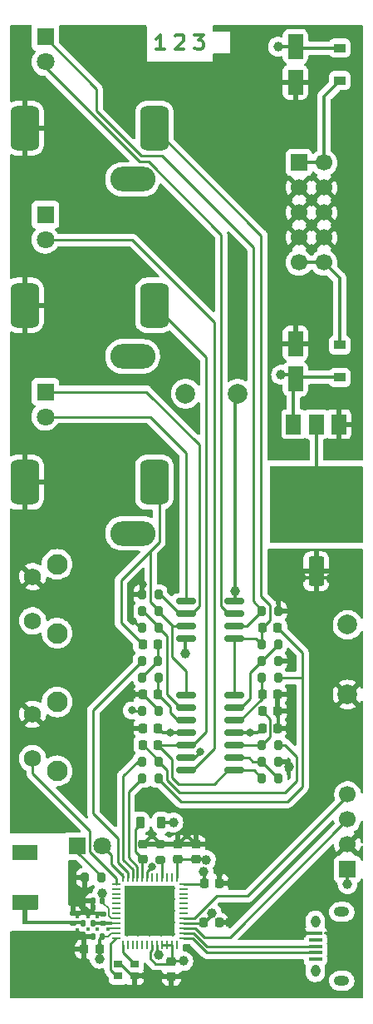
<source format=gbr>
%TF.GenerationSoftware,KiCad,Pcbnew,(6.0.4)*%
%TF.CreationDate,2022-03-21T16:46:14+00:00*%
%TF.ProjectId,Ball_Base_Components,42616c6c-5f42-4617-9365-5f436f6d706f,rev?*%
%TF.SameCoordinates,Original*%
%TF.FileFunction,Copper,L1,Top*%
%TF.FilePolarity,Positive*%
%FSLAX46Y46*%
G04 Gerber Fmt 4.6, Leading zero omitted, Abs format (unit mm)*
G04 Created by KiCad (PCBNEW (6.0.4)) date 2022-03-21 16:46:14*
%MOMM*%
%LPD*%
G01*
G04 APERTURE LIST*
G04 Aperture macros list*
%AMRoundRect*
0 Rectangle with rounded corners*
0 $1 Rounding radius*
0 $2 $3 $4 $5 $6 $7 $8 $9 X,Y pos of 4 corners*
0 Add a 4 corners polygon primitive as box body*
4,1,4,$2,$3,$4,$5,$6,$7,$8,$9,$2,$3,0*
0 Add four circle primitives for the rounded corners*
1,1,$1+$1,$2,$3*
1,1,$1+$1,$4,$5*
1,1,$1+$1,$6,$7*
1,1,$1+$1,$8,$9*
0 Add four rect primitives between the rounded corners*
20,1,$1+$1,$2,$3,$4,$5,0*
20,1,$1+$1,$4,$5,$6,$7,0*
20,1,$1+$1,$6,$7,$8,$9,0*
20,1,$1+$1,$8,$9,$2,$3,0*%
%AMFreePoly0*
4,1,21,4.785355,0.185355,4.800000,0.150000,4.800000,-1.300000,5.800000,-1.300000,5.835355,-1.314645,5.850000,-1.350000,5.850000,-2.750000,5.835355,-2.785355,5.800000,-2.800000,3.300000,-2.800000,3.264645,-2.785355,3.250000,-2.750000,3.250000,-1.350000,3.264645,-1.314645,3.300000,-1.300000,4.300000,-1.300000,4.300000,-0.200000,-0.100000,-0.200000,-0.100000,0.200000,4.750000,0.200000,
4.785355,0.185355,4.785355,0.185355,$1*%
G04 Aperture macros list end*
%ADD10C,0.300000*%
%TA.AperFunction,NonConductor*%
%ADD11C,0.300000*%
%TD*%
%TA.AperFunction,SMDPad,CuDef*%
%ADD12RoundRect,0.200000X0.200000X0.275000X-0.200000X0.275000X-0.200000X-0.275000X0.200000X-0.275000X0*%
%TD*%
%TA.AperFunction,ComponentPad*%
%ADD13R,1.800000X1.800000*%
%TD*%
%TA.AperFunction,ComponentPad*%
%ADD14C,1.800000*%
%TD*%
%TA.AperFunction,SMDPad,CuDef*%
%ADD15RoundRect,0.225000X0.225000X0.250000X-0.225000X0.250000X-0.225000X-0.250000X0.225000X-0.250000X0*%
%TD*%
%TA.AperFunction,SMDPad,CuDef*%
%ADD16RoundRect,0.200000X-0.200000X-0.275000X0.200000X-0.275000X0.200000X0.275000X-0.200000X0.275000X0*%
%TD*%
%TA.AperFunction,SMDPad,CuDef*%
%ADD17R,0.900000X0.800000*%
%TD*%
%TA.AperFunction,SMDPad,CuDef*%
%ADD18RoundRect,0.225000X0.250000X-0.225000X0.250000X0.225000X-0.250000X0.225000X-0.250000X-0.225000X0*%
%TD*%
%TA.AperFunction,SMDPad,CuDef*%
%ADD19RoundRect,0.225000X-0.250000X0.225000X-0.250000X-0.225000X0.250000X-0.225000X0.250000X0.225000X0*%
%TD*%
%TA.AperFunction,ComponentPad*%
%ADD20C,2.000000*%
%TD*%
%TA.AperFunction,ComponentPad*%
%ADD21R,1.700000X1.700000*%
%TD*%
%TA.AperFunction,ComponentPad*%
%ADD22C,1.700000*%
%TD*%
%TA.AperFunction,SMDPad,CuDef*%
%ADD23R,1.200000X0.900000*%
%TD*%
%TA.AperFunction,ComponentPad*%
%ADD24O,0.950000X1.250000*%
%TD*%
%TA.AperFunction,ComponentPad*%
%ADD25O,1.550000X1.000000*%
%TD*%
%TA.AperFunction,SMDPad,CuDef*%
%ADD26R,1.350000X0.400000*%
%TD*%
%TA.AperFunction,SMDPad,CuDef*%
%ADD27RoundRect,0.250000X0.550000X-1.050000X0.550000X1.050000X-0.550000X1.050000X-0.550000X-1.050000X0*%
%TD*%
%TA.AperFunction,SMDPad,CuDef*%
%ADD28RoundRect,0.225000X-0.225000X-0.250000X0.225000X-0.250000X0.225000X0.250000X-0.225000X0.250000X0*%
%TD*%
%TA.AperFunction,SMDPad,CuDef*%
%ADD29RoundRect,0.250000X-0.550000X1.250000X-0.550000X-1.250000X0.550000X-1.250000X0.550000X1.250000X0*%
%TD*%
%TA.AperFunction,SMDPad,CuDef*%
%ADD30RoundRect,0.140000X0.170000X-0.140000X0.170000X0.140000X-0.170000X0.140000X-0.170000X-0.140000X0*%
%TD*%
%TA.AperFunction,ComponentPad*%
%ADD31RoundRect,0.725000X-0.725000X1.575000X-0.725000X-1.575000X0.725000X-1.575000X0.725000X1.575000X0*%
%TD*%
%TA.AperFunction,ComponentPad*%
%ADD32O,4.600000X2.500000*%
%TD*%
%TA.AperFunction,SMDPad,CuDef*%
%ADD33RoundRect,0.062500X-0.062500X0.375000X-0.062500X-0.375000X0.062500X-0.375000X0.062500X0.375000X0*%
%TD*%
%TA.AperFunction,SMDPad,CuDef*%
%ADD34RoundRect,0.062500X-0.375000X0.062500X-0.375000X-0.062500X0.375000X-0.062500X0.375000X0.062500X0*%
%TD*%
%TA.AperFunction,ComponentPad*%
%ADD35C,0.500000*%
%TD*%
%TA.AperFunction,SMDPad,CuDef*%
%ADD36R,5.150000X5.150000*%
%TD*%
%TA.AperFunction,ComponentPad*%
%ADD37C,2.100000*%
%TD*%
%TA.AperFunction,ComponentPad*%
%ADD38C,1.750000*%
%TD*%
%TA.AperFunction,SMDPad,CuDef*%
%ADD39R,1.500000X2.000000*%
%TD*%
%TA.AperFunction,SMDPad,CuDef*%
%ADD40R,3.800000X2.000000*%
%TD*%
%TA.AperFunction,SMDPad,CuDef*%
%ADD41RoundRect,0.200000X-0.275000X0.200000X-0.275000X-0.200000X0.275000X-0.200000X0.275000X0.200000X0*%
%TD*%
%TA.AperFunction,SMDPad,CuDef*%
%ADD42RoundRect,0.147500X0.147500X0.172500X-0.147500X0.172500X-0.147500X-0.172500X0.147500X-0.172500X0*%
%TD*%
%TA.AperFunction,SMDPad,CuDef*%
%ADD43RoundRect,0.140000X0.140000X0.170000X-0.140000X0.170000X-0.140000X-0.170000X0.140000X-0.170000X0*%
%TD*%
%TA.AperFunction,SMDPad,CuDef*%
%ADD44RoundRect,0.150000X-0.825000X-0.150000X0.825000X-0.150000X0.825000X0.150000X-0.825000X0.150000X0*%
%TD*%
%TA.AperFunction,SMDPad,CuDef*%
%ADD45RoundRect,0.218750X-0.218750X-0.381250X0.218750X-0.381250X0.218750X0.381250X-0.218750X0.381250X0*%
%TD*%
%TA.AperFunction,SMDPad,CuDef*%
%ADD46RoundRect,0.150000X0.825000X0.150000X-0.825000X0.150000X-0.825000X-0.150000X0.825000X-0.150000X0*%
%TD*%
%TA.AperFunction,SMDPad,CuDef*%
%ADD47FreePoly0,180.000000*%
%TD*%
%TA.AperFunction,SMDPad,CuDef*%
%ADD48R,2.600000X1.500000*%
%TD*%
%TA.AperFunction,ViaPad*%
%ADD49C,0.800000*%
%TD*%
%TA.AperFunction,ViaPad*%
%ADD50C,0.400000*%
%TD*%
%TA.AperFunction,ViaPad*%
%ADD51C,1.000000*%
%TD*%
%TA.AperFunction,Conductor*%
%ADD52C,0.250000*%
%TD*%
%TA.AperFunction,Conductor*%
%ADD53C,0.350000*%
%TD*%
%TA.AperFunction,Conductor*%
%ADD54C,0.200000*%
%TD*%
%TA.AperFunction,Conductor*%
%ADD55C,0.322000*%
%TD*%
G04 APERTURE END LIST*
D10*
%TO.C,FID1*%
D11*
X141828571Y-58978571D02*
X140971428Y-58978571D01*
X141400000Y-58978571D02*
X141400000Y-57478571D01*
X141257142Y-57692857D01*
X141114285Y-57835714D01*
X140971428Y-57907142D01*
D10*
D11*
X144900000Y-57478571D02*
X145828571Y-57478571D01*
X145328571Y-58050000D01*
X145542857Y-58050000D01*
X145685714Y-58121428D01*
X145757142Y-58192857D01*
X145828571Y-58335714D01*
X145828571Y-58692857D01*
X145757142Y-58835714D01*
X145685714Y-58907142D01*
X145542857Y-58978571D01*
X145114285Y-58978571D01*
X144971428Y-58907142D01*
X144900000Y-58835714D01*
D10*
D11*
X142971428Y-57621428D02*
X143042857Y-57550000D01*
X143185714Y-57478571D01*
X143542857Y-57478571D01*
X143685714Y-57550000D01*
X143757142Y-57621428D01*
X143828571Y-57764285D01*
X143828571Y-57907142D01*
X143757142Y-58121428D01*
X142900000Y-58978571D01*
X143828571Y-58978571D01*
%TD*%
D12*
%TO.P,R5,1*%
%TO.N,GND*%
X153425000Y-131400000D03*
%TO.P,R5,2*%
%TO.N,Net-(R4-Pad1)*%
X151775000Y-131400000D03*
%TD*%
D13*
%TO.P,D5,1,K*%
%TO.N,Net-(D5-Pad1)*%
X129700000Y-75800000D03*
D14*
%TO.P,D5,2,A*%
%TO.N,Net-(D5-Pad2)*%
X129700000Y-78340000D03*
%TD*%
D15*
%TO.P,C8,1*%
%TO.N,+3V3*%
X135211250Y-150500000D03*
%TO.P,C8,2*%
%TO.N,GND*%
X133661250Y-150500000D03*
%TD*%
D16*
%TO.P,R2,1*%
%TO.N,/Y_PWM*%
X139575000Y-131400000D03*
%TO.P,R2,2*%
%TO.N,Net-(C17-Pad2)*%
X141225000Y-131400000D03*
%TD*%
D13*
%TO.P,D3,1,K*%
%TO.N,Net-(D3-Pad1)*%
X132960000Y-140000000D03*
D14*
%TO.P,D3,2,A*%
%TO.N,/LED_BLUE_OUT*%
X135500000Y-140000000D03*
%TD*%
D17*
%TO.P,Y1,1,1*%
%TO.N,Net-(U1-Pad24)*%
X137111250Y-153225000D03*
%TO.P,Y1,2,2*%
%TO.N,GND*%
X138761250Y-153225000D03*
%TO.P,Y1,3,3*%
%TO.N,Net-(U1-Pad25)*%
X138761250Y-151975000D03*
%TO.P,Y1,4,4*%
%TO.N,GND*%
X137111250Y-151975000D03*
%TD*%
D18*
%TO.P,C2,1*%
%TO.N,+3V3*%
X143236250Y-141375000D03*
%TO.P,C2,2*%
%TO.N,GND*%
X143236250Y-139825000D03*
%TD*%
D19*
%TO.P,C7,1*%
%TO.N,GND*%
X139636250Y-139825000D03*
%TO.P,C7,2*%
%TO.N,+3.3VA*%
X139636250Y-141375000D03*
%TD*%
D20*
%TO.P,TP3,1,1*%
%TO.N,VCC*%
X149300000Y-94000000D03*
%TD*%
D19*
%TO.P,C4,1*%
%TO.N,+3V3*%
X142536250Y-151725000D03*
%TO.P,C4,2*%
%TO.N,GND*%
X142536250Y-153275000D03*
%TD*%
D13*
%TO.P,D4,1,K*%
%TO.N,Net-(D4-Pad1)*%
X129700000Y-57725000D03*
D14*
%TO.P,D4,2,A*%
%TO.N,Net-(D4-Pad2)*%
X129700000Y-60265000D03*
%TD*%
D12*
%TO.P,R4,1*%
%TO.N,Net-(R4-Pad1)*%
X153425000Y-133100000D03*
%TO.P,R4,2*%
%TO.N,/Y_Filtered*%
X151775000Y-133100000D03*
%TD*%
D13*
%TO.P,D6,1,K*%
%TO.N,Net-(D6-Pad1)*%
X129700000Y-93800000D03*
D14*
%TO.P,D6,2,A*%
%TO.N,Net-(D6-Pad2)*%
X129700000Y-96340000D03*
%TD*%
D16*
%TO.P,R12,1*%
%TO.N,Net-(R12-Pad1)*%
X139575000Y-116100000D03*
%TO.P,R12,2*%
%TO.N,/Z_Filtered*%
X141225000Y-116100000D03*
%TD*%
D20*
%TO.P,TP2,1,1*%
%TO.N,+3V3*%
X160500000Y-117500000D03*
%TD*%
D21*
%TO.P,J2,1,Pin_1*%
%TO.N,+3V3*%
X160500000Y-142380000D03*
D22*
%TO.P,J2,2,Pin_2*%
%TO.N,GND*%
X160500000Y-139840000D03*
%TO.P,J2,3,Pin_3*%
%TO.N,/SWIO*%
X160500000Y-137300000D03*
%TO.P,J2,4,Pin_4*%
%TO.N,/SWCLK*%
X160500000Y-134760000D03*
%TD*%
D23*
%TO.P,D1,1,K*%
%TO.N,VCC*%
X159700000Y-92337500D03*
%TO.P,D1,2,A*%
%TO.N,+12V*%
X159700000Y-89037500D03*
%TD*%
D24*
%TO.P,J3,*%
%TO.N,*%
X157215000Y-152700000D03*
X157215000Y-147700000D03*
D25*
X159915000Y-146700000D03*
D26*
%TO.P,J3,1,VBUS*%
%TO.N,unconnected-(J3-Pad1)*%
X157215000Y-151500000D03*
%TO.P,J3,2,D-*%
%TO.N,/USB_DM*%
X157215000Y-150850000D03*
%TO.P,J3,3,D+*%
%TO.N,/USB_DP*%
X157215000Y-150200000D03*
%TO.P,J3,4,ID*%
%TO.N,unconnected-(J3-Pad4)*%
X157215000Y-149550000D03*
%TO.P,J3,5,GND*%
%TO.N,GND*%
X157215000Y-148900000D03*
D25*
%TO.P,J3,6,Shield*%
%TO.N,unconnected-(J3-Pad6)*%
X159915000Y-153700000D03*
%TD*%
D27*
%TO.P,C11,1*%
%TO.N,GND*%
X155200000Y-62300000D03*
%TO.P,C11,2*%
%TO.N,VEE*%
X155200000Y-58700000D03*
%TD*%
D28*
%TO.P,C6,1*%
%TO.N,+3V3*%
X145861250Y-147800000D03*
%TO.P,C6,2*%
%TO.N,GND*%
X147411250Y-147800000D03*
%TD*%
D16*
%TO.P,R16,1*%
%TO.N,GND*%
X139575000Y-114400000D03*
%TO.P,R16,2*%
%TO.N,Net-(D6-Pad1)*%
X141225000Y-114400000D03*
%TD*%
D18*
%TO.P,C1,1*%
%TO.N,+3V3*%
X145036250Y-141375000D03*
%TO.P,C1,2*%
%TO.N,GND*%
X145036250Y-139825000D03*
%TD*%
D29*
%TO.P,C14,1*%
%TO.N,+3V3*%
X157300000Y-107650000D03*
%TO.P,C14,2*%
%TO.N,GND*%
X157300000Y-112050000D03*
%TD*%
D30*
%TO.P,C12,1*%
%TO.N,/RF_Output*%
X135536250Y-147850000D03*
%TO.P,C12,2*%
%TO.N,GND*%
X135536250Y-146890000D03*
%TD*%
D31*
%TO.P,J5,1*%
%TO.N,GND*%
X127600000Y-85000000D03*
D32*
%TO.P,J5,2*%
%TO.N,unconnected-(J5-Pad2)*%
X138600000Y-90200000D03*
D31*
%TO.P,J5,3*%
%TO.N,/Y_Filtered*%
X140800000Y-85000000D03*
%TD*%
D20*
%TO.P,TP1,1,1*%
%TO.N,GND*%
X160500000Y-124600000D03*
%TD*%
D28*
%TO.P,C21,1*%
%TO.N,/Z_Filtered*%
X139600000Y-119500000D03*
%TO.P,C21,2*%
%TO.N,Net-(C21-Pad2)*%
X141150000Y-119500000D03*
%TD*%
%TO.P,C5,1*%
%TO.N,+3V3*%
X145880000Y-143800000D03*
%TO.P,C5,2*%
%TO.N,GND*%
X147430000Y-143800000D03*
%TD*%
D16*
%TO.P,R17,1*%
%TO.N,GND*%
X133750000Y-143210000D03*
%TO.P,R17,2*%
%TO.N,Net-(D3-Pad1)*%
X135400000Y-143210000D03*
%TD*%
%TO.P,R6,1*%
%TO.N,/X_PWM*%
X139575000Y-133100000D03*
%TO.P,R6,2*%
%TO.N,Net-(C19-Pad2)*%
X141225000Y-133100000D03*
%TD*%
D31*
%TO.P,J6,1*%
%TO.N,GND*%
X127600000Y-103000000D03*
D32*
%TO.P,J6,2*%
%TO.N,unconnected-(J6-Pad2)*%
X138600000Y-108200000D03*
D31*
%TO.P,J6,3*%
%TO.N,/Z_Filtered*%
X140800000Y-103000000D03*
%TD*%
D12*
%TO.P,R3,1*%
%TO.N,Net-(C17-Pad2)*%
X153425000Y-129700000D03*
%TO.P,R3,2*%
%TO.N,Net-(C18-Pad2)*%
X151775000Y-129700000D03*
%TD*%
%TO.P,R15,1*%
%TO.N,GND*%
X141225000Y-126300000D03*
%TO.P,R15,2*%
%TO.N,Net-(D5-Pad1)*%
X139575000Y-126300000D03*
%TD*%
D33*
%TO.P,U1,1,VBAT*%
%TO.N,+3V3*%
X143086250Y-143162500D03*
%TO.P,U1,2,PC14_OSC32_IN*%
%TO.N,unconnected-(U1-Pad2)*%
X142586250Y-143162500D03*
%TO.P,U1,3,PC15_OSC32_OUT*%
%TO.N,unconnected-(U1-Pad3)*%
X142086250Y-143162500D03*
%TO.P,U1,4,PH3_BOOT0*%
%TO.N,/BOOT0*%
X141586250Y-143162500D03*
%TO.P,U1,5,PB8*%
%TO.N,unconnected-(U1-Pad5)*%
X141086250Y-143162500D03*
%TO.P,U1,6,PB9*%
%TO.N,unconnected-(U1-Pad6)*%
X140586250Y-143162500D03*
%TO.P,U1,7,NRST*%
%TO.N,/RESET*%
X140086250Y-143162500D03*
%TO.P,U1,8,VDDA*%
%TO.N,+3.3VA*%
X139586250Y-143162500D03*
%TO.P,U1,9,PA0*%
%TO.N,/X_PWM*%
X139086250Y-143162500D03*
%TO.P,U1,10,PA1*%
%TO.N,/Y_PWM*%
X138586250Y-143162500D03*
%TO.P,U1,11,PA2*%
%TO.N,/Z_PWM*%
X138086250Y-143162500D03*
%TO.P,U1,12,PA3*%
%TO.N,/LED_BLUE_OUT*%
X137586250Y-143162500D03*
D34*
%TO.P,U1,13,PA4*%
%TO.N,/CONNECT*%
X136898750Y-143850000D03*
%TO.P,U1,14,PA5*%
%TO.N,unconnected-(U1-Pad14)*%
X136898750Y-144350000D03*
%TO.P,U1,15,PA6*%
%TO.N,unconnected-(U1-Pad15)*%
X136898750Y-144850000D03*
%TO.P,U1,16,PA7*%
%TO.N,unconnected-(U1-Pad16)*%
X136898750Y-145350000D03*
%TO.P,U1,17,PA8*%
%TO.N,unconnected-(U1-Pad17)*%
X136898750Y-145850000D03*
%TO.P,U1,18,PA9*%
%TO.N,unconnected-(U1-Pad18)*%
X136898750Y-146350000D03*
%TO.P,U1,19,PB2*%
%TO.N,unconnected-(U1-Pad19)*%
X136898750Y-146850000D03*
%TO.P,U1,20,VDD*%
%TO.N,+3V3*%
X136898750Y-147350000D03*
%TO.P,U1,21,RF1*%
%TO.N,/RF_Output*%
X136898750Y-147850000D03*
%TO.P,U1,22,VSSRF*%
%TO.N,GND*%
X136898750Y-148350000D03*
%TO.P,U1,23,VDDRF*%
%TO.N,+3V3*%
X136898750Y-148850000D03*
%TO.P,U1,24,OSC_OUT*%
%TO.N,Net-(U1-Pad24)*%
X136898750Y-149350000D03*
D33*
%TO.P,U1,25,OSC_IN*%
%TO.N,Net-(U1-Pad25)*%
X137586250Y-150037500D03*
%TO.P,U1,26,AT0*%
%TO.N,unconnected-(U1-Pad26)*%
X138086250Y-150037500D03*
%TO.P,U1,27,AT1*%
%TO.N,unconnected-(U1-Pad27)*%
X138586250Y-150037500D03*
%TO.P,U1,28,PB0*%
%TO.N,unconnected-(U1-Pad28)*%
X139086250Y-150037500D03*
%TO.P,U1,29,PB1*%
%TO.N,unconnected-(U1-Pad29)*%
X139586250Y-150037500D03*
%TO.P,U1,30,PE4*%
%TO.N,unconnected-(U1-Pad30)*%
X140086250Y-150037500D03*
%TO.P,U1,31,VFBSMPS*%
%TO.N,+3V3*%
X140586250Y-150037500D03*
%TO.P,U1,32,VSSSMPS*%
%TO.N,GND*%
X141086250Y-150037500D03*
%TO.P,U1,33,VLXSMPS*%
%TO.N,+3V3*%
X141586250Y-150037500D03*
%TO.P,U1,34,VDDSMPS*%
X142086250Y-150037500D03*
%TO.P,U1,35,VDD*%
X142586250Y-150037500D03*
%TO.P,U1,36,PA10*%
%TO.N,unconnected-(U1-Pad36)*%
X143086250Y-150037500D03*
D34*
%TO.P,U1,37,PA11*%
%TO.N,/USB_DM*%
X143773750Y-149350000D03*
%TO.P,U1,38,PA12*%
%TO.N,/USB_DP*%
X143773750Y-148850000D03*
%TO.P,U1,39,PA13*%
%TO.N,/SWIO*%
X143773750Y-148350000D03*
%TO.P,U1,40,VDDUSB*%
%TO.N,+3V3*%
X143773750Y-147850000D03*
%TO.P,U1,41,PA14*%
%TO.N,/SWCLK*%
X143773750Y-147350000D03*
%TO.P,U1,42,PA15*%
%TO.N,unconnected-(U1-Pad42)*%
X143773750Y-146850000D03*
%TO.P,U1,43,PB3*%
%TO.N,unconnected-(U1-Pad43)*%
X143773750Y-146350000D03*
%TO.P,U1,44,PB4*%
%TO.N,unconnected-(U1-Pad44)*%
X143773750Y-145850000D03*
%TO.P,U1,45,PB5*%
%TO.N,unconnected-(U1-Pad45)*%
X143773750Y-145350000D03*
%TO.P,U1,46,PB6*%
%TO.N,unconnected-(U1-Pad46)*%
X143773750Y-144850000D03*
%TO.P,U1,47,PB7*%
%TO.N,unconnected-(U1-Pad47)*%
X143773750Y-144350000D03*
%TO.P,U1,48,VDD*%
%TO.N,+3V3*%
X143773750Y-143850000D03*
D35*
%TO.P,U1,49,GND*%
%TO.N,GND*%
X142661250Y-145437500D03*
X138011250Y-145437500D03*
X138011250Y-147762500D03*
X139173750Y-145437500D03*
X142661250Y-144275000D03*
X139173750Y-147762500D03*
X140336250Y-147762500D03*
X139173750Y-146600000D03*
X141498750Y-146600000D03*
X142661250Y-146600000D03*
X141498750Y-147762500D03*
X140336250Y-145437500D03*
X139173750Y-144275000D03*
X140336250Y-148925000D03*
X138011250Y-148925000D03*
X141498750Y-148925000D03*
X138011250Y-146600000D03*
X140336250Y-146600000D03*
X142661250Y-147762500D03*
X140336250Y-144275000D03*
X139173750Y-148925000D03*
D36*
X140336250Y-146600000D03*
D35*
X141498750Y-145437500D03*
X141498750Y-144275000D03*
X142661250Y-148925000D03*
X138011250Y-144275000D03*
%TD*%
D37*
%TO.P,CONNECT1,*%
%TO.N,*%
X130890000Y-125340000D03*
X130890000Y-132350000D03*
D38*
%TO.P,CONNECT1,1,1*%
%TO.N,/CONNECT*%
X128400000Y-131100000D03*
%TO.P,CONNECT1,2,2*%
%TO.N,GND*%
X128400000Y-126600000D03*
%TD*%
D23*
%TO.P,D2,1,K*%
%TO.N,-12V*%
X159700000Y-62150000D03*
%TO.P,D2,2,A*%
%TO.N,VEE*%
X159700000Y-58850000D03*
%TD*%
D12*
%TO.P,R14,1*%
%TO.N,GND*%
X153425000Y-116100000D03*
%TO.P,R14,2*%
%TO.N,Net-(D4-Pad1)*%
X151775000Y-116100000D03*
%TD*%
D28*
%TO.P,C19,1*%
%TO.N,/X_Filtered*%
X151825000Y-117800000D03*
%TO.P,C19,2*%
%TO.N,Net-(C19-Pad2)*%
X153375000Y-117800000D03*
%TD*%
D39*
%TO.P,U2,1,GND*%
%TO.N,GND*%
X159600000Y-97100000D03*
D40*
%TO.P,U2,2,VO*%
%TO.N,+3V3*%
X157300000Y-103400000D03*
D39*
X157300000Y-97100000D03*
%TO.P,U2,3,VI*%
%TO.N,VCC*%
X155000000Y-97100000D03*
%TD*%
D16*
%TO.P,R10,1*%
%TO.N,/Z_PWM*%
X139550000Y-121200000D03*
%TO.P,R10,2*%
%TO.N,Net-(C21-Pad2)*%
X141200000Y-121200000D03*
%TD*%
D28*
%TO.P,C22,1*%
%TO.N,GND*%
X139625000Y-124600000D03*
%TO.P,C22,2*%
%TO.N,Net-(C22-Pad2)*%
X141175000Y-124600000D03*
%TD*%
D41*
%TO.P,R1,1*%
%TO.N,GND*%
X141436250Y-139775000D03*
%TO.P,R1,2*%
%TO.N,/BOOT0*%
X141436250Y-141425000D03*
%TD*%
D15*
%TO.P,C20,1*%
%TO.N,GND*%
X153375000Y-124600000D03*
%TO.P,C20,2*%
%TO.N,Net-(C20-Pad2)*%
X151825000Y-124600000D03*
%TD*%
D12*
%TO.P,R9,1*%
%TO.N,GND*%
X153425000Y-121200000D03*
%TO.P,R9,2*%
%TO.N,Net-(R8-Pad1)*%
X151775000Y-121200000D03*
%TD*%
D21*
%TO.P,J1,1,Pin_1*%
%TO.N,-12V*%
X155562500Y-70500000D03*
D22*
%TO.P,J1,2,Pin_2*%
X158102500Y-70500000D03*
%TO.P,J1,3,Pin_3*%
%TO.N,GND*%
X155562500Y-73040000D03*
%TO.P,J1,4,Pin_4*%
X158102500Y-73040000D03*
%TO.P,J1,5,Pin_5*%
X155562500Y-75580000D03*
%TO.P,J1,6,Pin_6*%
X158102500Y-75580000D03*
%TO.P,J1,7,Pin_7*%
X155562500Y-78120000D03*
%TO.P,J1,8,Pin_8*%
X158102500Y-78120000D03*
%TO.P,J1,9,Pin_9*%
%TO.N,+12V*%
X155562500Y-80660000D03*
%TO.P,J1,10,Pin_10*%
X158102500Y-80660000D03*
%TD*%
D42*
%TO.P,L1,1*%
%TO.N,/RF_Output*%
X134521250Y-147850000D03*
%TO.P,L1,2*%
%TO.N,Net-(AE1-Pad1)*%
X133551250Y-147850000D03*
%TD*%
D43*
%TO.P,C9,1*%
%TO.N,+3V3*%
X135516250Y-149200000D03*
%TO.P,C9,2*%
%TO.N,GND*%
X134556250Y-149200000D03*
%TD*%
D44*
%TO.P,U4,1*%
%TO.N,Net-(D6-Pad2)*%
X144025000Y-115095000D03*
%TO.P,U4,2,-*%
%TO.N,Net-(D6-Pad1)*%
X144025000Y-116365000D03*
%TO.P,U4,3,+*%
%TO.N,/Z_Filtered*%
X144025000Y-117635000D03*
%TO.P,U4,4,V-*%
%TO.N,VEE*%
X144025000Y-118905000D03*
%TO.P,U4,5,+*%
%TO.N,/X_Filtered*%
X148975000Y-118905000D03*
%TO.P,U4,6,-*%
%TO.N,Net-(D4-Pad1)*%
X148975000Y-117635000D03*
%TO.P,U4,7*%
%TO.N,Net-(D4-Pad2)*%
X148975000Y-116365000D03*
%TO.P,U4,8,V+*%
%TO.N,VCC*%
X148975000Y-115095000D03*
%TD*%
D16*
%TO.P,R11,1*%
%TO.N,Net-(C21-Pad2)*%
X139575000Y-122900000D03*
%TO.P,R11,2*%
%TO.N,Net-(C22-Pad2)*%
X141225000Y-122900000D03*
%TD*%
D27*
%TO.P,C10,1*%
%TO.N,VCC*%
X155200000Y-92487500D03*
%TO.P,C10,2*%
%TO.N,GND*%
X155200000Y-88887500D03*
%TD*%
D37*
%TO.P,RESET1,*%
%TO.N,*%
X130890000Y-118350000D03*
X130890000Y-111340000D03*
D38*
%TO.P,RESET1,1,1*%
%TO.N,/RESET*%
X128400000Y-117100000D03*
%TO.P,RESET1,2,2*%
%TO.N,GND*%
X128400000Y-112600000D03*
%TD*%
D20*
%TO.P,TP4,1,1*%
%TO.N,VEE*%
X144000000Y-94000000D03*
%TD*%
D15*
%TO.P,C17,1*%
%TO.N,/Y_Filtered*%
X141175000Y-129700000D03*
%TO.P,C17,2*%
%TO.N,Net-(C17-Pad2)*%
X139625000Y-129700000D03*
%TD*%
D28*
%TO.P,C15,1*%
%TO.N,GND*%
X139625000Y-128000000D03*
%TO.P,C15,2*%
%TO.N,VEE*%
X141175000Y-128000000D03*
%TD*%
D45*
%TO.P,L2,1,1*%
%TO.N,+3.3VA*%
X139392500Y-137600000D03*
%TO.P,L2,2,2*%
%TO.N,+3V3*%
X141517500Y-137600000D03*
%TD*%
D12*
%TO.P,R8,1*%
%TO.N,Net-(R8-Pad1)*%
X153425000Y-119500000D03*
%TO.P,R8,2*%
%TO.N,/X_Filtered*%
X151775000Y-119500000D03*
%TD*%
D43*
%TO.P,C3,1*%
%TO.N,+3V3*%
X135516250Y-145600000D03*
%TO.P,C3,2*%
%TO.N,GND*%
X134556250Y-145600000D03*
%TD*%
D30*
%TO.P,C13,1*%
%TO.N,Net-(AE1-Pad1)*%
X132536250Y-147820000D03*
%TO.P,C13,2*%
%TO.N,GND*%
X132536250Y-146860000D03*
%TD*%
D15*
%TO.P,C16,1*%
%TO.N,GND*%
X153375000Y-128000000D03*
%TO.P,C16,2*%
%TO.N,VCC*%
X151825000Y-128000000D03*
%TD*%
D16*
%TO.P,R13,1*%
%TO.N,GND*%
X139575000Y-117800000D03*
%TO.P,R13,2*%
%TO.N,Net-(R12-Pad1)*%
X141225000Y-117800000D03*
%TD*%
D46*
%TO.P,U3,1*%
%TO.N,/Y_Filtered*%
X148975000Y-132310000D03*
%TO.P,U3,2,-*%
%TO.N,Net-(R4-Pad1)*%
X148975000Y-131040000D03*
%TO.P,U3,3,+*%
%TO.N,Net-(C18-Pad2)*%
X148975000Y-129770000D03*
%TO.P,U3,4,V+*%
%TO.N,VCC*%
X148975000Y-128500000D03*
%TO.P,U3,5,+*%
%TO.N,Net-(C20-Pad2)*%
X148975000Y-127230000D03*
%TO.P,U3,6,-*%
%TO.N,Net-(R8-Pad1)*%
X148975000Y-125960000D03*
%TO.P,U3,7*%
%TO.N,/X_Filtered*%
X148975000Y-124690000D03*
%TO.P,U3,8*%
%TO.N,/Z_Filtered*%
X144025000Y-124690000D03*
%TO.P,U3,9,-*%
%TO.N,Net-(R12-Pad1)*%
X144025000Y-125960000D03*
%TO.P,U3,10,+*%
%TO.N,Net-(C22-Pad2)*%
X144025000Y-127230000D03*
%TO.P,U3,11,V-*%
%TO.N,VEE*%
X144025000Y-128500000D03*
%TO.P,U3,12,+*%
%TO.N,/Y_Filtered*%
X144025000Y-129770000D03*
%TO.P,U3,13,-*%
%TO.N,Net-(D5-Pad1)*%
X144025000Y-131040000D03*
%TO.P,U3,14*%
%TO.N,Net-(D5-Pad2)*%
X144025000Y-132310000D03*
%TD*%
D31*
%TO.P,J4,1*%
%TO.N,GND*%
X127600000Y-67000000D03*
D32*
%TO.P,J4,2*%
%TO.N,unconnected-(J4-Pad2)*%
X138600000Y-72200000D03*
D31*
%TO.P,J4,3*%
%TO.N,/X_Filtered*%
X140800000Y-67000000D03*
%TD*%
D47*
%TO.P,AE1,1,A*%
%TO.N,Net-(AE1-Pad1)*%
X132161250Y-147800000D03*
D48*
%TO.P,AE1,2,Shield*%
%TO.N,unconnected-(AE1-Pad2)*%
X127611250Y-140650000D03*
%TD*%
D12*
%TO.P,R7,1*%
%TO.N,Net-(C19-Pad2)*%
X153425000Y-122900000D03*
%TO.P,R7,2*%
%TO.N,Net-(C20-Pad2)*%
X151775000Y-122900000D03*
%TD*%
D15*
%TO.P,C18,1*%
%TO.N,GND*%
X153375000Y-126300000D03*
%TO.P,C18,2*%
%TO.N,Net-(C18-Pad2)*%
X151825000Y-126300000D03*
%TD*%
D49*
%TO.N,GND*%
X149400000Y-146300000D03*
X155100000Y-145600000D03*
X153000000Y-88900000D03*
D50*
X126900000Y-138300000D03*
D51*
X147436250Y-142600000D03*
X154700000Y-121200000D03*
D50*
X128900000Y-138300000D03*
X130936250Y-149100000D03*
D49*
X159600000Y-95000000D03*
D50*
X136055424Y-148410500D03*
X132536250Y-145100000D03*
D49*
X129800000Y-136000000D03*
X143636250Y-153200000D03*
X146200000Y-83600000D03*
D50*
X132536250Y-145900000D03*
D49*
X149400000Y-79200000D03*
X146700000Y-136800000D03*
D51*
X155850000Y-112750000D03*
D49*
X140536250Y-138900000D03*
X156300000Y-136200000D03*
D50*
X132536250Y-138300000D03*
D51*
X158800000Y-112800000D03*
D49*
X139836250Y-153200000D03*
D51*
X154500000Y-131900000D03*
D49*
X136500000Y-98600000D03*
D50*
X134036250Y-147180000D03*
D49*
X161100000Y-110800000D03*
D51*
X154500000Y-128000000D03*
D50*
X132536250Y-143500000D03*
D49*
X151000000Y-148900000D03*
X132900000Y-134300000D03*
D50*
X134016250Y-148480000D03*
D49*
X141500000Y-74000000D03*
X149400000Y-91000000D03*
D51*
X146536250Y-139800000D03*
D49*
X138600000Y-117100000D03*
D50*
X127900000Y-138300000D03*
D49*
X155100000Y-152200000D03*
X143100000Y-91000000D03*
D51*
X148636250Y-143800000D03*
D49*
X133400000Y-75800000D03*
D50*
X129836250Y-138300000D03*
X134976250Y-147200000D03*
X129936250Y-149100000D03*
D49*
X141436250Y-153200000D03*
D51*
X148436250Y-147800000D03*
D50*
X132536250Y-142700000D03*
X131636250Y-138300000D03*
D49*
X153200000Y-110700000D03*
D51*
X136200000Y-135700000D03*
D49*
X157500000Y-88900000D03*
X133300000Y-57600000D03*
X139600000Y-113400000D03*
X161600000Y-97100000D03*
D50*
X130736250Y-138300000D03*
X135006250Y-148460000D03*
D49*
X157300000Y-62300000D03*
X155200000Y-86300000D03*
D50*
X128900000Y-149100000D03*
X131936250Y-149100000D03*
D51*
X141206767Y-151105441D03*
D49*
X144136250Y-138900000D03*
X135500000Y-120200000D03*
D50*
X132966250Y-148530000D03*
D49*
X155200000Y-64600000D03*
X130736250Y-154600000D03*
X146200000Y-68900000D03*
X139000000Y-81200000D03*
D51*
X138500000Y-124600000D03*
D49*
X128000000Y-107800000D03*
D51*
X155900000Y-148900000D03*
D49*
X126900000Y-132700000D03*
X133636250Y-151700000D03*
X153724500Y-82643152D03*
D50*
X126900000Y-149100000D03*
D49*
X150200000Y-57800000D03*
D50*
X132986250Y-147160000D03*
D49*
X153200000Y-62300000D03*
X155100000Y-154600000D03*
X137000000Y-110800000D03*
D50*
X127900000Y-149100000D03*
X132536250Y-141900000D03*
D49*
X132336250Y-150400000D03*
D50*
X132536250Y-144300000D03*
D51*
%TO.N,+3V3*%
X153800000Y-105400000D03*
X143755000Y-151700000D03*
X145855000Y-142600000D03*
X135496250Y-144840000D03*
X157300000Y-105400000D03*
X160800000Y-103300000D03*
X146055000Y-141400000D03*
X160500000Y-143870000D03*
X153800000Y-107400000D03*
X142736250Y-137600000D03*
X135206250Y-151460000D03*
X160800000Y-107400000D03*
X153800000Y-103300000D03*
X146636250Y-146800000D03*
X160800000Y-105400000D03*
D49*
%TO.N,/RESET*%
X140531913Y-142118089D03*
D51*
%TO.N,VCC*%
X153724500Y-92077373D03*
X149000000Y-114100000D03*
D49*
X150600000Y-128500000D03*
%TO.N,VEE*%
X142400000Y-128500000D03*
D51*
X153400000Y-58700000D03*
X144000000Y-120400000D03*
D49*
%TO.N,Net-(D5-Pad1)*%
X145500000Y-130400000D03*
X138500000Y-126200000D03*
%TD*%
D52*
%TO.N,GND*%
X137330000Y-151975000D02*
X138580000Y-153225000D01*
D53*
X140536250Y-138925000D02*
X139636250Y-139825000D01*
X138700000Y-117100000D02*
X138600000Y-117100000D01*
X141225000Y-126200000D02*
X139625000Y-124600000D01*
D54*
X136115924Y-148350000D02*
X136055424Y-148410500D01*
D53*
X138580000Y-153225000D02*
X138761250Y-153225000D01*
X141086250Y-150984924D02*
X141206767Y-151105441D01*
X140536250Y-138900000D02*
X140536250Y-138925000D01*
X154000000Y-131400000D02*
X154500000Y-131900000D01*
X158750000Y-112750000D02*
X155850000Y-112750000D01*
X140536250Y-138900000D02*
X140561250Y-138900000D01*
X158800000Y-112800000D02*
X158750000Y-112750000D01*
X137111250Y-151975000D02*
X137330000Y-151975000D01*
X157215000Y-148900000D02*
X155900000Y-148900000D01*
X139400000Y-117800000D02*
X138700000Y-117100000D01*
X140561250Y-138900000D02*
X141436250Y-139775000D01*
X144136250Y-138925000D02*
X145036250Y-139825000D01*
X147411250Y-147800000D02*
X148436250Y-147800000D01*
X141225000Y-126300000D02*
X141225000Y-126200000D01*
D52*
X141086250Y-150037500D02*
X141086250Y-150984924D01*
D53*
X144136250Y-138900000D02*
X144136250Y-138925000D01*
X153425000Y-131400000D02*
X154000000Y-131400000D01*
X144136250Y-138925000D02*
X143236250Y-139825000D01*
X139625000Y-124600000D02*
X138500000Y-124600000D01*
D54*
X136898750Y-148350000D02*
X136115924Y-148350000D01*
D53*
X139575000Y-117800000D02*
X139400000Y-117800000D01*
D52*
%TO.N,Net-(C17-Pad2)*%
X141225000Y-131400000D02*
X141225000Y-131300000D01*
X142100000Y-133300000D02*
X142100000Y-132275000D01*
X155324501Y-130924501D02*
X155324501Y-133375499D01*
X143400000Y-134600000D02*
X142100000Y-133300000D01*
X154100000Y-134600000D02*
X143400000Y-134600000D01*
X153425000Y-129700000D02*
X154100000Y-129700000D01*
X141225000Y-131300000D02*
X139625000Y-129700000D01*
X154100000Y-129700000D02*
X155324501Y-130924501D01*
X142100000Y-132275000D02*
X141225000Y-131400000D01*
X155324501Y-133375499D02*
X154100000Y-134600000D01*
%TO.N,/X_Filtered*%
X151700000Y-77900000D02*
X140800000Y-67000000D01*
X152600000Y-117025000D02*
X152600000Y-115500000D01*
X148975000Y-124690000D02*
X148975000Y-118905000D01*
X151825000Y-117800000D02*
X152600000Y-117025000D01*
X148975000Y-118905000D02*
X151180000Y-118905000D01*
X151180000Y-118905000D02*
X151775000Y-119500000D01*
X151775000Y-119500000D02*
X151775000Y-117850000D01*
X151700000Y-114600000D02*
X151700000Y-77900000D01*
X152600000Y-115500000D02*
X151700000Y-114600000D01*
X151775000Y-117850000D02*
X151825000Y-117800000D01*
%TO.N,Net-(C18-Pad2)*%
X152600480Y-128874520D02*
X152600480Y-127074520D01*
X151775000Y-129700000D02*
X151705000Y-129770000D01*
X151705000Y-129770000D02*
X148975000Y-129770000D01*
X151775000Y-129700000D02*
X152600480Y-128874520D01*
X152600480Y-127074520D02*
X152599520Y-127074520D01*
X152599520Y-127074520D02*
X151825000Y-126300000D01*
%TO.N,+3.3VA*%
X139586250Y-141425000D02*
X139636250Y-141375000D01*
X139586250Y-143162500D02*
X139586250Y-141425000D01*
X138836250Y-140600000D02*
X138836250Y-138300000D01*
X138836250Y-138300000D02*
X139392500Y-137743750D01*
X139611250Y-141375000D02*
X138836250Y-140600000D01*
X139636250Y-141375000D02*
X139611250Y-141375000D01*
X139392500Y-137743750D02*
X139392500Y-137600000D01*
%TO.N,+3V3*%
X143755000Y-151700000D02*
X142561250Y-151700000D01*
D54*
X136898750Y-148850000D02*
X136449277Y-148850000D01*
X136449277Y-148850000D02*
X136099277Y-149200000D01*
D53*
X160500000Y-142380000D02*
X160500000Y-143870000D01*
D52*
X143086250Y-143162500D02*
X143086250Y-141525000D01*
X140382266Y-151446962D02*
X140927678Y-151992374D01*
X142586250Y-150037500D02*
X142586250Y-151675000D01*
D53*
X146636250Y-147100000D02*
X146636250Y-146800000D01*
X135211250Y-149505000D02*
X135516250Y-149200000D01*
D54*
X136161730Y-147062453D02*
X136161730Y-146345480D01*
D52*
X140927678Y-151992374D02*
X142268876Y-151992374D01*
D54*
X136161730Y-146345480D02*
X135616250Y-145800000D01*
D52*
X143773750Y-147850000D02*
X145886250Y-147850000D01*
D53*
X146030000Y-141375000D02*
X146055000Y-141400000D01*
D52*
X143773750Y-143850000D02*
X145830000Y-143850000D01*
X140586250Y-150037500D02*
X140586250Y-150559936D01*
X145886250Y-147850000D02*
X145936250Y-147800000D01*
D53*
X157300000Y-104300000D02*
X157300000Y-98000000D01*
D52*
X142268876Y-151992374D02*
X142536250Y-151725000D01*
X141586250Y-150037500D02*
X142586250Y-150037500D01*
D53*
X135516250Y-144860000D02*
X135496250Y-144840000D01*
D52*
X140586250Y-150559936D02*
X140382266Y-150763920D01*
D53*
X135211250Y-150500000D02*
X135211250Y-151455000D01*
D52*
X143236250Y-141375000D02*
X145036250Y-141375000D01*
X143086250Y-141525000D02*
X143236250Y-141375000D01*
D54*
X136898750Y-147350000D02*
X136449277Y-147350000D01*
D53*
X141517500Y-137600000D02*
X142755000Y-137600000D01*
X157300000Y-103300000D02*
X157300000Y-105550000D01*
D52*
X145830000Y-143850000D02*
X145880000Y-143800000D01*
D53*
X145880000Y-142625000D02*
X145855000Y-142600000D01*
D52*
X142536250Y-151725000D02*
X142586250Y-151675000D01*
D53*
X135211250Y-150500000D02*
X135211250Y-149505000D01*
X145880000Y-143800000D02*
X145880000Y-142625000D01*
X145936250Y-147800000D02*
X146636250Y-147100000D01*
X135211250Y-151455000D02*
X135206250Y-151460000D01*
X145036250Y-141375000D02*
X146030000Y-141375000D01*
X157300000Y-107650000D02*
X157300000Y-105550000D01*
D54*
X136449277Y-147350000D02*
X136161730Y-147062453D01*
D53*
X135516250Y-145600000D02*
X135516250Y-144860000D01*
D54*
X136099277Y-149200000D02*
X135516250Y-149200000D01*
D52*
X140382266Y-150763920D02*
X140382266Y-151446962D01*
D55*
%TO.N,Net-(AE1-Pad1)*%
X133551250Y-147800000D02*
X132571770Y-147800000D01*
D52*
%TO.N,Net-(C19-Pad2)*%
X153375000Y-117800000D02*
X155900000Y-120325000D01*
X155900000Y-134000000D02*
X155900000Y-120325000D01*
X141225000Y-133100000D02*
X141225000Y-133225000D01*
X154400000Y-135500000D02*
X155900000Y-134000000D01*
X143500000Y-135500000D02*
X154400000Y-135500000D01*
X155900000Y-122900000D02*
X153425000Y-122900000D01*
X141225000Y-133225000D02*
X143500000Y-135500000D01*
%TO.N,Net-(C20-Pad2)*%
X151825000Y-124975000D02*
X151825000Y-124600000D01*
X151775000Y-124925000D02*
X151775000Y-123100000D01*
X148975000Y-127230000D02*
X149570000Y-127230000D01*
X149570000Y-127230000D02*
X151825000Y-124975000D01*
%TO.N,/Y_Filtered*%
X142600000Y-133000000D02*
X142600000Y-131200000D01*
X144025000Y-129770000D02*
X143955000Y-129700000D01*
X141175000Y-129775000D02*
X141175000Y-129700000D01*
X146100000Y-90300000D02*
X140800000Y-85000000D01*
X146100000Y-128400000D02*
X146100000Y-90300000D01*
X148290000Y-132310000D02*
X146900000Y-133700000D01*
X143955000Y-129700000D02*
X141175000Y-129700000D01*
X143300000Y-133700000D02*
X142600000Y-133000000D01*
X151775000Y-133100000D02*
X150985000Y-132310000D01*
X148975000Y-132310000D02*
X148290000Y-132310000D01*
X142600000Y-131200000D02*
X141175000Y-129775000D01*
X144730000Y-129770000D02*
X146100000Y-128400000D01*
X150985000Y-132310000D02*
X148975000Y-132310000D01*
X144025000Y-129770000D02*
X144730000Y-129770000D01*
X146900000Y-133700000D02*
X143300000Y-133700000D01*
%TO.N,Net-(C21-Pad2)*%
X139575000Y-122825000D02*
X141200000Y-121200000D01*
X141200000Y-121200000D02*
X141200000Y-121100000D01*
X139575000Y-122900000D02*
X139575000Y-122825000D01*
X141150000Y-121150000D02*
X141200000Y-121200000D01*
X141150000Y-119500000D02*
X141150000Y-121150000D01*
%TO.N,/Z_Filtered*%
X141300000Y-109100000D02*
X141300000Y-103500000D01*
X137400000Y-117300000D02*
X137400000Y-113000000D01*
X141225000Y-116162500D02*
X141225000Y-116100000D01*
X144025000Y-117635000D02*
X142697500Y-117635000D01*
X142697500Y-117635000D02*
X141225000Y-116162500D01*
X144025000Y-124690000D02*
X144025000Y-122225000D01*
X139600000Y-119500000D02*
X137400000Y-117300000D01*
X140425480Y-110025480D02*
X140400000Y-110000000D01*
X140425480Y-115200480D02*
X140425480Y-110025480D01*
X142600000Y-120800000D02*
X142600000Y-117600000D01*
X144025000Y-122225000D02*
X142600000Y-120800000D01*
X141225000Y-116000000D02*
X140425480Y-115200480D01*
X137400000Y-113000000D02*
X141300000Y-109100000D01*
X141300000Y-103500000D02*
X140800000Y-103000000D01*
%TO.N,Net-(C22-Pad2)*%
X141175000Y-124600000D02*
X141175000Y-122950000D01*
X141175000Y-124600000D02*
X142400000Y-125825000D01*
X142400000Y-126400000D02*
X143230000Y-127230000D01*
X141175000Y-122950000D02*
X141225000Y-122900000D01*
X142400000Y-125825000D02*
X142400000Y-126400000D01*
X143230000Y-127230000D02*
X144025000Y-127230000D01*
%TO.N,Net-(D4-Pad2)*%
X148975000Y-116365000D02*
X148365000Y-116365000D01*
X140200000Y-70400000D02*
X139300000Y-70400000D01*
X129700000Y-60800000D02*
X129700000Y-60265000D01*
X139300000Y-70400000D02*
X129700000Y-60800000D01*
X147600000Y-77800000D02*
X140200000Y-70400000D01*
X148365000Y-116365000D02*
X147600000Y-115600000D01*
X147600000Y-115600000D02*
X147600000Y-77800000D01*
%TO.N,Net-(D4-Pad1)*%
X151775000Y-116100000D02*
X151775000Y-115987500D01*
X139450000Y-69800000D02*
X134900000Y-65250000D01*
X129700000Y-57800000D02*
X129700000Y-57725000D01*
X134900000Y-63000000D02*
X129700000Y-57800000D01*
X141600000Y-69800000D02*
X139450000Y-69800000D01*
X150900000Y-115112500D02*
X150900000Y-79100000D01*
X134900000Y-65250000D02*
X134900000Y-63000000D01*
X150240000Y-117635000D02*
X151775000Y-116100000D01*
X150900000Y-79100000D02*
X141600000Y-69800000D01*
X151775000Y-115987500D02*
X150900000Y-115112500D01*
X148975000Y-117635000D02*
X150240000Y-117635000D01*
D53*
%TO.N,-12V*%
X158102500Y-63747500D02*
X159700000Y-62150000D01*
X158102500Y-70500000D02*
X158102500Y-63747500D01*
X155562500Y-70500000D02*
X158102500Y-70500000D01*
%TO.N,+12V*%
X158102500Y-80660000D02*
X159700000Y-82257500D01*
X159700000Y-82257500D02*
X159700000Y-89037500D01*
X155562500Y-80660000D02*
X158102500Y-80660000D01*
D52*
%TO.N,/SWCLK*%
X144886250Y-147350000D02*
X147136250Y-145100000D01*
X143773750Y-147350000D02*
X144886250Y-147350000D01*
X150330000Y-145100000D02*
X160500000Y-134930000D01*
X147136250Y-145100000D02*
X150330000Y-145100000D01*
X160500000Y-134930000D02*
X160500000Y-134760000D01*
%TO.N,/SWIO*%
X144959112Y-148350000D02*
X145909112Y-149300000D01*
X148500000Y-149300000D02*
X160500000Y-137300000D01*
X145909112Y-149300000D02*
X148500000Y-149300000D01*
X143773750Y-148350000D02*
X144959112Y-148350000D01*
%TO.N,/USB_DP*%
X144821968Y-148850000D02*
X146171968Y-150200000D01*
X146171968Y-150200000D02*
X157215000Y-150200000D01*
X143773750Y-148850000D02*
X144821968Y-148850000D01*
%TO.N,/USB_DM*%
X143773750Y-149350000D02*
X144686250Y-149350000D01*
X146186250Y-150850000D02*
X157215000Y-150850000D01*
X144686250Y-149350000D02*
X146186250Y-150850000D01*
%TO.N,/X_PWM*%
X138185760Y-134489240D02*
X139575000Y-133100000D01*
X138185760Y-141176648D02*
X138185760Y-134489240D01*
X139086250Y-143162500D02*
X139086250Y-142077138D01*
X139086250Y-142077138D02*
X138185760Y-141176648D01*
%TO.N,Net-(D6-Pad2)*%
X140365000Y-96365000D02*
X129725000Y-96365000D01*
X144025000Y-100025000D02*
X140365000Y-96365000D01*
X144025000Y-115095000D02*
X144025000Y-100025000D01*
X129725000Y-96365000D02*
X129700000Y-96340000D01*
%TO.N,/BOOT0*%
X141586250Y-143162500D02*
X141586250Y-141575000D01*
X141586250Y-141575000D02*
X141436250Y-141425000D01*
%TO.N,/Y_PWM*%
X137636250Y-132863750D02*
X139100000Y-131400000D01*
X137636250Y-141400000D02*
X137636250Y-132863750D01*
X138586250Y-142350000D02*
X137636250Y-141400000D01*
X139100000Y-131400000D02*
X139575000Y-131400000D01*
X138586250Y-143162500D02*
X138586250Y-142350000D01*
%TO.N,/Z_PWM*%
X137086740Y-139186740D02*
X134600000Y-136700000D01*
X138086250Y-142677672D02*
X137086740Y-141678162D01*
X134600000Y-126175000D02*
X139550000Y-121225000D01*
X137086740Y-141678162D02*
X137086740Y-139186740D01*
X134600000Y-136700000D02*
X134600000Y-126175000D01*
X139550000Y-121225000D02*
X139550000Y-121200000D01*
X138086250Y-143162500D02*
X138086250Y-142677672D01*
%TO.N,Net-(R4-Pad1)*%
X153425000Y-133125000D02*
X151900000Y-131600000D01*
X150800000Y-131400000D02*
X151775000Y-131400000D01*
X150440000Y-131040000D02*
X150800000Y-131400000D01*
X151900000Y-131600000D02*
X151775000Y-131600000D01*
X148975000Y-131040000D02*
X150440000Y-131040000D01*
%TO.N,Net-(R8-Pad1)*%
X151775000Y-121000000D02*
X151900000Y-121000000D01*
X150600000Y-122400000D02*
X151775000Y-121225000D01*
X153400000Y-119500000D02*
X153425000Y-119500000D01*
X151775000Y-121225000D02*
X151775000Y-121200000D01*
X148975000Y-125960000D02*
X149640000Y-125960000D01*
X151900000Y-121000000D02*
X153400000Y-119500000D01*
X149640000Y-125960000D02*
X150600000Y-125000000D01*
X150600000Y-125000000D02*
X150600000Y-122400000D01*
%TO.N,/RESET*%
X140086250Y-143162500D02*
X140086250Y-142563752D01*
X140086250Y-142563752D02*
X140531913Y-142118089D01*
%TO.N,Net-(D3-Pad1)*%
X132960000Y-140623750D02*
X132960000Y-140000000D01*
X135400000Y-143063750D02*
X132960000Y-140623750D01*
X135400000Y-143210000D02*
X135400000Y-143063750D01*
%TO.N,Net-(R12-Pad1)*%
X142100000Y-118675000D02*
X142100000Y-124600000D01*
X141225000Y-117800000D02*
X142100000Y-118675000D01*
X143460000Y-125960000D02*
X144025000Y-125960000D01*
X139575000Y-116050000D02*
X141225000Y-117700000D01*
X142100000Y-124600000D02*
X143460000Y-125960000D01*
D55*
%TO.N,/RF_Output*%
X135536250Y-147850000D02*
X136396250Y-147850000D01*
X135536250Y-147850000D02*
X134521250Y-147850000D01*
D52*
%TO.N,Net-(U1-Pad24)*%
X136336739Y-149912011D02*
X136336739Y-152600489D01*
X136898750Y-149350000D02*
X136336739Y-149912011D01*
X136336739Y-152600489D02*
X136961250Y-153225000D01*
X136961250Y-153225000D02*
X137111250Y-153225000D01*
%TO.N,Net-(U1-Pad25)*%
X137586250Y-150800000D02*
X138761250Y-151975000D01*
X137586250Y-150037500D02*
X137586250Y-150800000D01*
D53*
%TO.N,VCC*%
X159700000Y-92337500D02*
X155350000Y-92337500D01*
X149000000Y-94300000D02*
X149300000Y-94000000D01*
X155200000Y-92487500D02*
X154789873Y-92077373D01*
X155200000Y-92487500D02*
X155000000Y-92687500D01*
X155350000Y-92337500D02*
X155200000Y-92487500D01*
X149000000Y-115070000D02*
X149000000Y-114100000D01*
X154789873Y-92077373D02*
X153724500Y-92077373D01*
X150600000Y-128500000D02*
X148975000Y-128500000D01*
X155000000Y-92687500D02*
X155000000Y-97100000D01*
X149000000Y-114100000D02*
X149000000Y-94300000D01*
X151325000Y-128500000D02*
X150600000Y-128500000D01*
X151825000Y-128000000D02*
X151325000Y-128500000D01*
X148975000Y-115095000D02*
X149000000Y-115070000D01*
%TO.N,VEE*%
X155200000Y-58700000D02*
X155350000Y-58850000D01*
X144025000Y-118905000D02*
X144000000Y-118930000D01*
X153400000Y-58700000D02*
X155200000Y-58700000D01*
X155350000Y-58850000D02*
X159700000Y-58850000D01*
X144000000Y-118930000D02*
X144000000Y-120400000D01*
X144025000Y-128500000D02*
X142400000Y-128500000D01*
X142400000Y-128500000D02*
X141675000Y-128500000D01*
X141675000Y-128500000D02*
X141175000Y-128000000D01*
D52*
%TO.N,Net-(D6-Pad1)*%
X144025000Y-116365000D02*
X144635000Y-116365000D01*
X140000000Y-93800000D02*
X129700000Y-93800000D01*
X141225000Y-114400000D02*
X141400000Y-114400000D01*
X145400000Y-115600000D02*
X145400000Y-99200000D01*
X141400000Y-114400000D02*
X143365000Y-116365000D01*
X143365000Y-116365000D02*
X144025000Y-116365000D01*
X145400000Y-99200000D02*
X140000000Y-93800000D01*
X144635000Y-116365000D02*
X145400000Y-115600000D01*
%TO.N,/LED_BLUE_OUT*%
X136400000Y-141863750D02*
X136400000Y-140900000D01*
X136400000Y-140900000D02*
X135500000Y-140000000D01*
X137586250Y-143050000D02*
X136400000Y-141863750D01*
X137586250Y-143162500D02*
X137586250Y-143050000D01*
%TO.N,Net-(D5-Pad1)*%
X138600000Y-126300000D02*
X138500000Y-126200000D01*
X144025000Y-131040000D02*
X144860000Y-131040000D01*
X144860000Y-131040000D02*
X145500000Y-130400000D01*
X139575000Y-126300000D02*
X138600000Y-126300000D01*
%TO.N,Net-(D5-Pad2)*%
X144690000Y-132310000D02*
X146900000Y-130100000D01*
X146500000Y-86300781D02*
X138564219Y-78365000D01*
X129725000Y-78365000D02*
X129700000Y-78340000D01*
X146900000Y-130100000D02*
X146900000Y-86700000D01*
X138564219Y-78365000D02*
X129725000Y-78365000D01*
X146900000Y-86700000D02*
X146500000Y-86300000D01*
%TO.N,/CONNECT*%
X134236250Y-138436250D02*
X128400000Y-132600000D01*
X134236250Y-140600000D02*
X134236250Y-138436250D01*
X128400000Y-132600000D02*
X128400000Y-131100000D01*
X136898750Y-143262500D02*
X134236250Y-140600000D01*
X136898750Y-143850000D02*
X136898750Y-143262500D01*
%TD*%
%TA.AperFunction,Conductor*%
%TO.N,+3V3*%
G36*
X162033621Y-101370002D02*
G01*
X162080114Y-101423658D01*
X162091500Y-101476000D01*
X162091500Y-109074000D01*
X162071498Y-109142121D01*
X162017842Y-109188614D01*
X161965500Y-109200000D01*
X152726000Y-109200000D01*
X152657879Y-109179998D01*
X152611386Y-109126342D01*
X152600000Y-109074000D01*
X152600000Y-101476000D01*
X152620002Y-101407879D01*
X152673658Y-101361386D01*
X152726000Y-101350000D01*
X161965500Y-101350000D01*
X162033621Y-101370002D01*
G37*
%TD.AperFunction*%
%TD*%
%TA.AperFunction,Conductor*%
%TO.N,GND*%
G36*
X162059736Y-137458533D02*
G01*
X162089995Y-137522758D01*
X162091500Y-137542172D01*
X162091500Y-139582523D01*
X162071498Y-139650644D01*
X162017842Y-139697137D01*
X161947568Y-139707241D01*
X161882988Y-139677747D01*
X161843296Y-139613219D01*
X161791214Y-139405875D01*
X161787894Y-139396124D01*
X161702972Y-139200814D01*
X161698105Y-139191739D01*
X161633063Y-139091197D01*
X161622377Y-139081995D01*
X161612812Y-139086398D01*
X160872022Y-139827188D01*
X160864408Y-139841132D01*
X160864539Y-139842965D01*
X160868790Y-139849580D01*
X161610474Y-140591264D01*
X161622484Y-140597823D01*
X161634223Y-140588855D01*
X161665004Y-140546019D01*
X161670315Y-140537180D01*
X161764670Y-140346267D01*
X161768469Y-140336672D01*
X161830376Y-140132915D01*
X161832555Y-140122834D01*
X161840578Y-140061894D01*
X161869300Y-139996967D01*
X161928565Y-139957875D01*
X161999557Y-139957030D01*
X162059736Y-139994700D01*
X162089995Y-140058925D01*
X162091500Y-140078340D01*
X162091500Y-141364179D01*
X162071498Y-141432300D01*
X162017842Y-141478793D01*
X161947568Y-141488897D01*
X161882988Y-141459403D01*
X161847518Y-141408408D01*
X161803768Y-141291705D01*
X161803767Y-141291703D01*
X161800615Y-141283295D01*
X161713261Y-141166739D01*
X161596705Y-141079385D01*
X161460316Y-141028255D01*
X161398134Y-141021500D01*
X161364452Y-141021500D01*
X161296331Y-141001498D01*
X161253177Y-140954610D01*
X161250658Y-140949868D01*
X160512812Y-140212022D01*
X160498868Y-140204408D01*
X160497035Y-140204539D01*
X160490420Y-140208790D01*
X159746737Y-140952473D01*
X159744874Y-140955885D01*
X159694672Y-141006087D01*
X159634286Y-141021500D01*
X159601866Y-141021500D01*
X159539684Y-141028255D01*
X159403295Y-141079385D01*
X159286739Y-141166739D01*
X159199385Y-141283295D01*
X159148255Y-141419684D01*
X159141500Y-141481866D01*
X159141500Y-143278134D01*
X159148255Y-143340316D01*
X159199385Y-143476705D01*
X159286739Y-143593261D01*
X159403295Y-143680615D01*
X159411704Y-143683767D01*
X159419575Y-143688077D01*
X159418746Y-143689591D01*
X159467049Y-143725875D01*
X159491751Y-143792436D01*
X159491272Y-143815258D01*
X159486719Y-143855851D01*
X159487235Y-143861995D01*
X159499801Y-144011641D01*
X159503268Y-144052934D01*
X159516764Y-144100000D01*
X159543120Y-144191913D01*
X159557783Y-144243050D01*
X159648187Y-144418956D01*
X159771035Y-144573953D01*
X159775728Y-144577947D01*
X159775729Y-144577948D01*
X159842211Y-144634528D01*
X159921650Y-144702136D01*
X160094294Y-144798624D01*
X160282392Y-144859740D01*
X160478777Y-144883158D01*
X160484912Y-144882686D01*
X160484914Y-144882686D01*
X160669830Y-144868457D01*
X160669834Y-144868456D01*
X160675972Y-144867984D01*
X160866463Y-144814798D01*
X160871967Y-144812018D01*
X160871969Y-144812017D01*
X161037495Y-144728404D01*
X161037497Y-144728403D01*
X161042996Y-144725625D01*
X161198847Y-144603861D01*
X161292489Y-144495376D01*
X161324049Y-144458813D01*
X161324050Y-144458811D01*
X161328078Y-144454145D01*
X161425769Y-144282179D01*
X161488197Y-144094513D01*
X161512985Y-143898295D01*
X161513380Y-143870000D01*
X161507866Y-143813767D01*
X161521125Y-143744021D01*
X161569987Y-143692514D01*
X161587322Y-143684301D01*
X161588299Y-143683766D01*
X161596705Y-143680615D01*
X161603884Y-143675235D01*
X161603887Y-143675233D01*
X161689567Y-143611019D01*
X161713261Y-143593261D01*
X161800615Y-143476705D01*
X161804752Y-143465671D01*
X161847518Y-143351592D01*
X161890159Y-143294827D01*
X161956721Y-143270127D01*
X162026070Y-143285334D01*
X162076188Y-143335620D01*
X162091500Y-143395821D01*
X162091500Y-155365500D01*
X162071498Y-155433621D01*
X162017842Y-155480114D01*
X161965500Y-155491500D01*
X126234500Y-155491500D01*
X126166379Y-155471498D01*
X126119886Y-155417842D01*
X126108500Y-155365500D01*
X126108500Y-150795438D01*
X132703250Y-150795438D01*
X132703587Y-150801953D01*
X132713144Y-150894057D01*
X132716038Y-150907456D01*
X132765631Y-151056107D01*
X132771805Y-151069286D01*
X132854038Y-151202173D01*
X132863074Y-151213574D01*
X132973679Y-151323986D01*
X132985090Y-151332998D01*
X133118130Y-151415004D01*
X133131311Y-151421151D01*
X133280064Y-151470491D01*
X133293440Y-151473358D01*
X133384347Y-151482672D01*
X133389376Y-151482929D01*
X133404374Y-151478525D01*
X133405579Y-151477135D01*
X133407250Y-151469452D01*
X133407250Y-150772115D01*
X133402775Y-150756876D01*
X133401385Y-150755671D01*
X133393702Y-150754000D01*
X132721365Y-150754000D01*
X132706126Y-150758475D01*
X132704921Y-150759865D01*
X132703250Y-150767548D01*
X132703250Y-150795438D01*
X126108500Y-150795438D01*
X126108500Y-150227885D01*
X132703250Y-150227885D01*
X132707725Y-150243124D01*
X132709115Y-150244329D01*
X132716798Y-150246000D01*
X133389135Y-150246000D01*
X133404374Y-150241525D01*
X133405579Y-150240135D01*
X133407250Y-150232452D01*
X133407250Y-149535115D01*
X133402775Y-149519876D01*
X133401385Y-149518671D01*
X133393702Y-149517000D01*
X133390812Y-149517000D01*
X133384297Y-149517337D01*
X133292193Y-149526894D01*
X133278794Y-149529788D01*
X133130143Y-149579381D01*
X133116964Y-149585555D01*
X132984077Y-149667788D01*
X132972676Y-149676824D01*
X132862264Y-149787429D01*
X132853252Y-149798840D01*
X132771246Y-149931880D01*
X132765099Y-149945061D01*
X132715759Y-150093814D01*
X132712892Y-150107190D01*
X132703578Y-150198097D01*
X132703250Y-150204514D01*
X132703250Y-150227885D01*
X126108500Y-150227885D01*
X126108500Y-148776000D01*
X126128502Y-148707879D01*
X126182158Y-148661386D01*
X126234500Y-148650000D01*
X132061250Y-148650000D01*
X132061250Y-148642206D01*
X132074499Y-148626916D01*
X132134225Y-148588532D01*
X132204876Y-148588431D01*
X132257816Y-148603811D01*
X132257820Y-148603812D01*
X132263996Y-148605606D01*
X132270401Y-148606110D01*
X132270406Y-148606111D01*
X132298310Y-148608307D01*
X132298318Y-148608307D01*
X132300766Y-148608500D01*
X132771734Y-148608500D01*
X132774182Y-148608307D01*
X132774190Y-148608307D01*
X132802094Y-148606111D01*
X132802099Y-148606110D01*
X132808504Y-148605606D01*
X132814676Y-148603813D01*
X132814681Y-148603812D01*
X132909132Y-148576371D01*
X132952306Y-148563828D01*
X133023301Y-148564031D01*
X133051597Y-148576371D01*
X133091552Y-148600000D01*
X133141150Y-148629332D01*
X133148761Y-148631543D01*
X133148763Y-148631544D01*
X133196887Y-148645525D01*
X133300313Y-148675573D01*
X133306718Y-148676077D01*
X133306723Y-148676078D01*
X133335047Y-148678307D01*
X133335055Y-148678307D01*
X133337503Y-148678500D01*
X133349013Y-148678500D01*
X133675762Y-148678499D01*
X133743881Y-148698501D01*
X133790374Y-148752156D01*
X133800479Y-148822430D01*
X133796758Y-148839652D01*
X133772938Y-148921641D01*
X133771482Y-148929609D01*
X133774302Y-148943031D01*
X133785763Y-148946000D01*
X134522303Y-148946000D01*
X134590424Y-148966002D01*
X134636917Y-149019658D01*
X134647021Y-149089932D01*
X134630078Y-149137273D01*
X134627005Y-149142347D01*
X134622315Y-149148328D01*
X134619189Y-149155252D01*
X134616568Y-149159579D01*
X134611208Y-149168976D01*
X134608823Y-149173424D01*
X134604455Y-149179639D01*
X134601696Y-149186716D01*
X134582108Y-149236957D01*
X134579556Y-149243029D01*
X134554236Y-149299105D01*
X134552850Y-149306582D01*
X134551340Y-149311402D01*
X134548368Y-149321835D01*
X134547120Y-149326696D01*
X134544361Y-149333772D01*
X134543370Y-149341302D01*
X134542956Y-149344445D01*
X134542019Y-149346563D01*
X134541481Y-149348659D01*
X134541132Y-149348569D01*
X134514235Y-149409372D01*
X134454970Y-149448465D01*
X134418034Y-149454000D01*
X133787826Y-149454000D01*
X133773031Y-149458344D01*
X133771655Y-149466128D01*
X133776039Y-149472991D01*
X133784752Y-149477000D01*
X133789250Y-149477000D01*
X133857371Y-149497002D01*
X133903864Y-149550658D01*
X133915250Y-149603000D01*
X133915250Y-151464885D01*
X133919725Y-151480124D01*
X133921115Y-151481329D01*
X133928798Y-151483000D01*
X133931688Y-151483000D01*
X133938203Y-151482663D01*
X134030307Y-151473106D01*
X134050444Y-151468757D01*
X134051013Y-151471390D01*
X134109784Y-151469233D01*
X134170877Y-151505401D01*
X134202719Y-151568857D01*
X134204301Y-151580806D01*
X134206711Y-151609500D01*
X134209518Y-151642934D01*
X134226041Y-151700555D01*
X134259636Y-151817715D01*
X134264033Y-151833050D01*
X134354437Y-152008956D01*
X134477285Y-152163953D01*
X134481978Y-152167947D01*
X134481979Y-152167948D01*
X134618511Y-152284145D01*
X134627900Y-152292136D01*
X134800544Y-152388624D01*
X134988642Y-152449740D01*
X135185027Y-152473158D01*
X135191162Y-152472686D01*
X135191164Y-152472686D01*
X135376080Y-152458457D01*
X135376084Y-152458456D01*
X135382222Y-152457984D01*
X135542130Y-152413337D01*
X135613118Y-152414283D01*
X135672327Y-152453459D01*
X135700957Y-152518427D01*
X135701322Y-152539123D01*
X135701037Y-152540398D01*
X135702353Y-152582253D01*
X135703177Y-152608475D01*
X135703239Y-152612434D01*
X135703239Y-152640345D01*
X135703736Y-152644279D01*
X135703736Y-152644280D01*
X135703744Y-152644345D01*
X135704677Y-152656182D01*
X135706066Y-152700378D01*
X135709642Y-152712686D01*
X135711717Y-152719828D01*
X135715726Y-152739189D01*
X135718265Y-152759286D01*
X135721184Y-152766657D01*
X135721184Y-152766659D01*
X135734543Y-152800401D01*
X135738388Y-152811631D01*
X135748510Y-152846472D01*
X135750721Y-152854082D01*
X135754754Y-152860901D01*
X135754756Y-152860906D01*
X135761032Y-152871517D01*
X135769727Y-152889265D01*
X135777187Y-152908106D01*
X135781849Y-152914522D01*
X135781849Y-152914523D01*
X135803175Y-152943876D01*
X135809691Y-152953796D01*
X135823438Y-152977040D01*
X135832197Y-152991851D01*
X135846518Y-153006172D01*
X135859358Y-153021205D01*
X135871267Y-153037596D01*
X135877375Y-153042649D01*
X135905337Y-153065781D01*
X135914117Y-153073771D01*
X136115845Y-153275499D01*
X136149871Y-153337811D01*
X136152750Y-153364594D01*
X136152750Y-153673134D01*
X136159505Y-153735316D01*
X136210635Y-153871705D01*
X136297989Y-153988261D01*
X136414545Y-154075615D01*
X136550934Y-154126745D01*
X136613116Y-154133500D01*
X137609384Y-154133500D01*
X137671566Y-154126745D01*
X137807955Y-154075615D01*
X137815138Y-154070232D01*
X137815141Y-154070230D01*
X137861103Y-154035783D01*
X137927609Y-154010936D01*
X137996992Y-154025989D01*
X138012231Y-154035783D01*
X138057602Y-154069787D01*
X138073196Y-154078324D01*
X138193644Y-154123478D01*
X138208899Y-154127105D01*
X138259764Y-154132631D01*
X138266578Y-154133000D01*
X138489135Y-154133000D01*
X138504374Y-154128525D01*
X138505579Y-154127135D01*
X138507250Y-154119452D01*
X138507250Y-154114884D01*
X139015250Y-154114884D01*
X139019725Y-154130123D01*
X139021115Y-154131328D01*
X139028798Y-154132999D01*
X139255919Y-154132999D01*
X139262740Y-154132629D01*
X139313602Y-154127105D01*
X139328854Y-154123479D01*
X139449304Y-154078324D01*
X139464899Y-154069786D01*
X139566974Y-153993285D01*
X139579535Y-153980724D01*
X139656036Y-153878649D01*
X139664574Y-153863054D01*
X139709728Y-153742606D01*
X139713355Y-153727351D01*
X139718881Y-153676486D01*
X139719250Y-153669672D01*
X139719250Y-153545438D01*
X141553250Y-153545438D01*
X141553587Y-153551953D01*
X141563144Y-153644057D01*
X141566038Y-153657456D01*
X141615631Y-153806107D01*
X141621805Y-153819286D01*
X141704038Y-153952173D01*
X141713074Y-153963574D01*
X141823679Y-154073986D01*
X141835090Y-154082998D01*
X141968130Y-154165004D01*
X141981311Y-154171151D01*
X142130064Y-154220491D01*
X142143440Y-154223358D01*
X142234347Y-154232672D01*
X142240763Y-154233000D01*
X142264135Y-154233000D01*
X142279374Y-154228525D01*
X142280579Y-154227135D01*
X142282250Y-154219452D01*
X142282250Y-154214885D01*
X142790250Y-154214885D01*
X142794725Y-154230124D01*
X142796115Y-154231329D01*
X142803798Y-154233000D01*
X142831688Y-154233000D01*
X142838203Y-154232663D01*
X142930307Y-154223106D01*
X142943706Y-154220212D01*
X143092357Y-154170619D01*
X143105536Y-154164445D01*
X143238423Y-154082212D01*
X143249824Y-154073176D01*
X143360236Y-153962571D01*
X143369248Y-153951160D01*
X143451254Y-153818120D01*
X143457401Y-153804939D01*
X143506741Y-153656186D01*
X143509608Y-153642810D01*
X143518922Y-153551903D01*
X143519179Y-153546874D01*
X143514775Y-153531876D01*
X143513385Y-153530671D01*
X143505702Y-153529000D01*
X142808365Y-153529000D01*
X142793126Y-153533475D01*
X142791921Y-153534865D01*
X142790250Y-153542548D01*
X142790250Y-154214885D01*
X142282250Y-154214885D01*
X142282250Y-153547115D01*
X142277775Y-153531876D01*
X142276385Y-153530671D01*
X142268702Y-153529000D01*
X141571365Y-153529000D01*
X141556126Y-153533475D01*
X141554921Y-153534865D01*
X141553250Y-153542548D01*
X141553250Y-153545438D01*
X139719250Y-153545438D01*
X139719250Y-153497115D01*
X139714775Y-153481876D01*
X139713385Y-153480671D01*
X139705702Y-153479000D01*
X139033365Y-153479000D01*
X139018126Y-153483475D01*
X139016921Y-153484865D01*
X139015250Y-153492548D01*
X139015250Y-154114884D01*
X138507250Y-154114884D01*
X138507250Y-153097000D01*
X138527252Y-153028879D01*
X138580908Y-152982386D01*
X138633250Y-152971000D01*
X139701134Y-152971000D01*
X139716373Y-152966525D01*
X139717578Y-152965135D01*
X139719249Y-152957452D01*
X139719249Y-152780331D01*
X139718879Y-152773510D01*
X139713355Y-152722650D01*
X139709728Y-152707393D01*
X139686316Y-152644941D01*
X139681133Y-152574134D01*
X139686316Y-152556483D01*
X139710223Y-152492711D01*
X139710223Y-152492709D01*
X139712995Y-152485316D01*
X139714558Y-152470933D01*
X139719381Y-152426531D01*
X139719750Y-152423134D01*
X139719750Y-151988824D01*
X139739752Y-151920703D01*
X139793408Y-151874210D01*
X139863682Y-151864106D01*
X139926065Y-151891739D01*
X139950859Y-151912250D01*
X139959640Y-151920240D01*
X140424031Y-152384632D01*
X140431565Y-152392911D01*
X140435678Y-152399392D01*
X140472384Y-152433861D01*
X140485329Y-152446017D01*
X140488171Y-152448772D01*
X140507908Y-152468509D01*
X140511105Y-152470989D01*
X140520125Y-152478692D01*
X140552357Y-152508960D01*
X140559303Y-152512779D01*
X140559306Y-152512781D01*
X140570112Y-152518722D01*
X140586631Y-152529573D01*
X140602637Y-152541988D01*
X140609906Y-152545133D01*
X140609910Y-152545136D01*
X140643215Y-152559548D01*
X140653865Y-152564765D01*
X140692618Y-152586069D01*
X140700293Y-152588040D01*
X140700294Y-152588040D01*
X140712240Y-152591107D01*
X140730945Y-152597511D01*
X140749533Y-152605555D01*
X140757356Y-152606794D01*
X140757366Y-152606797D01*
X140793202Y-152612473D01*
X140804822Y-152614879D01*
X140831410Y-152621705D01*
X140847648Y-152625874D01*
X140867902Y-152625874D01*
X140887612Y-152627425D01*
X140907621Y-152630594D01*
X140915513Y-152629848D01*
X140951639Y-152626433D01*
X140963497Y-152625874D01*
X141480089Y-152625874D01*
X141548210Y-152645876D01*
X141594703Y-152699532D01*
X141604807Y-152769806D01*
X141599682Y-152791542D01*
X141565759Y-152893814D01*
X141562892Y-152907190D01*
X141553578Y-152998097D01*
X141553321Y-153003126D01*
X141557725Y-153018124D01*
X141559115Y-153019329D01*
X141566798Y-153021000D01*
X143501135Y-153021000D01*
X143516374Y-153016525D01*
X143517579Y-153015135D01*
X143519250Y-153007452D01*
X143519250Y-153004562D01*
X143518913Y-152998047D01*
X143509356Y-152905943D01*
X143506461Y-152892538D01*
X143497613Y-152866016D01*
X143495029Y-152795066D01*
X143531214Y-152733983D01*
X143594679Y-152702160D01*
X143632055Y-152701028D01*
X143733777Y-152713158D01*
X143739912Y-152712686D01*
X143739914Y-152712686D01*
X143924830Y-152698457D01*
X143924834Y-152698456D01*
X143930972Y-152697984D01*
X144121463Y-152644798D01*
X144126967Y-152642018D01*
X144126969Y-152642017D01*
X144292495Y-152558404D01*
X144292497Y-152558403D01*
X144297996Y-152555625D01*
X144453847Y-152433861D01*
X144573587Y-152295141D01*
X144579049Y-152288813D01*
X144579050Y-152288811D01*
X144583078Y-152284145D01*
X144680769Y-152112179D01*
X144743197Y-151924513D01*
X144767985Y-151728295D01*
X144768380Y-151700000D01*
X144749080Y-151503167D01*
X144743611Y-151485051D01*
X144697703Y-151332998D01*
X144691916Y-151313831D01*
X144599066Y-151139204D01*
X144496473Y-151013413D01*
X144477960Y-150990713D01*
X144477957Y-150990710D01*
X144474065Y-150985938D01*
X144466532Y-150979706D01*
X144326425Y-150863799D01*
X144326421Y-150863797D01*
X144321675Y-150859870D01*
X144147701Y-150765802D01*
X143958768Y-150707318D01*
X143952645Y-150706675D01*
X143952643Y-150706674D01*
X143818222Y-150692546D01*
X143752566Y-150665533D01*
X143711936Y-150607311D01*
X143706471Y-150550790D01*
X143719212Y-150454012D01*
X143719212Y-150454011D01*
X143719750Y-150449925D01*
X143719749Y-150109499D01*
X143739751Y-150041380D01*
X143793406Y-149994887D01*
X143845749Y-149983500D01*
X144371656Y-149983500D01*
X144439777Y-150003502D01*
X144460751Y-150020405D01*
X145682593Y-151242247D01*
X145690137Y-151250537D01*
X145694250Y-151257018D01*
X145700027Y-151262443D01*
X145743917Y-151303658D01*
X145746759Y-151306413D01*
X145766480Y-151326134D01*
X145769675Y-151328612D01*
X145778697Y-151336318D01*
X145810929Y-151366586D01*
X145817878Y-151370406D01*
X145828682Y-151376346D01*
X145845206Y-151387199D01*
X145861209Y-151399613D01*
X145901793Y-151417176D01*
X145912423Y-151422383D01*
X145951190Y-151443695D01*
X145958867Y-151445666D01*
X145958872Y-151445668D01*
X145970808Y-151448732D01*
X145989516Y-151455137D01*
X146008105Y-151463181D01*
X146015930Y-151464420D01*
X146015932Y-151464421D01*
X146051769Y-151470097D01*
X146063390Y-151472504D01*
X146097764Y-151481329D01*
X146106220Y-151483500D01*
X146126481Y-151483500D01*
X146146190Y-151485051D01*
X146166193Y-151488219D01*
X146174085Y-151487473D01*
X146179312Y-151486979D01*
X146210204Y-151484059D01*
X146222061Y-151483500D01*
X155905500Y-151483500D01*
X155973621Y-151503502D01*
X156020114Y-151557158D01*
X156031500Y-151609500D01*
X156031500Y-151748134D01*
X156038255Y-151810316D01*
X156089385Y-151946705D01*
X156176739Y-152063261D01*
X156231370Y-152104204D01*
X156273882Y-152161061D01*
X156278908Y-152231879D01*
X156275904Y-152243127D01*
X156275239Y-152245223D01*
X156272702Y-152251086D01*
X156231844Y-152446666D01*
X156231500Y-152453229D01*
X156231500Y-152899934D01*
X156231823Y-152903113D01*
X156244598Y-153028879D01*
X156246619Y-153048780D01*
X156306369Y-153239440D01*
X156403235Y-153414191D01*
X156407391Y-153419040D01*
X156521268Y-153551903D01*
X156533261Y-153565896D01*
X156538298Y-153569803D01*
X156538300Y-153569805D01*
X156686093Y-153684445D01*
X156686096Y-153684447D01*
X156691137Y-153688357D01*
X156696863Y-153691175D01*
X156696867Y-153691177D01*
X156864682Y-153773752D01*
X156870411Y-153776571D01*
X156959906Y-153799883D01*
X157057580Y-153825325D01*
X157057583Y-153825325D01*
X157063762Y-153826935D01*
X157157256Y-153831835D01*
X157256911Y-153837058D01*
X157256915Y-153837058D01*
X157263292Y-153837392D01*
X157460848Y-153807514D01*
X157636968Y-153742715D01*
X157642371Y-153740727D01*
X157642372Y-153740727D01*
X157648361Y-153738523D01*
X157721903Y-153692925D01*
X158626645Y-153692925D01*
X158627204Y-153699065D01*
X158638039Y-153818120D01*
X158644570Y-153889888D01*
X158646308Y-153895794D01*
X158646309Y-153895798D01*
X158671304Y-153980724D01*
X158700410Y-154079619D01*
X158703263Y-154085077D01*
X158703265Y-154085081D01*
X158728578Y-154133500D01*
X158792040Y-154254890D01*
X158915968Y-154409025D01*
X158920692Y-154412989D01*
X158927933Y-154419065D01*
X159067474Y-154536154D01*
X159072872Y-154539121D01*
X159072877Y-154539125D01*
X159216180Y-154617905D01*
X159240787Y-154631433D01*
X159246654Y-154633294D01*
X159246656Y-154633295D01*
X159423436Y-154689373D01*
X159429306Y-154691235D01*
X159583227Y-154708500D01*
X160239769Y-154708500D01*
X160242825Y-154708200D01*
X160242832Y-154708200D01*
X160301340Y-154702463D01*
X160386833Y-154694080D01*
X160392734Y-154692298D01*
X160392736Y-154692298D01*
X160466053Y-154670162D01*
X160576169Y-154636916D01*
X160750796Y-154544066D01*
X160837062Y-154473709D01*
X160899287Y-154422960D01*
X160899290Y-154422957D01*
X160904062Y-154419065D01*
X160916344Y-154404219D01*
X161026201Y-154271425D01*
X161026203Y-154271421D01*
X161030130Y-154266675D01*
X161124198Y-154092701D01*
X161182682Y-153903768D01*
X161189658Y-153837392D01*
X161202711Y-153713204D01*
X161202711Y-153713202D01*
X161203355Y-153707075D01*
X161195847Y-153624576D01*
X161185989Y-153516251D01*
X161185988Y-153516248D01*
X161185430Y-153510112D01*
X161177591Y-153483475D01*
X161131330Y-153326294D01*
X161129590Y-153320381D01*
X161119919Y-153301881D01*
X161040813Y-153150568D01*
X161037960Y-153145110D01*
X160914032Y-152990975D01*
X160907727Y-152985684D01*
X160861352Y-152946771D01*
X160762526Y-152863846D01*
X160757128Y-152860879D01*
X160757123Y-152860875D01*
X160594608Y-152771533D01*
X160594609Y-152771533D01*
X160589213Y-152768567D01*
X160583346Y-152766706D01*
X160583344Y-152766705D01*
X160406564Y-152710627D01*
X160406563Y-152710627D01*
X160400694Y-152708765D01*
X160246773Y-152691500D01*
X159590231Y-152691500D01*
X159587175Y-152691800D01*
X159587168Y-152691800D01*
X159541012Y-152696326D01*
X159443167Y-152705920D01*
X159437266Y-152707702D01*
X159437264Y-152707702D01*
X159365563Y-152729350D01*
X159253831Y-152763084D01*
X159079204Y-152855934D01*
X159025255Y-152899934D01*
X158930713Y-152977040D01*
X158930710Y-152977043D01*
X158925938Y-152980935D01*
X158922011Y-152985682D01*
X158922009Y-152985684D01*
X158803799Y-153128575D01*
X158803797Y-153128579D01*
X158799870Y-153133325D01*
X158705802Y-153307299D01*
X158647318Y-153496232D01*
X158646674Y-153502357D01*
X158646674Y-153502358D01*
X158632919Y-153633235D01*
X158626645Y-153692925D01*
X157721903Y-153692925D01*
X157818172Y-153633235D01*
X157963344Y-153495953D01*
X158077946Y-153332284D01*
X158157298Y-153148914D01*
X158198156Y-152953334D01*
X158198500Y-152946771D01*
X158198500Y-152500066D01*
X158191775Y-152433861D01*
X158184026Y-152357566D01*
X158184025Y-152357562D01*
X158183381Y-152351220D01*
X158150248Y-152245494D01*
X158148963Y-152174509D01*
X158186260Y-152114098D01*
X158194916Y-152106988D01*
X158253261Y-152063261D01*
X158340615Y-151946705D01*
X158391745Y-151810316D01*
X158398500Y-151748134D01*
X158398500Y-151251866D01*
X158391745Y-151189684D01*
X158394174Y-151189420D01*
X158394174Y-151160580D01*
X158391745Y-151160316D01*
X158398131Y-151101531D01*
X158398500Y-151098134D01*
X158398500Y-150601866D01*
X158391745Y-150539684D01*
X158394174Y-150539420D01*
X158394174Y-150510580D01*
X158391745Y-150510316D01*
X158398131Y-150451531D01*
X158398500Y-150448134D01*
X158398500Y-149951866D01*
X158391745Y-149889684D01*
X158394174Y-149889420D01*
X158394174Y-149860580D01*
X158391745Y-149860316D01*
X158398131Y-149801531D01*
X158398500Y-149798134D01*
X158398500Y-149301866D01*
X158391745Y-149239684D01*
X158393884Y-149239452D01*
X158393834Y-149210488D01*
X158391252Y-149210207D01*
X158397631Y-149151486D01*
X158398000Y-149144672D01*
X158398000Y-149118115D01*
X158393525Y-149102876D01*
X158392135Y-149101671D01*
X158375009Y-149097946D01*
X158312697Y-149063922D01*
X158300965Y-149050390D01*
X158258643Y-148993920D01*
X158258642Y-148993919D01*
X158253261Y-148986739D01*
X158173319Y-148926825D01*
X158130804Y-148869967D01*
X158125778Y-148799149D01*
X158159838Y-148736855D01*
X158222169Y-148702865D01*
X158248884Y-148700000D01*
X158379884Y-148700000D01*
X158395123Y-148695525D01*
X158396328Y-148694135D01*
X158397999Y-148686452D01*
X158397999Y-148655331D01*
X158397629Y-148648510D01*
X158392105Y-148597648D01*
X158388479Y-148582396D01*
X158343324Y-148461946D01*
X158334786Y-148446351D01*
X158258285Y-148344276D01*
X158245725Y-148331716D01*
X158198474Y-148296304D01*
X158155958Y-148239445D01*
X158150932Y-148168626D01*
X158153936Y-148157379D01*
X158154763Y-148154771D01*
X158157298Y-148148914D01*
X158158602Y-148142670D01*
X158158604Y-148142665D01*
X158197166Y-147958071D01*
X158198156Y-147953334D01*
X158198500Y-147946771D01*
X158198500Y-147500066D01*
X158190668Y-147422960D01*
X158184026Y-147357566D01*
X158184025Y-147357562D01*
X158183381Y-147351220D01*
X158123631Y-147160560D01*
X158026765Y-146985809D01*
X157944551Y-146889888D01*
X157900891Y-146838948D01*
X157900890Y-146838947D01*
X157896739Y-146834104D01*
X157891700Y-146830195D01*
X157743907Y-146715555D01*
X157743904Y-146715553D01*
X157738863Y-146711643D01*
X157733137Y-146708825D01*
X157733133Y-146708823D01*
X157700824Y-146692925D01*
X158626645Y-146692925D01*
X158630844Y-146739065D01*
X158639138Y-146830195D01*
X158644570Y-146889888D01*
X158646308Y-146895794D01*
X158646309Y-146895798D01*
X158672801Y-146985809D01*
X158700410Y-147079619D01*
X158703263Y-147085077D01*
X158703265Y-147085081D01*
X158733139Y-147142224D01*
X158792040Y-147254890D01*
X158915968Y-147409025D01*
X158920692Y-147412989D01*
X158927933Y-147419065D01*
X159067474Y-147536154D01*
X159072872Y-147539121D01*
X159072877Y-147539125D01*
X159113689Y-147561561D01*
X159240787Y-147631433D01*
X159246654Y-147633294D01*
X159246656Y-147633295D01*
X159350206Y-147666143D01*
X159429306Y-147691235D01*
X159583227Y-147708500D01*
X160239769Y-147708500D01*
X160242825Y-147708200D01*
X160242832Y-147708200D01*
X160301340Y-147702463D01*
X160386833Y-147694080D01*
X160392734Y-147692298D01*
X160392736Y-147692298D01*
X160479365Y-147666143D01*
X160576169Y-147636916D01*
X160750796Y-147544066D01*
X160837062Y-147473709D01*
X160899287Y-147422960D01*
X160899290Y-147422957D01*
X160904062Y-147419065D01*
X160912368Y-147409025D01*
X161026201Y-147271425D01*
X161026203Y-147271421D01*
X161030130Y-147266675D01*
X161124198Y-147092701D01*
X161182682Y-146903768D01*
X161190487Y-146829509D01*
X161202711Y-146713204D01*
X161202711Y-146713202D01*
X161203355Y-146707075D01*
X161194457Y-146609301D01*
X161185989Y-146516251D01*
X161185988Y-146516248D01*
X161185430Y-146510112D01*
X161172867Y-146467424D01*
X161131330Y-146326294D01*
X161129590Y-146320381D01*
X161119919Y-146301881D01*
X161051301Y-146170629D01*
X161037960Y-146145110D01*
X160914032Y-145990975D01*
X160907727Y-145985684D01*
X160810917Y-145904451D01*
X160762526Y-145863846D01*
X160757128Y-145860879D01*
X160757123Y-145860875D01*
X160594608Y-145771533D01*
X160594609Y-145771533D01*
X160589213Y-145768567D01*
X160583346Y-145766706D01*
X160583344Y-145766705D01*
X160406564Y-145710627D01*
X160406563Y-145710627D01*
X160400694Y-145708765D01*
X160246773Y-145691500D01*
X159590231Y-145691500D01*
X159587175Y-145691800D01*
X159587168Y-145691800D01*
X159528660Y-145697537D01*
X159443167Y-145705920D01*
X159437266Y-145707702D01*
X159437264Y-145707702D01*
X159379898Y-145725022D01*
X159253831Y-145763084D01*
X159079204Y-145855934D01*
X158992938Y-145926291D01*
X158930713Y-145977040D01*
X158930710Y-145977043D01*
X158925938Y-145980935D01*
X158922011Y-145985682D01*
X158922009Y-145985684D01*
X158803799Y-146128575D01*
X158803797Y-146128579D01*
X158799870Y-146133325D01*
X158705802Y-146307299D01*
X158647318Y-146496232D01*
X158646674Y-146502357D01*
X158646674Y-146502358D01*
X158632372Y-146638439D01*
X158626645Y-146692925D01*
X157700824Y-146692925D01*
X157565318Y-146626248D01*
X157559589Y-146623429D01*
X157440797Y-146592486D01*
X157372420Y-146574675D01*
X157372417Y-146574675D01*
X157366238Y-146573065D01*
X157272744Y-146568165D01*
X157173089Y-146562942D01*
X157173085Y-146562942D01*
X157166708Y-146562608D01*
X156969152Y-146592486D01*
X156963165Y-146594689D01*
X156963164Y-146594689D01*
X156787629Y-146659273D01*
X156781639Y-146661477D01*
X156611828Y-146766765D01*
X156466656Y-146904047D01*
X156352054Y-147067716D01*
X156272702Y-147251086D01*
X156231844Y-147446666D01*
X156231500Y-147453229D01*
X156231500Y-147899934D01*
X156231823Y-147903113D01*
X156245118Y-148033998D01*
X156246619Y-148048780D01*
X156276042Y-148142665D01*
X156279911Y-148155012D01*
X156281196Y-148225997D01*
X156243899Y-148286408D01*
X156235242Y-148293518D01*
X156184276Y-148331715D01*
X156171715Y-148344276D01*
X156095214Y-148446351D01*
X156086676Y-148461946D01*
X156041522Y-148582394D01*
X156037895Y-148597649D01*
X156032369Y-148648514D01*
X156032000Y-148655328D01*
X156032000Y-148681885D01*
X156036475Y-148697124D01*
X156037865Y-148698329D01*
X156045548Y-148700000D01*
X156181116Y-148700000D01*
X156249237Y-148720002D01*
X156295730Y-148773658D01*
X156305834Y-148843932D01*
X156276340Y-148908512D01*
X156256683Y-148926825D01*
X156176739Y-148986739D01*
X156171358Y-148993919D01*
X156128758Y-149050760D01*
X156071899Y-149093275D01*
X156063430Y-149096091D01*
X156034877Y-149104475D01*
X156033672Y-149105865D01*
X156032001Y-149113548D01*
X156032001Y-149144669D01*
X156032371Y-149151490D01*
X156038748Y-149210207D01*
X156036002Y-149210505D01*
X156036060Y-149239446D01*
X156038255Y-149239684D01*
X156031500Y-149301866D01*
X156031500Y-149440500D01*
X156011498Y-149508621D01*
X155957842Y-149555114D01*
X155905500Y-149566500D01*
X149433594Y-149566500D01*
X149365473Y-149546498D01*
X149318980Y-149492842D01*
X149308876Y-149422568D01*
X149338370Y-149357988D01*
X149344499Y-149351405D01*
X158925493Y-139770412D01*
X158987805Y-139736386D01*
X159058620Y-139741451D01*
X159115456Y-139783998D01*
X159140379Y-139852254D01*
X159150309Y-140024477D01*
X159151745Y-140034697D01*
X159198565Y-140242446D01*
X159201645Y-140252275D01*
X159281770Y-140449603D01*
X159286413Y-140458794D01*
X159366460Y-140589420D01*
X159376916Y-140598880D01*
X159385694Y-140595096D01*
X161253389Y-138727401D01*
X161260410Y-138714544D01*
X161253611Y-138705213D01*
X161249559Y-138702521D01*
X161212602Y-138682120D01*
X161162631Y-138631687D01*
X161147859Y-138562245D01*
X161172975Y-138495839D01*
X161200327Y-138469232D01*
X161240982Y-138440233D01*
X161379860Y-138341173D01*
X161538096Y-138183489D01*
X161571127Y-138137522D01*
X161665435Y-138006277D01*
X161668453Y-138002077D01*
X161683674Y-137971281D01*
X161765136Y-137806453D01*
X161765137Y-137806451D01*
X161767430Y-137801811D01*
X161832370Y-137588069D01*
X161840578Y-137525725D01*
X161869301Y-137460798D01*
X161928566Y-137421707D01*
X161999558Y-137420862D01*
X162059736Y-137458533D01*
G37*
%TD.AperFunction*%
%TA.AperFunction,Conductor*%
G36*
X141367596Y-150965865D02*
G01*
X141374689Y-150968803D01*
X141382877Y-150969881D01*
X141478441Y-150982462D01*
X141486325Y-150983500D01*
X141517259Y-150983500D01*
X141585380Y-151003502D01*
X141631873Y-151057158D01*
X141641977Y-151127432D01*
X141624520Y-151175614D01*
X141620789Y-151181666D01*
X141620786Y-151181673D01*
X141616948Y-151187899D01*
X141594023Y-151257018D01*
X141588874Y-151272541D01*
X141548444Y-151330901D01*
X141482880Y-151358138D01*
X141469281Y-151358874D01*
X141242273Y-151358874D01*
X141174152Y-151338872D01*
X141153177Y-151321969D01*
X141052670Y-151221461D01*
X141018645Y-151159149D01*
X141015766Y-151132366D01*
X141015766Y-151109000D01*
X141035768Y-151040879D01*
X141089424Y-150994386D01*
X141141766Y-150983000D01*
X141182022Y-150983000D01*
X141190231Y-150982462D01*
X141289494Y-150969394D01*
X141302668Y-150965864D01*
X141367596Y-150965865D01*
G37*
%TD.AperFunction*%
%TA.AperFunction,Conductor*%
G36*
X159067414Y-137362657D02*
G01*
X159124250Y-137405204D01*
X159149173Y-137473462D01*
X159150110Y-137489715D01*
X159151247Y-137494761D01*
X159151248Y-137494767D01*
X159183453Y-137637668D01*
X159178917Y-137708520D01*
X159149631Y-137754464D01*
X148563584Y-148340511D01*
X148501272Y-148374537D01*
X148430457Y-148369472D01*
X148373621Y-148326925D01*
X148348810Y-148260405D01*
X148354896Y-148211749D01*
X148356740Y-148206190D01*
X148359608Y-148192810D01*
X148368922Y-148101903D01*
X148369250Y-148095487D01*
X148369250Y-148072115D01*
X148364775Y-148056876D01*
X148363385Y-148055671D01*
X148355702Y-148054000D01*
X147283250Y-148054000D01*
X147215129Y-148033998D01*
X147168636Y-147980342D01*
X147157250Y-147928000D01*
X147157250Y-147734264D01*
X147177252Y-147666143D01*
X147205674Y-147634977D01*
X147285372Y-147572710D01*
X147351365Y-147546533D01*
X147362944Y-147546000D01*
X148351135Y-147546000D01*
X148366374Y-147541525D01*
X148367579Y-147540135D01*
X148369250Y-147532452D01*
X148369250Y-147504562D01*
X148368913Y-147498047D01*
X148359356Y-147405943D01*
X148356462Y-147392544D01*
X148306869Y-147243893D01*
X148300695Y-147230714D01*
X148218462Y-147097827D01*
X148209426Y-147086426D01*
X148098821Y-146976014D01*
X148087410Y-146967002D01*
X147954370Y-146884996D01*
X147941189Y-146878849D01*
X147792436Y-146829509D01*
X147779059Y-146826641D01*
X147753459Y-146824019D01*
X147687731Y-146797179D01*
X147646948Y-146739065D01*
X147640900Y-146710970D01*
X147640772Y-146709658D01*
X147636377Y-146664840D01*
X147630932Y-146609301D01*
X147630931Y-146609296D01*
X147630330Y-146603167D01*
X147627771Y-146594689D01*
X147598044Y-146496232D01*
X147573166Y-146413831D01*
X147480316Y-146239204D01*
X147408026Y-146150568D01*
X147359210Y-146090713D01*
X147359207Y-146090710D01*
X147355315Y-146085938D01*
X147350568Y-146082011D01*
X147350565Y-146082008D01*
X147292850Y-146034262D01*
X147253112Y-145975429D01*
X147251491Y-145904451D01*
X147284071Y-145848083D01*
X147361749Y-145770405D01*
X147424061Y-145736379D01*
X147450844Y-145733500D01*
X150251233Y-145733500D01*
X150262416Y-145734027D01*
X150269909Y-145735702D01*
X150277835Y-145735453D01*
X150277836Y-145735453D01*
X150337986Y-145733562D01*
X150341945Y-145733500D01*
X150369856Y-145733500D01*
X150373791Y-145733003D01*
X150373856Y-145732995D01*
X150385693Y-145732062D01*
X150417951Y-145731048D01*
X150421970Y-145730922D01*
X150429889Y-145730673D01*
X150449343Y-145725021D01*
X150468700Y-145721013D01*
X150480930Y-145719468D01*
X150480931Y-145719468D01*
X150488797Y-145718474D01*
X150496168Y-145715555D01*
X150496170Y-145715555D01*
X150529912Y-145702196D01*
X150541142Y-145698351D01*
X150575983Y-145688229D01*
X150575984Y-145688229D01*
X150583593Y-145686018D01*
X150590412Y-145681985D01*
X150590417Y-145681983D01*
X150601028Y-145675707D01*
X150618776Y-145667012D01*
X150637617Y-145659552D01*
X150673387Y-145633564D01*
X150683307Y-145627048D01*
X150714535Y-145608580D01*
X150714538Y-145608578D01*
X150721362Y-145604542D01*
X150735683Y-145590221D01*
X150750717Y-145577380D01*
X150760694Y-145570131D01*
X150767107Y-145565472D01*
X150795298Y-145531395D01*
X150803288Y-145522616D01*
X158934287Y-137391618D01*
X158996599Y-137357592D01*
X159067414Y-137362657D01*
G37*
%TD.AperFunction*%
%TA.AperFunction,Conductor*%
G36*
X132864776Y-141428502D02*
G01*
X132885751Y-141445405D01*
X133466355Y-142026010D01*
X133500380Y-142088322D01*
X133495315Y-142159138D01*
X133452768Y-142215973D01*
X133414937Y-142235339D01*
X133263759Y-142282714D01*
X133250012Y-142288921D01*
X133116426Y-142369824D01*
X133104557Y-142379131D01*
X132994131Y-142489557D01*
X132984824Y-142501426D01*
X132903921Y-142635012D01*
X132897715Y-142648757D01*
X132850744Y-142798644D01*
X132848131Y-142811694D01*
X132842266Y-142875521D01*
X132842000Y-142881309D01*
X132842000Y-142937885D01*
X132846475Y-142953124D01*
X132847865Y-142954329D01*
X132855548Y-142956000D01*
X133878000Y-142956000D01*
X133946121Y-142976002D01*
X133992614Y-143029658D01*
X134004000Y-143082000D01*
X134004000Y-144174884D01*
X134008475Y-144190123D01*
X134009865Y-144191328D01*
X134014294Y-144192291D01*
X134073315Y-144186868D01*
X134086351Y-144184257D01*
X134236243Y-144137285D01*
X134249988Y-144131079D01*
X134383574Y-144050176D01*
X134395443Y-144040869D01*
X134485551Y-143950761D01*
X134547863Y-143916735D01*
X134618678Y-143921800D01*
X134663741Y-143950761D01*
X134724621Y-144011641D01*
X134758647Y-144073953D01*
X134753582Y-144144768D01*
X134732050Y-144181723D01*
X134660096Y-144267474D01*
X134657129Y-144272872D01*
X134657125Y-144272877D01*
X134591175Y-144392842D01*
X134564817Y-144440787D01*
X134562956Y-144446654D01*
X134562955Y-144446656D01*
X134523467Y-144571137D01*
X134505015Y-144629306D01*
X134503072Y-144646629D01*
X134500445Y-144670046D01*
X134472973Y-144735513D01*
X134414469Y-144775734D01*
X134375230Y-144782000D01*
X134353281Y-144782000D01*
X134348352Y-144782193D01*
X134320494Y-144784386D01*
X134307891Y-144786688D01*
X134164466Y-144828357D01*
X134150030Y-144834604D01*
X134022751Y-144909876D01*
X134010324Y-144919516D01*
X133905766Y-145024074D01*
X133896126Y-145036501D01*
X133820854Y-145163780D01*
X133814607Y-145178216D01*
X133772938Y-145321641D01*
X133771482Y-145329609D01*
X133774302Y-145343031D01*
X133785763Y-145346000D01*
X134549480Y-145346000D01*
X134617601Y-145366002D01*
X134648226Y-145393737D01*
X134700496Y-145459687D01*
X134727133Y-145525497D01*
X134727750Y-145537950D01*
X134727750Y-145835484D01*
X134727943Y-145837932D01*
X134727943Y-145837940D01*
X134729434Y-145856876D01*
X134730644Y-145872254D01*
X134776356Y-146029597D01*
X134780391Y-146036419D01*
X134780391Y-146036420D01*
X134792704Y-146057240D01*
X134810250Y-146121379D01*
X134810250Y-146387008D01*
X134790248Y-146455129D01*
X134780527Y-146467424D01*
X134770855Y-146483779D01*
X134764607Y-146498216D01*
X134729631Y-146618605D01*
X134729671Y-146632705D01*
X134736941Y-146636000D01*
X135427230Y-146636000D01*
X135495351Y-146656002D01*
X135541844Y-146709658D01*
X135553230Y-146762000D01*
X135553230Y-146935500D01*
X135533228Y-147003621D01*
X135479572Y-147050114D01*
X135427230Y-147061500D01*
X135300766Y-147061500D01*
X135298318Y-147061693D01*
X135298310Y-147061693D01*
X135270406Y-147063889D01*
X135270401Y-147063890D01*
X135263996Y-147064394D01*
X135211591Y-147079619D01*
X135114262Y-147107895D01*
X135114259Y-147107896D01*
X135106653Y-147110106D01*
X135102526Y-147112547D01*
X135033446Y-147121073D01*
X134989729Y-147105193D01*
X134938173Y-147074703D01*
X134938171Y-147074702D01*
X134931350Y-147070668D01*
X134923739Y-147068457D01*
X134923737Y-147068456D01*
X134860602Y-147050114D01*
X134772187Y-147024427D01*
X134765782Y-147023923D01*
X134765777Y-147023922D01*
X134737453Y-147021693D01*
X134737445Y-147021693D01*
X134734997Y-147021500D01*
X134521380Y-147021500D01*
X134307504Y-147021501D01*
X134270313Y-147024427D01*
X134181898Y-147050114D01*
X134118763Y-147068456D01*
X134118761Y-147068457D01*
X134111150Y-147070668D01*
X134100390Y-147077032D01*
X134031576Y-147094492D01*
X133972111Y-147077032D01*
X133961350Y-147070668D01*
X133953739Y-147068457D01*
X133953737Y-147068456D01*
X133890602Y-147050114D01*
X133802187Y-147024427D01*
X133795782Y-147023923D01*
X133795777Y-147023922D01*
X133767453Y-147021693D01*
X133767445Y-147021693D01*
X133764997Y-147021500D01*
X133551380Y-147021500D01*
X133337504Y-147021501D01*
X133300313Y-147024427D01*
X133211898Y-147050114D01*
X133148763Y-147068456D01*
X133148761Y-147068457D01*
X133141150Y-147070668D01*
X133109657Y-147089293D01*
X133040844Y-147106752D01*
X132981382Y-147089293D01*
X132972673Y-147084143D01*
X132972674Y-147084143D01*
X132965847Y-147080106D01*
X132958236Y-147077895D01*
X132958234Y-147077894D01*
X132905198Y-147062486D01*
X132808504Y-147034394D01*
X132802099Y-147033890D01*
X132802094Y-147033889D01*
X132774190Y-147031693D01*
X132774182Y-147031693D01*
X132771734Y-147031500D01*
X132408250Y-147031500D01*
X132340129Y-147011498D01*
X132293636Y-146957842D01*
X132282250Y-146905500D01*
X132282250Y-146587885D01*
X132790250Y-146587885D01*
X132794725Y-146603124D01*
X132796115Y-146604329D01*
X132803798Y-146606000D01*
X133329808Y-146606000D01*
X133343339Y-146602027D01*
X133344474Y-146594129D01*
X133307893Y-146468216D01*
X133301646Y-146453780D01*
X133226374Y-146326501D01*
X133216734Y-146314074D01*
X133112176Y-146209516D01*
X133099749Y-146199876D01*
X132972470Y-146124604D01*
X132958034Y-146118357D01*
X132814609Y-146076688D01*
X132806641Y-146075232D01*
X132793219Y-146078052D01*
X132790250Y-146089513D01*
X132790250Y-146587885D01*
X132282250Y-146587885D01*
X132282250Y-146091576D01*
X132277906Y-146076781D01*
X132267475Y-146074937D01*
X132257891Y-146076688D01*
X132222403Y-146086998D01*
X132151407Y-146086795D01*
X132091791Y-146048242D01*
X132062482Y-145983577D01*
X132061250Y-145966001D01*
X132061250Y-145868775D01*
X133771187Y-145868775D01*
X133772938Y-145878359D01*
X133814607Y-146021784D01*
X133820854Y-146036220D01*
X133896126Y-146163499D01*
X133905766Y-146175926D01*
X134010324Y-146280484D01*
X134022751Y-146290124D01*
X134150030Y-146365396D01*
X134164466Y-146371643D01*
X134284855Y-146406619D01*
X134298955Y-146406579D01*
X134302250Y-146399309D01*
X134302250Y-145872115D01*
X134297775Y-145856876D01*
X134296385Y-145855671D01*
X134288702Y-145854000D01*
X133787826Y-145854000D01*
X133773031Y-145858344D01*
X133771187Y-145868775D01*
X132061250Y-145868775D01*
X132061250Y-143538705D01*
X132842001Y-143538705D01*
X132842264Y-143544454D01*
X132848132Y-143608315D01*
X132850743Y-143621351D01*
X132897715Y-143771243D01*
X132903921Y-143784988D01*
X132984824Y-143918574D01*
X132994131Y-143930443D01*
X133104557Y-144040869D01*
X133116426Y-144050176D01*
X133250012Y-144131079D01*
X133263757Y-144137285D01*
X133413644Y-144184256D01*
X133426694Y-144186869D01*
X133481586Y-144191913D01*
X133493124Y-144188525D01*
X133494329Y-144187135D01*
X133496000Y-144179452D01*
X133496000Y-143482115D01*
X133491525Y-143466876D01*
X133490135Y-143465671D01*
X133482452Y-143464000D01*
X132860116Y-143464000D01*
X132844877Y-143468475D01*
X132843672Y-143469865D01*
X132842001Y-143477548D01*
X132842001Y-143538705D01*
X132061250Y-143538705D01*
X132061250Y-141534500D01*
X132081252Y-141466379D01*
X132134908Y-141419886D01*
X132187250Y-141408500D01*
X132796655Y-141408500D01*
X132864776Y-141428502D01*
G37*
%TD.AperFunction*%
%TA.AperFunction,Conductor*%
G36*
X162033621Y-109770002D02*
G01*
X162080114Y-109823658D01*
X162091500Y-109876000D01*
X162091500Y-116766874D01*
X162071498Y-116834995D01*
X162017842Y-116881488D01*
X161947568Y-116891592D01*
X161882988Y-116862098D01*
X161853631Y-116821383D01*
X161852381Y-116822020D01*
X161850135Y-116817611D01*
X161848240Y-116813037D01*
X161832089Y-116786681D01*
X161726759Y-116614798D01*
X161726755Y-116614792D01*
X161724176Y-116610584D01*
X161569969Y-116430031D01*
X161389416Y-116275824D01*
X161385208Y-116273245D01*
X161385202Y-116273241D01*
X161191183Y-116154346D01*
X161186963Y-116151760D01*
X161182393Y-116149867D01*
X161182389Y-116149865D01*
X160972167Y-116062789D01*
X160972165Y-116062788D01*
X160967594Y-116060895D01*
X160887391Y-116041640D01*
X160741524Y-116006620D01*
X160741518Y-116006619D01*
X160736711Y-116005465D01*
X160500000Y-115986835D01*
X160263289Y-116005465D01*
X160258482Y-116006619D01*
X160258476Y-116006620D01*
X160112609Y-116041640D01*
X160032406Y-116060895D01*
X160027835Y-116062788D01*
X160027833Y-116062789D01*
X159817611Y-116149865D01*
X159817607Y-116149867D01*
X159813037Y-116151760D01*
X159808817Y-116154346D01*
X159614798Y-116273241D01*
X159614792Y-116273245D01*
X159610584Y-116275824D01*
X159430031Y-116430031D01*
X159275824Y-116610584D01*
X159273245Y-116614792D01*
X159273241Y-116614798D01*
X159167911Y-116786681D01*
X159151760Y-116813037D01*
X159149867Y-116817607D01*
X159149865Y-116817611D01*
X159076643Y-116994386D01*
X159060895Y-117032406D01*
X159046759Y-117091287D01*
X159009175Y-117247836D01*
X159005465Y-117263289D01*
X158986835Y-117500000D01*
X159005465Y-117736711D01*
X159006619Y-117741518D01*
X159006620Y-117741524D01*
X159012328Y-117765298D01*
X159060895Y-117967594D01*
X159062788Y-117972165D01*
X159062789Y-117972167D01*
X159148383Y-118178809D01*
X159151760Y-118186963D01*
X159154346Y-118191183D01*
X159273241Y-118385202D01*
X159273245Y-118385208D01*
X159275824Y-118389416D01*
X159430031Y-118569969D01*
X159610584Y-118724176D01*
X159614792Y-118726755D01*
X159614798Y-118726759D01*
X159780465Y-118828280D01*
X159813037Y-118848240D01*
X159817607Y-118850133D01*
X159817611Y-118850135D01*
X160027833Y-118937211D01*
X160032406Y-118939105D01*
X160112609Y-118958360D01*
X160258476Y-118993380D01*
X160258482Y-118993381D01*
X160263289Y-118994535D01*
X160500000Y-119013165D01*
X160736711Y-118994535D01*
X160741518Y-118993381D01*
X160741524Y-118993380D01*
X160887391Y-118958360D01*
X160967594Y-118939105D01*
X160972167Y-118937211D01*
X161182389Y-118850135D01*
X161182393Y-118850133D01*
X161186963Y-118848240D01*
X161219535Y-118828280D01*
X161385202Y-118726759D01*
X161385208Y-118726755D01*
X161389416Y-118724176D01*
X161569969Y-118569969D01*
X161724176Y-118389416D01*
X161726755Y-118385208D01*
X161726759Y-118385202D01*
X161845654Y-118191183D01*
X161848240Y-118186963D01*
X161850135Y-118182389D01*
X161852381Y-118177980D01*
X161854009Y-118178809D01*
X161893630Y-118129633D01*
X161960992Y-118107207D01*
X162029785Y-118124759D01*
X162078167Y-118176716D01*
X162091500Y-118233126D01*
X162091500Y-123868181D01*
X162071498Y-123936302D01*
X162017842Y-123982795D01*
X161947568Y-123992899D01*
X161882988Y-123963405D01*
X161852943Y-123921740D01*
X161851937Y-123922253D01*
X161845205Y-123909042D01*
X161742568Y-123741555D01*
X161732110Y-123732093D01*
X161723334Y-123735876D01*
X160872022Y-124587188D01*
X160864408Y-124601132D01*
X160864539Y-124602965D01*
X160868790Y-124609580D01*
X161720290Y-125461080D01*
X161732670Y-125467840D01*
X161740320Y-125462113D01*
X161845205Y-125290958D01*
X161851937Y-125277747D01*
X161853264Y-125278423D01*
X161893635Y-125228323D01*
X161960998Y-125205899D01*
X162029790Y-125223455D01*
X162078170Y-125275415D01*
X162091500Y-125331819D01*
X162091500Y-134500470D01*
X162071498Y-134568591D01*
X162017842Y-134615084D01*
X161947568Y-134625188D01*
X161882988Y-134595694D01*
X161843296Y-134531166D01*
X161832007Y-134486223D01*
X161790431Y-134320702D01*
X161701354Y-134115840D01*
X161587971Y-133940576D01*
X161582822Y-133932617D01*
X161582820Y-133932614D01*
X161580014Y-133928277D01*
X161429670Y-133763051D01*
X161425619Y-133759852D01*
X161425615Y-133759848D01*
X161258414Y-133627800D01*
X161258410Y-133627798D01*
X161254359Y-133624598D01*
X161230696Y-133611535D01*
X161202136Y-133595769D01*
X161058789Y-133516638D01*
X161053920Y-133514914D01*
X161053916Y-133514912D01*
X160853087Y-133443795D01*
X160853083Y-133443794D01*
X160848212Y-133442069D01*
X160843119Y-133441162D01*
X160843116Y-133441161D01*
X160633373Y-133403800D01*
X160633367Y-133403799D01*
X160628284Y-133402894D01*
X160554452Y-133401992D01*
X160410081Y-133400228D01*
X160410079Y-133400228D01*
X160404911Y-133400165D01*
X160184091Y-133433955D01*
X159971756Y-133503357D01*
X159773607Y-133606507D01*
X159769474Y-133609610D01*
X159769471Y-133609612D01*
X159682120Y-133675197D01*
X159594965Y-133740635D01*
X159440629Y-133902138D01*
X159437715Y-133906410D01*
X159437714Y-133906411D01*
X159398301Y-133964189D01*
X159314743Y-134086680D01*
X159299003Y-134120590D01*
X159225464Y-134279017D01*
X159220688Y-134289305D01*
X159160989Y-134504570D01*
X159137251Y-134726695D01*
X159137548Y-134731848D01*
X159137548Y-134731851D01*
X159139171Y-134760000D01*
X159150110Y-134949715D01*
X159151247Y-134954761D01*
X159151248Y-134954767D01*
X159158225Y-134985725D01*
X159199222Y-135167639D01*
X159201164Y-135172422D01*
X159201167Y-135172431D01*
X159216082Y-135209161D01*
X159223179Y-135279802D01*
X159188435Y-135345661D01*
X150104500Y-144429595D01*
X150042188Y-144463621D01*
X150015405Y-144466500D01*
X148463691Y-144466500D01*
X148395570Y-144446498D01*
X148349077Y-144392842D01*
X148338973Y-144322568D01*
X148344098Y-144300833D01*
X148375490Y-144206189D01*
X148378358Y-144192810D01*
X148387672Y-144101903D01*
X148388000Y-144095487D01*
X148388000Y-144072115D01*
X148383525Y-144056876D01*
X148382135Y-144055671D01*
X148374452Y-144054000D01*
X147302000Y-144054000D01*
X147233879Y-144033998D01*
X147187386Y-143980342D01*
X147176000Y-143928000D01*
X147176000Y-143527885D01*
X147684000Y-143527885D01*
X147688475Y-143543124D01*
X147689865Y-143544329D01*
X147697548Y-143546000D01*
X148369885Y-143546000D01*
X148385124Y-143541525D01*
X148386329Y-143540135D01*
X148388000Y-143532452D01*
X148388000Y-143504562D01*
X148387663Y-143498047D01*
X148378106Y-143405943D01*
X148375212Y-143392544D01*
X148325619Y-143243893D01*
X148319445Y-143230714D01*
X148237212Y-143097827D01*
X148228176Y-143086426D01*
X148117571Y-142976014D01*
X148106160Y-142967002D01*
X147973120Y-142884996D01*
X147959939Y-142878849D01*
X147811186Y-142829509D01*
X147797810Y-142826642D01*
X147706903Y-142817328D01*
X147701874Y-142817071D01*
X147686876Y-142821475D01*
X147685671Y-142822865D01*
X147684000Y-142830548D01*
X147684000Y-143527885D01*
X147176000Y-143527885D01*
X147176000Y-142835115D01*
X147171525Y-142819876D01*
X147170135Y-142818671D01*
X147162452Y-142817000D01*
X147159562Y-142817000D01*
X147153047Y-142817337D01*
X147060943Y-142826894D01*
X147047544Y-142829788D01*
X147023493Y-142837812D01*
X146952544Y-142840396D01*
X146891460Y-142804213D01*
X146859635Y-142740748D01*
X146858611Y-142702496D01*
X146867542Y-142631798D01*
X146867985Y-142628295D01*
X146868380Y-142600000D01*
X146849080Y-142403167D01*
X146791916Y-142213831D01*
X146789023Y-142208391D01*
X146786674Y-142202690D01*
X146789206Y-142201646D01*
X146777278Y-142143665D01*
X146802839Y-142077430D01*
X146807454Y-142071756D01*
X146883078Y-141984145D01*
X146980769Y-141812179D01*
X147043197Y-141624513D01*
X147067985Y-141428295D01*
X147068380Y-141400000D01*
X147049080Y-141203167D01*
X147040250Y-141173919D01*
X146993697Y-141019731D01*
X146991916Y-141013831D01*
X146899066Y-140839204D01*
X146819380Y-140741500D01*
X146777960Y-140690713D01*
X146777957Y-140690710D01*
X146774065Y-140685938D01*
X146723007Y-140643699D01*
X146626425Y-140563799D01*
X146626421Y-140563797D01*
X146621675Y-140559870D01*
X146447701Y-140465802D01*
X146258768Y-140407318D01*
X146252645Y-140406675D01*
X146252643Y-140406674D01*
X146106480Y-140391312D01*
X146040824Y-140364299D01*
X146000194Y-140306077D01*
X145997491Y-140235132D01*
X146000058Y-140226335D01*
X146006740Y-140206189D01*
X146009608Y-140192810D01*
X146018922Y-140101903D01*
X146019179Y-140096874D01*
X146014775Y-140081876D01*
X146013385Y-140080671D01*
X146005702Y-140079000D01*
X142310155Y-140079000D01*
X142242034Y-140058998D01*
X142227643Y-140048225D01*
X142207385Y-140030671D01*
X142199702Y-140029000D01*
X140677365Y-140029000D01*
X140662126Y-140033474D01*
X140660361Y-140035512D01*
X140600635Y-140073896D01*
X140565136Y-140079000D01*
X139595750Y-140079000D01*
X139527629Y-140058998D01*
X139481136Y-140005342D01*
X139469750Y-139953000D01*
X139469750Y-139697000D01*
X139489752Y-139628879D01*
X139543408Y-139582386D01*
X139595750Y-139571000D01*
X140395135Y-139571000D01*
X140410374Y-139566526D01*
X140412139Y-139564488D01*
X140471865Y-139526104D01*
X140507364Y-139521000D01*
X142362345Y-139521000D01*
X142430466Y-139541002D01*
X142444857Y-139551775D01*
X142465115Y-139569329D01*
X142472798Y-139571000D01*
X142964135Y-139571000D01*
X142979374Y-139566525D01*
X142980579Y-139565135D01*
X142982250Y-139557452D01*
X142982250Y-139552885D01*
X143490250Y-139552885D01*
X143494725Y-139568124D01*
X143496115Y-139569329D01*
X143503798Y-139571000D01*
X144764135Y-139571000D01*
X144779374Y-139566525D01*
X144780579Y-139565135D01*
X144782250Y-139557452D01*
X144782250Y-139552885D01*
X145290250Y-139552885D01*
X145294725Y-139568124D01*
X145296115Y-139569329D01*
X145303798Y-139571000D01*
X146001135Y-139571000D01*
X146016374Y-139566525D01*
X146017579Y-139565135D01*
X146019250Y-139557452D01*
X146019250Y-139554562D01*
X146018913Y-139548047D01*
X146009356Y-139455943D01*
X146006462Y-139442544D01*
X145956869Y-139293893D01*
X145950695Y-139280714D01*
X145868462Y-139147827D01*
X145859426Y-139136426D01*
X145748821Y-139026014D01*
X145737410Y-139017002D01*
X145604370Y-138934996D01*
X145591189Y-138928849D01*
X145442436Y-138879509D01*
X145429060Y-138876642D01*
X145338153Y-138867328D01*
X145331736Y-138867000D01*
X145308365Y-138867000D01*
X145293126Y-138871475D01*
X145291921Y-138872865D01*
X145290250Y-138880548D01*
X145290250Y-139552885D01*
X144782250Y-139552885D01*
X144782250Y-138885115D01*
X144777775Y-138869876D01*
X144776385Y-138868671D01*
X144768702Y-138867000D01*
X144740812Y-138867000D01*
X144734297Y-138867337D01*
X144642193Y-138876894D01*
X144628794Y-138879788D01*
X144480143Y-138929381D01*
X144466964Y-138935555D01*
X144334077Y-139017788D01*
X144322676Y-139026824D01*
X144225497Y-139124173D01*
X144163215Y-139158252D01*
X144092395Y-139153249D01*
X144047306Y-139124328D01*
X143948821Y-139026014D01*
X143937410Y-139017002D01*
X143804370Y-138934996D01*
X143791189Y-138928849D01*
X143642436Y-138879509D01*
X143629060Y-138876642D01*
X143538153Y-138867328D01*
X143531736Y-138867000D01*
X143508365Y-138867000D01*
X143493126Y-138871475D01*
X143491921Y-138872865D01*
X143490250Y-138880548D01*
X143490250Y-139552885D01*
X142982250Y-139552885D01*
X142982250Y-138885115D01*
X142977775Y-138869876D01*
X142976385Y-138868671D01*
X142968702Y-138867000D01*
X142940812Y-138867000D01*
X142934297Y-138867337D01*
X142842193Y-138876894D01*
X142828794Y-138879788D01*
X142680143Y-138929381D01*
X142666964Y-138935555D01*
X142534077Y-139017788D01*
X142522676Y-139026824D01*
X142432782Y-139116875D01*
X142370500Y-139150954D01*
X142299680Y-139145951D01*
X142254514Y-139116952D01*
X142156693Y-139019131D01*
X142144824Y-139009824D01*
X142011238Y-138928921D01*
X141997493Y-138922715D01*
X141964340Y-138912326D01*
X141905318Y-138872869D01*
X141876998Y-138807766D01*
X141888371Y-138737686D01*
X141935826Y-138684880D01*
X141962142Y-138672569D01*
X142039906Y-138646625D01*
X142039911Y-138646623D01*
X142046849Y-138644308D01*
X142191055Y-138555071D01*
X142196224Y-138549893D01*
X142201962Y-138545345D01*
X142203923Y-138547819D01*
X142253865Y-138520548D01*
X142329517Y-138528050D01*
X142330544Y-138528624D01*
X142518642Y-138589740D01*
X142715027Y-138613158D01*
X142721162Y-138612686D01*
X142721164Y-138612686D01*
X142906080Y-138598457D01*
X142906084Y-138598456D01*
X142912222Y-138597984D01*
X143102713Y-138544798D01*
X143108217Y-138542018D01*
X143108219Y-138542017D01*
X143273745Y-138458404D01*
X143273747Y-138458403D01*
X143279246Y-138455625D01*
X143435097Y-138333861D01*
X143544734Y-138206845D01*
X143560299Y-138188813D01*
X143560300Y-138188811D01*
X143564328Y-138184145D01*
X143662019Y-138012179D01*
X143724447Y-137824513D01*
X143749235Y-137628295D01*
X143749630Y-137600000D01*
X143730330Y-137403167D01*
X143673166Y-137213831D01*
X143580316Y-137039204D01*
X143475871Y-136911142D01*
X143459210Y-136890713D01*
X143459207Y-136890710D01*
X143455315Y-136885938D01*
X143424810Y-136860702D01*
X143307675Y-136763799D01*
X143307671Y-136763797D01*
X143302925Y-136759870D01*
X143128951Y-136665802D01*
X142940018Y-136607318D01*
X142933893Y-136606674D01*
X142933892Y-136606674D01*
X142749454Y-136587289D01*
X142749452Y-136587289D01*
X142743325Y-136586645D01*
X142660826Y-136594153D01*
X142552501Y-136604011D01*
X142552498Y-136604012D01*
X142546362Y-136604570D01*
X142540456Y-136606308D01*
X142540452Y-136606309D01*
X142411926Y-136644136D01*
X142356631Y-136660410D01*
X142351173Y-136663263D01*
X142351169Y-136663265D01*
X142339957Y-136669127D01*
X142270321Y-136682963D01*
X142204260Y-136656955D01*
X142198619Y-136651981D01*
X142195233Y-136649307D01*
X142190053Y-136644136D01*
X142045692Y-136555151D01*
X142038743Y-136552846D01*
X141891262Y-136503928D01*
X141891260Y-136503928D01*
X141884731Y-136501762D01*
X141784572Y-136491500D01*
X141250428Y-136491500D01*
X141247182Y-136491837D01*
X141247178Y-136491837D01*
X141213397Y-136495342D01*
X141149018Y-136502022D01*
X140988151Y-136555692D01*
X140843945Y-136644929D01*
X140724136Y-136764947D01*
X140635151Y-136909308D01*
X140632846Y-136916256D01*
X140632846Y-136916257D01*
X140589085Y-137048192D01*
X140581762Y-137070269D01*
X140580288Y-137084656D01*
X140553446Y-137150383D01*
X140495331Y-137191164D01*
X140424393Y-137194052D01*
X140363155Y-137158130D01*
X140331059Y-137094802D01*
X140329617Y-137084814D01*
X140328690Y-137075876D01*
X140328689Y-137075872D01*
X140327978Y-137069018D01*
X140274308Y-136908151D01*
X140185071Y-136763945D01*
X140065053Y-136644136D01*
X139920692Y-136555151D01*
X139913743Y-136552846D01*
X139766262Y-136503928D01*
X139766260Y-136503928D01*
X139759731Y-136501762D01*
X139659572Y-136491500D01*
X139125428Y-136491500D01*
X139122182Y-136491837D01*
X139122178Y-136491837D01*
X139088397Y-136495342D01*
X139024018Y-136502022D01*
X139017477Y-136504204D01*
X139017478Y-136504204D01*
X138985137Y-136514994D01*
X138914187Y-136517580D01*
X138853103Y-136481396D01*
X138821278Y-136417932D01*
X138819260Y-136395471D01*
X138819260Y-134803835D01*
X138839262Y-134735714D01*
X138856165Y-134714739D01*
X139450501Y-134120404D01*
X139512813Y-134086379D01*
X139539596Y-134083500D01*
X139813614Y-134083499D01*
X139831634Y-134083499D01*
X139834492Y-134083236D01*
X139834501Y-134083236D01*
X139870004Y-134079974D01*
X139905062Y-134076753D01*
X139911447Y-134074752D01*
X140061450Y-134027744D01*
X140061452Y-134027743D01*
X140068699Y-134025472D01*
X140215381Y-133936639D01*
X140310905Y-133841115D01*
X140373217Y-133807089D01*
X140444032Y-133812154D01*
X140489095Y-133841115D01*
X140584619Y-133936639D01*
X140731301Y-134025472D01*
X140738548Y-134027743D01*
X140738550Y-134027744D01*
X140804836Y-134048517D01*
X140894938Y-134076753D01*
X140968365Y-134083500D01*
X141135405Y-134083500D01*
X141203526Y-134103502D01*
X141224500Y-134120405D01*
X142996348Y-135892253D01*
X143003888Y-135900539D01*
X143008000Y-135907018D01*
X143013777Y-135912443D01*
X143057651Y-135953643D01*
X143060493Y-135956398D01*
X143080230Y-135976135D01*
X143083427Y-135978615D01*
X143092447Y-135986318D01*
X143124679Y-136016586D01*
X143131625Y-136020405D01*
X143131628Y-136020407D01*
X143142434Y-136026348D01*
X143158953Y-136037199D01*
X143174959Y-136049614D01*
X143182228Y-136052759D01*
X143182232Y-136052762D01*
X143215537Y-136067174D01*
X143226187Y-136072391D01*
X143264940Y-136093695D01*
X143272615Y-136095666D01*
X143272616Y-136095666D01*
X143284562Y-136098733D01*
X143303267Y-136105137D01*
X143321855Y-136113181D01*
X143329678Y-136114420D01*
X143329688Y-136114423D01*
X143365524Y-136120099D01*
X143377144Y-136122505D01*
X143408959Y-136130673D01*
X143419970Y-136133500D01*
X143440224Y-136133500D01*
X143459934Y-136135051D01*
X143479943Y-136138220D01*
X143487835Y-136137474D01*
X143506580Y-136135702D01*
X143523962Y-136134059D01*
X143535819Y-136133500D01*
X154321233Y-136133500D01*
X154332416Y-136134027D01*
X154339909Y-136135702D01*
X154347835Y-136135453D01*
X154347836Y-136135453D01*
X154407986Y-136133562D01*
X154411945Y-136133500D01*
X154439856Y-136133500D01*
X154443791Y-136133003D01*
X154443856Y-136132995D01*
X154455693Y-136132062D01*
X154487951Y-136131048D01*
X154491970Y-136130922D01*
X154499889Y-136130673D01*
X154519343Y-136125021D01*
X154538700Y-136121013D01*
X154550930Y-136119468D01*
X154550931Y-136119468D01*
X154558797Y-136118474D01*
X154566168Y-136115555D01*
X154566170Y-136115555D01*
X154599912Y-136102196D01*
X154611142Y-136098351D01*
X154645983Y-136088229D01*
X154645984Y-136088229D01*
X154653593Y-136086018D01*
X154660412Y-136081985D01*
X154660417Y-136081983D01*
X154671028Y-136075707D01*
X154688776Y-136067012D01*
X154707617Y-136059552D01*
X154743387Y-136033564D01*
X154753307Y-136027048D01*
X154784535Y-136008580D01*
X154784538Y-136008578D01*
X154791362Y-136004542D01*
X154805683Y-135990221D01*
X154820717Y-135977380D01*
X154830694Y-135970131D01*
X154837107Y-135965472D01*
X154865298Y-135931395D01*
X154873288Y-135922616D01*
X156292247Y-134503657D01*
X156300537Y-134496113D01*
X156307018Y-134492000D01*
X156353659Y-134442332D01*
X156356413Y-134439491D01*
X156376134Y-134419770D01*
X156378612Y-134416575D01*
X156386318Y-134407553D01*
X156411158Y-134381101D01*
X156416586Y-134375321D01*
X156426346Y-134357568D01*
X156437199Y-134341045D01*
X156444753Y-134331306D01*
X156449613Y-134325041D01*
X156467176Y-134284457D01*
X156472383Y-134273827D01*
X156493695Y-134235060D01*
X156495666Y-134227383D01*
X156495668Y-134227378D01*
X156498732Y-134215442D01*
X156505138Y-134196730D01*
X156510034Y-134185417D01*
X156513181Y-134178145D01*
X156520097Y-134134481D01*
X156522504Y-134122860D01*
X156531528Y-134087711D01*
X156531528Y-134087710D01*
X156533500Y-134080030D01*
X156533500Y-134059769D01*
X156535051Y-134040058D01*
X156536979Y-134027885D01*
X156538219Y-134020057D01*
X156534059Y-133976046D01*
X156533500Y-133964189D01*
X156533500Y-125832670D01*
X159632160Y-125832670D01*
X159637887Y-125840320D01*
X159809042Y-125945205D01*
X159817837Y-125949687D01*
X160027988Y-126036734D01*
X160037373Y-126039783D01*
X160258554Y-126092885D01*
X160268301Y-126094428D01*
X160495070Y-126112275D01*
X160504930Y-126112275D01*
X160731699Y-126094428D01*
X160741446Y-126092885D01*
X160962627Y-126039783D01*
X160972012Y-126036734D01*
X161182163Y-125949687D01*
X161190958Y-125945205D01*
X161358445Y-125842568D01*
X161367907Y-125832110D01*
X161364124Y-125823334D01*
X160512812Y-124972022D01*
X160498868Y-124964408D01*
X160497035Y-124964539D01*
X160490420Y-124968790D01*
X159638920Y-125820290D01*
X159632160Y-125832670D01*
X156533500Y-125832670D01*
X156533500Y-124604930D01*
X158987725Y-124604930D01*
X159005572Y-124831699D01*
X159007115Y-124841446D01*
X159060217Y-125062627D01*
X159063266Y-125072012D01*
X159150313Y-125282163D01*
X159154795Y-125290958D01*
X159257432Y-125458445D01*
X159267890Y-125467907D01*
X159276666Y-125464124D01*
X160127978Y-124612812D01*
X160135592Y-124598868D01*
X160135461Y-124597035D01*
X160131210Y-124590420D01*
X159279710Y-123738920D01*
X159267330Y-123732160D01*
X159259680Y-123737887D01*
X159154795Y-123909042D01*
X159150313Y-123917837D01*
X159063266Y-124127988D01*
X159060217Y-124137373D01*
X159007115Y-124358554D01*
X159005572Y-124368301D01*
X158987725Y-124595070D01*
X158987725Y-124604930D01*
X156533500Y-124604930D01*
X156533500Y-123367890D01*
X159632093Y-123367890D01*
X159635876Y-123376666D01*
X160487188Y-124227978D01*
X160501132Y-124235592D01*
X160502965Y-124235461D01*
X160509580Y-124231210D01*
X161361080Y-123379710D01*
X161367840Y-123367330D01*
X161362113Y-123359680D01*
X161190958Y-123254795D01*
X161182163Y-123250313D01*
X160972012Y-123163266D01*
X160962627Y-123160217D01*
X160741446Y-123107115D01*
X160731699Y-123105572D01*
X160504930Y-123087725D01*
X160495070Y-123087725D01*
X160268301Y-123105572D01*
X160258554Y-123107115D01*
X160037373Y-123160217D01*
X160027988Y-123163266D01*
X159817837Y-123250313D01*
X159809042Y-123254795D01*
X159641555Y-123357432D01*
X159632093Y-123367890D01*
X156533500Y-123367890D01*
X156533500Y-122971793D01*
X156535732Y-122948184D01*
X156535790Y-122947881D01*
X156535790Y-122947877D01*
X156537275Y-122940094D01*
X156533749Y-122884049D01*
X156533500Y-122876138D01*
X156533500Y-120403767D01*
X156534027Y-120392584D01*
X156535702Y-120385091D01*
X156534419Y-120344260D01*
X156533562Y-120317014D01*
X156533500Y-120313055D01*
X156533500Y-120285144D01*
X156532995Y-120281144D01*
X156532062Y-120269301D01*
X156530922Y-120233029D01*
X156530673Y-120225110D01*
X156525022Y-120205658D01*
X156521014Y-120186306D01*
X156519467Y-120174063D01*
X156518474Y-120166203D01*
X156515556Y-120158832D01*
X156502200Y-120125097D01*
X156498355Y-120113870D01*
X156497721Y-120111687D01*
X156486018Y-120071407D01*
X156481984Y-120064585D01*
X156481981Y-120064579D01*
X156475706Y-120053968D01*
X156467010Y-120036218D01*
X156462472Y-120024756D01*
X156462469Y-120024751D01*
X156459552Y-120017383D01*
X156433573Y-119981625D01*
X156427057Y-119971707D01*
X156408575Y-119940457D01*
X156404542Y-119933637D01*
X156390218Y-119919313D01*
X156377376Y-119904278D01*
X156365472Y-119887893D01*
X156331406Y-119859711D01*
X156322627Y-119851722D01*
X154370405Y-117899500D01*
X154336379Y-117837188D01*
X154333500Y-117810405D01*
X154333500Y-117501268D01*
X154322887Y-117398981D01*
X154293186Y-117309958D01*
X154271073Y-117243676D01*
X154271072Y-117243674D01*
X154268756Y-117236732D01*
X154261504Y-117225012D01*
X154182606Y-117097515D01*
X154178752Y-117091287D01*
X154173574Y-117086118D01*
X154173570Y-117086113D01*
X154133521Y-117046134D01*
X154099443Y-116983851D01*
X154104446Y-116913031D01*
X154133445Y-116867867D01*
X154180869Y-116820443D01*
X154190176Y-116808574D01*
X154271079Y-116674988D01*
X154277285Y-116661243D01*
X154324256Y-116511356D01*
X154326869Y-116498306D01*
X154332734Y-116434479D01*
X154333000Y-116428691D01*
X154333000Y-116372115D01*
X154328525Y-116356876D01*
X154327135Y-116355671D01*
X154319452Y-116354000D01*
X153359500Y-116354000D01*
X153291379Y-116333998D01*
X153244886Y-116280342D01*
X153233500Y-116228000D01*
X153233500Y-115827885D01*
X153679000Y-115827885D01*
X153683475Y-115843124D01*
X153684865Y-115844329D01*
X153692548Y-115846000D01*
X154314884Y-115846000D01*
X154330123Y-115841525D01*
X154331328Y-115840135D01*
X154332999Y-115832452D01*
X154332999Y-115771295D01*
X154332736Y-115765546D01*
X154326868Y-115701685D01*
X154324257Y-115688649D01*
X154277285Y-115538757D01*
X154271079Y-115525012D01*
X154190176Y-115391426D01*
X154180869Y-115379557D01*
X154070443Y-115269131D01*
X154058574Y-115259824D01*
X153924988Y-115178921D01*
X153911243Y-115172715D01*
X153761356Y-115125744D01*
X153748306Y-115123131D01*
X153693414Y-115118087D01*
X153681876Y-115121475D01*
X153680671Y-115122865D01*
X153679000Y-115130548D01*
X153679000Y-115827885D01*
X153233500Y-115827885D01*
X153233500Y-115578767D01*
X153234027Y-115567584D01*
X153235702Y-115560091D01*
X153235373Y-115549607D01*
X153233562Y-115492014D01*
X153233500Y-115488055D01*
X153233500Y-115460144D01*
X153232995Y-115456144D01*
X153232062Y-115444301D01*
X153230922Y-115408029D01*
X153230673Y-115400110D01*
X153225022Y-115380658D01*
X153221014Y-115361306D01*
X153219467Y-115349063D01*
X153218474Y-115341203D01*
X153215556Y-115333832D01*
X153202200Y-115300097D01*
X153198355Y-115288870D01*
X153192620Y-115269131D01*
X153186018Y-115246407D01*
X153181981Y-115239581D01*
X153181365Y-115238157D01*
X153171000Y-115188112D01*
X153171000Y-115135116D01*
X153166525Y-115119877D01*
X153165135Y-115118672D01*
X153144217Y-115114122D01*
X153145115Y-115109993D01*
X153100863Y-115096999D01*
X153076612Y-115074095D01*
X153075558Y-115075085D01*
X153070133Y-115069308D01*
X153065472Y-115062893D01*
X153031406Y-115034711D01*
X153022627Y-115026722D01*
X152370405Y-114374500D01*
X152336379Y-114312188D01*
X152333500Y-114285405D01*
X152333500Y-113347095D01*
X155992001Y-113347095D01*
X155992338Y-113353614D01*
X156002257Y-113449206D01*
X156005149Y-113462600D01*
X156056588Y-113616784D01*
X156062761Y-113629962D01*
X156148063Y-113767807D01*
X156157099Y-113779208D01*
X156271829Y-113893739D01*
X156283240Y-113902751D01*
X156421243Y-113987816D01*
X156434424Y-113993963D01*
X156588710Y-114045138D01*
X156602086Y-114048005D01*
X156696438Y-114057672D01*
X156702854Y-114058000D01*
X157027885Y-114058000D01*
X157043124Y-114053525D01*
X157044329Y-114052135D01*
X157046000Y-114044452D01*
X157046000Y-114039884D01*
X157554000Y-114039884D01*
X157558475Y-114055123D01*
X157559865Y-114056328D01*
X157567548Y-114057999D01*
X157897095Y-114057999D01*
X157903614Y-114057662D01*
X157999206Y-114047743D01*
X158012600Y-114044851D01*
X158166784Y-113993412D01*
X158179962Y-113987239D01*
X158317807Y-113901937D01*
X158329208Y-113892901D01*
X158443739Y-113778171D01*
X158452751Y-113766760D01*
X158537816Y-113628757D01*
X158543963Y-113615576D01*
X158595138Y-113461290D01*
X158598005Y-113447914D01*
X158607672Y-113353562D01*
X158608000Y-113347146D01*
X158608000Y-112322115D01*
X158603525Y-112306876D01*
X158602135Y-112305671D01*
X158594452Y-112304000D01*
X157572115Y-112304000D01*
X157556876Y-112308475D01*
X157555671Y-112309865D01*
X157554000Y-112317548D01*
X157554000Y-114039884D01*
X157046000Y-114039884D01*
X157046000Y-112322115D01*
X157041525Y-112306876D01*
X157040135Y-112305671D01*
X157032452Y-112304000D01*
X156010116Y-112304000D01*
X155994877Y-112308475D01*
X155993672Y-112309865D01*
X155992001Y-112317548D01*
X155992001Y-113347095D01*
X152333500Y-113347095D01*
X152333500Y-111777885D01*
X155992000Y-111777885D01*
X155996475Y-111793124D01*
X155997865Y-111794329D01*
X156005548Y-111796000D01*
X157027885Y-111796000D01*
X157043124Y-111791525D01*
X157044329Y-111790135D01*
X157046000Y-111782452D01*
X157046000Y-111777885D01*
X157554000Y-111777885D01*
X157558475Y-111793124D01*
X157559865Y-111794329D01*
X157567548Y-111796000D01*
X158589884Y-111796000D01*
X158605123Y-111791525D01*
X158606328Y-111790135D01*
X158607999Y-111782452D01*
X158607999Y-110752905D01*
X158607662Y-110746386D01*
X158597743Y-110650794D01*
X158594851Y-110637400D01*
X158543412Y-110483216D01*
X158537239Y-110470038D01*
X158451937Y-110332193D01*
X158442901Y-110320792D01*
X158328171Y-110206261D01*
X158316760Y-110197249D01*
X158178757Y-110112184D01*
X158165576Y-110106037D01*
X158011290Y-110054862D01*
X157997914Y-110051995D01*
X157903562Y-110042328D01*
X157897145Y-110042000D01*
X157572115Y-110042000D01*
X157556876Y-110046475D01*
X157555671Y-110047865D01*
X157554000Y-110055548D01*
X157554000Y-111777885D01*
X157046000Y-111777885D01*
X157046000Y-110060116D01*
X157041525Y-110044877D01*
X157040135Y-110043672D01*
X157032452Y-110042001D01*
X156702905Y-110042001D01*
X156696386Y-110042338D01*
X156600794Y-110052257D01*
X156587400Y-110055149D01*
X156433216Y-110106588D01*
X156420038Y-110112761D01*
X156282193Y-110198063D01*
X156270792Y-110207099D01*
X156156261Y-110321829D01*
X156147249Y-110333240D01*
X156062184Y-110471243D01*
X156056037Y-110484424D01*
X156004862Y-110638710D01*
X156001995Y-110652086D01*
X155992328Y-110746438D01*
X155992000Y-110752855D01*
X155992000Y-111777885D01*
X152333500Y-111777885D01*
X152333500Y-109876000D01*
X152353502Y-109807879D01*
X152407158Y-109761386D01*
X152459500Y-109750000D01*
X161965500Y-109750000D01*
X162033621Y-109770002D01*
G37*
%TD.AperFunction*%
%TA.AperFunction,Conductor*%
G36*
X140546845Y-138041870D02*
G01*
X140578941Y-138105198D01*
X140580383Y-138115186D01*
X140582022Y-138130982D01*
X140635692Y-138291849D01*
X140724929Y-138436055D01*
X140844947Y-138555864D01*
X140989308Y-138644849D01*
X140996258Y-138647154D01*
X141002890Y-138650247D01*
X141002037Y-138652076D01*
X141052074Y-138686740D01*
X141079312Y-138752304D01*
X141066779Y-138822186D01*
X141018455Y-138874198D01*
X140991727Y-138886138D01*
X140875007Y-138922715D01*
X140861262Y-138928921D01*
X140727676Y-139009824D01*
X140715807Y-139019131D01*
X140618047Y-139116891D01*
X140555735Y-139150917D01*
X140484920Y-139145852D01*
X140439934Y-139116969D01*
X140348821Y-139026014D01*
X140337410Y-139017002D01*
X140204370Y-138934996D01*
X140191189Y-138928849D01*
X140042436Y-138879509D01*
X140029060Y-138876642D01*
X139983160Y-138871939D01*
X139917433Y-138845098D01*
X139876650Y-138786983D01*
X139873762Y-138716045D01*
X139909683Y-138654807D01*
X139929699Y-138639450D01*
X139935745Y-138635709D01*
X140066055Y-138555071D01*
X140185864Y-138435053D01*
X140274849Y-138290692D01*
X140279240Y-138277453D01*
X140326072Y-138136262D01*
X140326072Y-138136260D01*
X140328238Y-138129731D01*
X140329712Y-138115344D01*
X140356554Y-138049617D01*
X140414669Y-138008836D01*
X140485607Y-138005948D01*
X140546845Y-138041870D01*
G37*
%TD.AperFunction*%
%TA.AperFunction,Conductor*%
G36*
X128261873Y-56528502D02*
G01*
X128308366Y-56582158D01*
X128318470Y-56652432D01*
X128311736Y-56678724D01*
X128298255Y-56714684D01*
X128291500Y-56776866D01*
X128291500Y-58673134D01*
X128298255Y-58735316D01*
X128349385Y-58871705D01*
X128436739Y-58988261D01*
X128553295Y-59075615D01*
X128561704Y-59078767D01*
X128561705Y-59078768D01*
X128621164Y-59101058D01*
X128677929Y-59143699D01*
X128702629Y-59210261D01*
X128687422Y-59279609D01*
X128668029Y-59306091D01*
X128601639Y-59375564D01*
X128598725Y-59379836D01*
X128598724Y-59379837D01*
X128545487Y-59457879D01*
X128471119Y-59566899D01*
X128373602Y-59776981D01*
X128311707Y-60000169D01*
X128287095Y-60230469D01*
X128287392Y-60235622D01*
X128287392Y-60235625D01*
X128293899Y-60348478D01*
X128300427Y-60461697D01*
X128301564Y-60466743D01*
X128301565Y-60466749D01*
X128327314Y-60581006D01*
X128351346Y-60687642D01*
X128353288Y-60692424D01*
X128353289Y-60692428D01*
X128436540Y-60897450D01*
X128438484Y-60902237D01*
X128559501Y-61099719D01*
X128711147Y-61274784D01*
X128889349Y-61422730D01*
X129089322Y-61539584D01*
X129305694Y-61622209D01*
X129310760Y-61623240D01*
X129310761Y-61623240D01*
X129363846Y-61634040D01*
X129532656Y-61668385D01*
X129628331Y-61671893D01*
X129695673Y-61694377D01*
X129712809Y-61708713D01*
X138230501Y-70226405D01*
X138264527Y-70288717D01*
X138259462Y-70359532D01*
X138216915Y-70416368D01*
X138150395Y-70441179D01*
X138141406Y-70441500D01*
X137483646Y-70441500D01*
X137481321Y-70441673D01*
X137481315Y-70441673D01*
X137294000Y-70455593D01*
X137293996Y-70455594D01*
X137289348Y-70455939D01*
X137284800Y-70456968D01*
X137284794Y-70456969D01*
X137109450Y-70496646D01*
X137034423Y-70513623D01*
X137030071Y-70515315D01*
X137030069Y-70515316D01*
X136795176Y-70606660D01*
X136795173Y-70606661D01*
X136790823Y-70608353D01*
X136563902Y-70738049D01*
X136358643Y-70899862D01*
X136179557Y-71090237D01*
X136030576Y-71304991D01*
X136028510Y-71309181D01*
X136028508Y-71309184D01*
X135947261Y-71473938D01*
X135914975Y-71539407D01*
X135913553Y-71543850D01*
X135913552Y-71543852D01*
X135859916Y-71711412D01*
X135835293Y-71788335D01*
X135793279Y-72046307D01*
X135789858Y-72307655D01*
X135825104Y-72566638D01*
X135826412Y-72571124D01*
X135826412Y-72571126D01*
X135845101Y-72635246D01*
X135898243Y-72817567D01*
X136007668Y-73054928D01*
X136010231Y-73058837D01*
X136148410Y-73269596D01*
X136148414Y-73269601D01*
X136150976Y-73273509D01*
X136325018Y-73468506D01*
X136525970Y-73635637D01*
X136529973Y-73638066D01*
X136745422Y-73768804D01*
X136745426Y-73768806D01*
X136749419Y-73771229D01*
X136990455Y-73872303D01*
X137243783Y-73936641D01*
X137248434Y-73937109D01*
X137248438Y-73937110D01*
X137441308Y-73956531D01*
X137460867Y-73958500D01*
X139716354Y-73958500D01*
X139718679Y-73958327D01*
X139718685Y-73958327D01*
X139906000Y-73944407D01*
X139906004Y-73944406D01*
X139910652Y-73944061D01*
X139915200Y-73943032D01*
X139915206Y-73943031D01*
X140101601Y-73900853D01*
X140165577Y-73886377D01*
X140201769Y-73872303D01*
X140404824Y-73793340D01*
X140404827Y-73793339D01*
X140409177Y-73791647D01*
X140636098Y-73661951D01*
X140841357Y-73500138D01*
X141020443Y-73309763D01*
X141159103Y-73109887D01*
X141166759Y-73098851D01*
X141166761Y-73098848D01*
X141169424Y-73095009D01*
X141191827Y-73049580D01*
X141282960Y-72864781D01*
X141282961Y-72864778D01*
X141285025Y-72860593D01*
X141338343Y-72694025D01*
X141378160Y-72635246D01*
X141443436Y-72607324D01*
X141513445Y-72619125D01*
X141547440Y-72643344D01*
X146929595Y-78025499D01*
X146963621Y-78087811D01*
X146966500Y-78114594D01*
X146966500Y-85567187D01*
X146946498Y-85635308D01*
X146892842Y-85681801D01*
X146822568Y-85691905D01*
X146757988Y-85662411D01*
X146751405Y-85656282D01*
X142986305Y-81891181D01*
X139067871Y-77972747D01*
X139060331Y-77964461D01*
X139056219Y-77957982D01*
X139006567Y-77911356D01*
X139003726Y-77908602D01*
X138983989Y-77888865D01*
X138980792Y-77886385D01*
X138971770Y-77878680D01*
X138959232Y-77866906D01*
X138939540Y-77848414D01*
X138932594Y-77844595D01*
X138932591Y-77844593D01*
X138921785Y-77838652D01*
X138905266Y-77827801D01*
X138904802Y-77827441D01*
X138889260Y-77815386D01*
X138881991Y-77812241D01*
X138881987Y-77812238D01*
X138848682Y-77797826D01*
X138838032Y-77792609D01*
X138799279Y-77771305D01*
X138779656Y-77766267D01*
X138760953Y-77759863D01*
X138749639Y-77754967D01*
X138749638Y-77754967D01*
X138742364Y-77751819D01*
X138734541Y-77750580D01*
X138734531Y-77750577D01*
X138698695Y-77744901D01*
X138687075Y-77742495D01*
X138651930Y-77733472D01*
X138651929Y-77733472D01*
X138644249Y-77731500D01*
X138623995Y-77731500D01*
X138604284Y-77729949D01*
X138592105Y-77728020D01*
X138584276Y-77726780D01*
X138576384Y-77727526D01*
X138540258Y-77730941D01*
X138528400Y-77731500D01*
X131052332Y-77731500D01*
X130984211Y-77711498D01*
X130946989Y-77671213D01*
X130945570Y-77672131D01*
X130917649Y-77628972D01*
X130819764Y-77477665D01*
X130777232Y-77430923D01*
X130729848Y-77378848D01*
X130698796Y-77315002D01*
X130707192Y-77244504D01*
X130752369Y-77189736D01*
X130778812Y-77176067D01*
X130838297Y-77153767D01*
X130846705Y-77150615D01*
X130963261Y-77063261D01*
X131050615Y-76946705D01*
X131101745Y-76810316D01*
X131108500Y-76748134D01*
X131108500Y-74851866D01*
X131101745Y-74789684D01*
X131050615Y-74653295D01*
X130963261Y-74536739D01*
X130846705Y-74449385D01*
X130710316Y-74398255D01*
X130648134Y-74391500D01*
X128751866Y-74391500D01*
X128689684Y-74398255D01*
X128553295Y-74449385D01*
X128436739Y-74536739D01*
X128349385Y-74653295D01*
X128298255Y-74789684D01*
X128291500Y-74851866D01*
X128291500Y-76748134D01*
X128298255Y-76810316D01*
X128349385Y-76946705D01*
X128436739Y-77063261D01*
X128553295Y-77150615D01*
X128561704Y-77153767D01*
X128561705Y-77153768D01*
X128621164Y-77176058D01*
X128677929Y-77218699D01*
X128702629Y-77285261D01*
X128687422Y-77354609D01*
X128668029Y-77381091D01*
X128601639Y-77450564D01*
X128598725Y-77454836D01*
X128598724Y-77454837D01*
X128550335Y-77525773D01*
X128471119Y-77641899D01*
X128373602Y-77851981D01*
X128311707Y-78075169D01*
X128287095Y-78305469D01*
X128300427Y-78536697D01*
X128301564Y-78541743D01*
X128301565Y-78541749D01*
X128333741Y-78684523D01*
X128351346Y-78762642D01*
X128353288Y-78767424D01*
X128353289Y-78767428D01*
X128394704Y-78869420D01*
X128438484Y-78977237D01*
X128559501Y-79174719D01*
X128711147Y-79349784D01*
X128889349Y-79497730D01*
X129089322Y-79614584D01*
X129305694Y-79697209D01*
X129310760Y-79698240D01*
X129310761Y-79698240D01*
X129363846Y-79709040D01*
X129532656Y-79743385D01*
X129663324Y-79748176D01*
X129758949Y-79751683D01*
X129758953Y-79751683D01*
X129764113Y-79751872D01*
X129769233Y-79751216D01*
X129769235Y-79751216D01*
X129842270Y-79741860D01*
X129993847Y-79722442D01*
X129998795Y-79720957D01*
X129998802Y-79720956D01*
X130210747Y-79657369D01*
X130215690Y-79655886D01*
X130239191Y-79644373D01*
X130419049Y-79556262D01*
X130419052Y-79556260D01*
X130423684Y-79553991D01*
X130612243Y-79419494D01*
X130776303Y-79256005D01*
X130793213Y-79232473D01*
X130908443Y-79072113D01*
X130908444Y-79072112D01*
X130911458Y-79067917D01*
X130913748Y-79063284D01*
X130915957Y-79059607D01*
X130968186Y-79011517D01*
X131023961Y-78998500D01*
X138249625Y-78998500D01*
X138317746Y-79018502D01*
X138338720Y-79035405D01*
X141279720Y-81976405D01*
X141313746Y-82038717D01*
X141308681Y-82109532D01*
X141266134Y-82166368D01*
X141199614Y-82191179D01*
X141190625Y-82191500D01*
X140026037Y-82191501D01*
X140013700Y-82191501D01*
X140011161Y-82191708D01*
X140011149Y-82191708D01*
X139936358Y-82197791D01*
X139874856Y-82202793D01*
X139661585Y-82257552D01*
X139656482Y-82259888D01*
X139656480Y-82259889D01*
X139655447Y-82260362D01*
X139461381Y-82349212D01*
X139280574Y-82474877D01*
X139124877Y-82630574D01*
X139121676Y-82635180D01*
X139121674Y-82635182D01*
X139002413Y-82806775D01*
X138999212Y-82811381D01*
X138907552Y-83011585D01*
X138852793Y-83224856D01*
X138841500Y-83363699D01*
X138841501Y-86636300D01*
X138852793Y-86775144D01*
X138907552Y-86988415D01*
X138909888Y-86993518D01*
X138909889Y-86993520D01*
X138941986Y-87063627D01*
X138999212Y-87188619D01*
X139002412Y-87193223D01*
X139002413Y-87193225D01*
X139121451Y-87364496D01*
X139124877Y-87369426D01*
X139280574Y-87525123D01*
X139285180Y-87528324D01*
X139285182Y-87528326D01*
X139456148Y-87647151D01*
X139461381Y-87650788D01*
X139516908Y-87676210D01*
X139656480Y-87740111D01*
X139656482Y-87740112D01*
X139661585Y-87742448D01*
X139667026Y-87743845D01*
X139869652Y-87795871D01*
X139869654Y-87795871D01*
X139874856Y-87797207D01*
X139950679Y-87803374D01*
X140011149Y-87808293D01*
X140011159Y-87808293D01*
X140013699Y-87808500D01*
X140800000Y-87808500D01*
X141586300Y-87808499D01*
X141588839Y-87808292D01*
X141588851Y-87808292D01*
X141664550Y-87802135D01*
X141725144Y-87797207D01*
X141938415Y-87742448D01*
X141943518Y-87740112D01*
X141943520Y-87740111D01*
X142083092Y-87676210D01*
X142138619Y-87650788D01*
X142297690Y-87540230D01*
X142365042Y-87517777D01*
X142433842Y-87535302D01*
X142458695Y-87554600D01*
X145429595Y-90525500D01*
X145463621Y-90587812D01*
X145466500Y-90614595D01*
X145466500Y-93059258D01*
X145446498Y-93127379D01*
X145392842Y-93173872D01*
X145322568Y-93183976D01*
X145257988Y-93154482D01*
X145233067Y-93125092D01*
X145226762Y-93114803D01*
X145226758Y-93114798D01*
X145224176Y-93110584D01*
X145069969Y-92930031D01*
X144889416Y-92775824D01*
X144885208Y-92773245D01*
X144885202Y-92773241D01*
X144691183Y-92654346D01*
X144686963Y-92651760D01*
X144682393Y-92649867D01*
X144682389Y-92649865D01*
X144472167Y-92562789D01*
X144472165Y-92562788D01*
X144467594Y-92560895D01*
X144366977Y-92536739D01*
X144241524Y-92506620D01*
X144241518Y-92506619D01*
X144236711Y-92505465D01*
X144000000Y-92486835D01*
X143763289Y-92505465D01*
X143758482Y-92506619D01*
X143758476Y-92506620D01*
X143633023Y-92536739D01*
X143532406Y-92560895D01*
X143527835Y-92562788D01*
X143527833Y-92562789D01*
X143317611Y-92649865D01*
X143317607Y-92649867D01*
X143313037Y-92651760D01*
X143308817Y-92654346D01*
X143114798Y-92773241D01*
X143114792Y-92773245D01*
X143110584Y-92775824D01*
X142930031Y-92930031D01*
X142775824Y-93110584D01*
X142773245Y-93114792D01*
X142773241Y-93114798D01*
X142669913Y-93283414D01*
X142651760Y-93313037D01*
X142649867Y-93317607D01*
X142649865Y-93317611D01*
X142638514Y-93345016D01*
X142560895Y-93532406D01*
X142505465Y-93763289D01*
X142486835Y-94000000D01*
X142505465Y-94236711D01*
X142506619Y-94241518D01*
X142506620Y-94241524D01*
X142522319Y-94306915D01*
X142560895Y-94467594D01*
X142651760Y-94686963D01*
X142654346Y-94691183D01*
X142773241Y-94885202D01*
X142773245Y-94885208D01*
X142775824Y-94889416D01*
X142830891Y-94953891D01*
X142918170Y-95056081D01*
X142930031Y-95069969D01*
X143110584Y-95224176D01*
X143114792Y-95226755D01*
X143114798Y-95226759D01*
X143308817Y-95345654D01*
X143313037Y-95348240D01*
X143317607Y-95350133D01*
X143317611Y-95350135D01*
X143527833Y-95437211D01*
X143532406Y-95439105D01*
X143597935Y-95454837D01*
X143758476Y-95493380D01*
X143758482Y-95493381D01*
X143763289Y-95494535D01*
X144000000Y-95513165D01*
X144236711Y-95494535D01*
X144241518Y-95493381D01*
X144241524Y-95493380D01*
X144402065Y-95454837D01*
X144467594Y-95439105D01*
X144472167Y-95437211D01*
X144682389Y-95350135D01*
X144682393Y-95350133D01*
X144686963Y-95348240D01*
X144691183Y-95345654D01*
X144885202Y-95226759D01*
X144885208Y-95226755D01*
X144889416Y-95224176D01*
X145069969Y-95069969D01*
X145081831Y-95056081D01*
X145169109Y-94953891D01*
X145224176Y-94889416D01*
X145226758Y-94885202D01*
X145226762Y-94885197D01*
X145233067Y-94874908D01*
X145285714Y-94827276D01*
X145355756Y-94815669D01*
X145420953Y-94843772D01*
X145460608Y-94902662D01*
X145466500Y-94940742D01*
X145466500Y-98066405D01*
X145446498Y-98134526D01*
X145392842Y-98181019D01*
X145322568Y-98191123D01*
X145257988Y-98161629D01*
X145251405Y-98155500D01*
X140503652Y-93407747D01*
X140496112Y-93399461D01*
X140492000Y-93392982D01*
X140442348Y-93346356D01*
X140439507Y-93343602D01*
X140419770Y-93323865D01*
X140416573Y-93321385D01*
X140407551Y-93313680D01*
X140406866Y-93313037D01*
X140375321Y-93283414D01*
X140368375Y-93279595D01*
X140368372Y-93279593D01*
X140357566Y-93273652D01*
X140341047Y-93262801D01*
X140340583Y-93262441D01*
X140325041Y-93250386D01*
X140317772Y-93247241D01*
X140317768Y-93247238D01*
X140284463Y-93232826D01*
X140273813Y-93227609D01*
X140235060Y-93206305D01*
X140215437Y-93201267D01*
X140196734Y-93194863D01*
X140185420Y-93189967D01*
X140185419Y-93189967D01*
X140178145Y-93186819D01*
X140170322Y-93185580D01*
X140170312Y-93185577D01*
X140134476Y-93179901D01*
X140122856Y-93177495D01*
X140087711Y-93168472D01*
X140087710Y-93168472D01*
X140080030Y-93166500D01*
X140059776Y-93166500D01*
X140040065Y-93164949D01*
X140027886Y-93163020D01*
X140020057Y-93161780D01*
X140012165Y-93162526D01*
X139976039Y-93165941D01*
X139964181Y-93166500D01*
X131234500Y-93166500D01*
X131166379Y-93146498D01*
X131119886Y-93092842D01*
X131108500Y-93040500D01*
X131108500Y-92851866D01*
X131101745Y-92789684D01*
X131050615Y-92653295D01*
X130963261Y-92536739D01*
X130846705Y-92449385D01*
X130710316Y-92398255D01*
X130648134Y-92391500D01*
X128751866Y-92391500D01*
X128689684Y-92398255D01*
X128553295Y-92449385D01*
X128436739Y-92536739D01*
X128349385Y-92653295D01*
X128298255Y-92789684D01*
X128291500Y-92851866D01*
X128291500Y-94748134D01*
X128298255Y-94810316D01*
X128349385Y-94946705D01*
X128436739Y-95063261D01*
X128553295Y-95150615D01*
X128561704Y-95153767D01*
X128561705Y-95153768D01*
X128621164Y-95176058D01*
X128677929Y-95218699D01*
X128702629Y-95285261D01*
X128687422Y-95354609D01*
X128668029Y-95381091D01*
X128613902Y-95437732D01*
X128601639Y-95450564D01*
X128598725Y-95454836D01*
X128598724Y-95454837D01*
X128583152Y-95477665D01*
X128471119Y-95641899D01*
X128373602Y-95851981D01*
X128311707Y-96075169D01*
X128287095Y-96305469D01*
X128300427Y-96536697D01*
X128301564Y-96541743D01*
X128301565Y-96541749D01*
X128333741Y-96684523D01*
X128351346Y-96762642D01*
X128353288Y-96767424D01*
X128353289Y-96767428D01*
X128385194Y-96846000D01*
X128438484Y-96977237D01*
X128559501Y-97174719D01*
X128711147Y-97349784D01*
X128889349Y-97497730D01*
X129089322Y-97614584D01*
X129305694Y-97697209D01*
X129310760Y-97698240D01*
X129310761Y-97698240D01*
X129363846Y-97709040D01*
X129532656Y-97743385D01*
X129663324Y-97748176D01*
X129758949Y-97751683D01*
X129758953Y-97751683D01*
X129764113Y-97751872D01*
X129769233Y-97751216D01*
X129769235Y-97751216D01*
X129842270Y-97741860D01*
X129993847Y-97722442D01*
X129998795Y-97720957D01*
X129998802Y-97720956D01*
X130210747Y-97657369D01*
X130215690Y-97655886D01*
X130296236Y-97616427D01*
X130419049Y-97556262D01*
X130419052Y-97556260D01*
X130423684Y-97553991D01*
X130612243Y-97419494D01*
X130776303Y-97256005D01*
X130837876Y-97170318D01*
X130908443Y-97072113D01*
X130908444Y-97072112D01*
X130911458Y-97067917D01*
X130913748Y-97063284D01*
X130915957Y-97059607D01*
X130968186Y-97011517D01*
X131023961Y-96998500D01*
X140050406Y-96998500D01*
X140118527Y-97018502D01*
X140139501Y-97035405D01*
X143354595Y-100250499D01*
X143388621Y-100312811D01*
X143391500Y-100339594D01*
X143391500Y-114160500D01*
X143371498Y-114228621D01*
X143317842Y-114275114D01*
X143265500Y-114286500D01*
X143133498Y-114286500D01*
X143131050Y-114286693D01*
X143131042Y-114286693D01*
X143102579Y-114288933D01*
X143102574Y-114288934D01*
X143096169Y-114289438D01*
X143010517Y-114314322D01*
X142944012Y-114333643D01*
X142944010Y-114333644D01*
X142936399Y-114335855D01*
X142929572Y-114339892D01*
X142929573Y-114339892D01*
X142800020Y-114416509D01*
X142800017Y-114416511D01*
X142793193Y-114420547D01*
X142675547Y-114538193D01*
X142668506Y-114550099D01*
X142616615Y-114598550D01*
X142546764Y-114611255D01*
X142481133Y-114584180D01*
X142470959Y-114575053D01*
X142170404Y-114274498D01*
X142136378Y-114212186D01*
X142133499Y-114185403D01*
X142133499Y-114068366D01*
X142132283Y-114055123D01*
X142129974Y-114029996D01*
X142126753Y-113994938D01*
X142114529Y-113955930D01*
X142077744Y-113838550D01*
X142077743Y-113838548D01*
X142075472Y-113831301D01*
X141986639Y-113684619D01*
X141865381Y-113563361D01*
X141718699Y-113474528D01*
X141711452Y-113472257D01*
X141711450Y-113472256D01*
X141622765Y-113444464D01*
X141555062Y-113423247D01*
X141481635Y-113416500D01*
X141472132Y-113416500D01*
X141184979Y-113416501D01*
X141116860Y-113396499D01*
X141070367Y-113342844D01*
X141058980Y-113290501D01*
X141058980Y-110289115D01*
X141078982Y-110220994D01*
X141095885Y-110200020D01*
X141692253Y-109603652D01*
X141700539Y-109596112D01*
X141707018Y-109592000D01*
X141753644Y-109542348D01*
X141756398Y-109539507D01*
X141776135Y-109519770D01*
X141778615Y-109516573D01*
X141786320Y-109507551D01*
X141816586Y-109475321D01*
X141820405Y-109468375D01*
X141820407Y-109468372D01*
X141826348Y-109457566D01*
X141837199Y-109441047D01*
X141844758Y-109431301D01*
X141849614Y-109425041D01*
X141852759Y-109417772D01*
X141852762Y-109417768D01*
X141867174Y-109384463D01*
X141872391Y-109373813D01*
X141893695Y-109335060D01*
X141898733Y-109315437D01*
X141905137Y-109296734D01*
X141910033Y-109285420D01*
X141910033Y-109285419D01*
X141913181Y-109278145D01*
X141914420Y-109270322D01*
X141914423Y-109270312D01*
X141920099Y-109234476D01*
X141922505Y-109222856D01*
X141931528Y-109187711D01*
X141931528Y-109187710D01*
X141933500Y-109180030D01*
X141933500Y-109159776D01*
X141935051Y-109140065D01*
X141936980Y-109127886D01*
X141938220Y-109120057D01*
X141934059Y-109076038D01*
X141933500Y-109064181D01*
X141933500Y-105825589D01*
X141953502Y-105757468D01*
X142007049Y-105711025D01*
X142012809Y-105708388D01*
X142138619Y-105650788D01*
X142176424Y-105624513D01*
X142314818Y-105528326D01*
X142314820Y-105528324D01*
X142319426Y-105525123D01*
X142475123Y-105369426D01*
X142478550Y-105364496D01*
X142597587Y-105193225D01*
X142597588Y-105193223D01*
X142600788Y-105188619D01*
X142692448Y-104988415D01*
X142747207Y-104775144D01*
X142758500Y-104636301D01*
X142758499Y-101363700D01*
X142747207Y-101224856D01*
X142692448Y-101011585D01*
X142600788Y-100811381D01*
X142592878Y-100800000D01*
X142478326Y-100635182D01*
X142478324Y-100635180D01*
X142475123Y-100630574D01*
X142319426Y-100474877D01*
X142138619Y-100349212D01*
X141944553Y-100260362D01*
X141943520Y-100259889D01*
X141943518Y-100259888D01*
X141938415Y-100257552D01*
X141805757Y-100223491D01*
X141730348Y-100204129D01*
X141730346Y-100204129D01*
X141725144Y-100202793D01*
X141647467Y-100196475D01*
X141588851Y-100191707D01*
X141588841Y-100191707D01*
X141586301Y-100191500D01*
X141583746Y-100191500D01*
X140800001Y-100191501D01*
X140013700Y-100191501D01*
X140011161Y-100191708D01*
X140011149Y-100191708D01*
X139936358Y-100197791D01*
X139874856Y-100202793D01*
X139661585Y-100257552D01*
X139656482Y-100259888D01*
X139656480Y-100259889D01*
X139655447Y-100260362D01*
X139461381Y-100349212D01*
X139280574Y-100474877D01*
X139124877Y-100630574D01*
X139121676Y-100635180D01*
X139121674Y-100635182D01*
X139007122Y-100800000D01*
X138999212Y-100811381D01*
X138907552Y-101011585D01*
X138852793Y-101224856D01*
X138841500Y-101363699D01*
X138841501Y-104636300D01*
X138852793Y-104775144D01*
X138907552Y-104988415D01*
X138999212Y-105188619D01*
X139002412Y-105193223D01*
X139002413Y-105193225D01*
X139121451Y-105364496D01*
X139124877Y-105369426D01*
X139280574Y-105525123D01*
X139285180Y-105528324D01*
X139285182Y-105528326D01*
X139423576Y-105624513D01*
X139461381Y-105650788D01*
X139586373Y-105708014D01*
X139656480Y-105740111D01*
X139656482Y-105740112D01*
X139661585Y-105742448D01*
X139667026Y-105743845D01*
X139869652Y-105795871D01*
X139869654Y-105795871D01*
X139874856Y-105797207D01*
X139950679Y-105803374D01*
X140011149Y-105808293D01*
X140011159Y-105808293D01*
X140013699Y-105808500D01*
X140540500Y-105808500D01*
X140608621Y-105828502D01*
X140655114Y-105882158D01*
X140666500Y-105934500D01*
X140666500Y-106535952D01*
X140646498Y-106604073D01*
X140592842Y-106650566D01*
X140522568Y-106660670D01*
X140475134Y-106643670D01*
X140454581Y-106631198D01*
X140454578Y-106631197D01*
X140450581Y-106628771D01*
X140209545Y-106527697D01*
X139956217Y-106463359D01*
X139951566Y-106462891D01*
X139951562Y-106462890D01*
X139742271Y-106441816D01*
X139739133Y-106441500D01*
X137483646Y-106441500D01*
X137481321Y-106441673D01*
X137481315Y-106441673D01*
X137294000Y-106455593D01*
X137293996Y-106455594D01*
X137289348Y-106455939D01*
X137284800Y-106456968D01*
X137284794Y-106456969D01*
X137098399Y-106499147D01*
X137034423Y-106513623D01*
X137030071Y-106515315D01*
X137030069Y-106515316D01*
X136795176Y-106606660D01*
X136795173Y-106606661D01*
X136790823Y-106608353D01*
X136786769Y-106610670D01*
X136786767Y-106610671D01*
X136729031Y-106643670D01*
X136563902Y-106738049D01*
X136358643Y-106899862D01*
X136179557Y-107090237D01*
X136030576Y-107304991D01*
X135914975Y-107539407D01*
X135913553Y-107543850D01*
X135913552Y-107543852D01*
X135840186Y-107773050D01*
X135835293Y-107788335D01*
X135793279Y-108046307D01*
X135792133Y-108133861D01*
X135790847Y-108232136D01*
X135789858Y-108307655D01*
X135825104Y-108566638D01*
X135898243Y-108817567D01*
X136007668Y-109054928D01*
X136010231Y-109058837D01*
X136148410Y-109269596D01*
X136148414Y-109269601D01*
X136150976Y-109273509D01*
X136325018Y-109468506D01*
X136525970Y-109635637D01*
X136546009Y-109647797D01*
X136745422Y-109768804D01*
X136745426Y-109768806D01*
X136749419Y-109771229D01*
X136990455Y-109872303D01*
X137243783Y-109936641D01*
X137248434Y-109937109D01*
X137248438Y-109937110D01*
X137441308Y-109956531D01*
X137460867Y-109958500D01*
X139241406Y-109958500D01*
X139309527Y-109978502D01*
X139356020Y-110032158D01*
X139366124Y-110102432D01*
X139336630Y-110167012D01*
X139330502Y-110173594D01*
X138169025Y-111335070D01*
X137007747Y-112496348D01*
X136999461Y-112503888D01*
X136992982Y-112508000D01*
X136987557Y-112513777D01*
X136946357Y-112557651D01*
X136943602Y-112560493D01*
X136923865Y-112580230D01*
X136921385Y-112583427D01*
X136913682Y-112592447D01*
X136883414Y-112624679D01*
X136879595Y-112631625D01*
X136879593Y-112631628D01*
X136873652Y-112642434D01*
X136862801Y-112658953D01*
X136850386Y-112674959D01*
X136847241Y-112682228D01*
X136847238Y-112682232D01*
X136832826Y-112715537D01*
X136827609Y-112726187D01*
X136806305Y-112764940D01*
X136804334Y-112772615D01*
X136804334Y-112772616D01*
X136801267Y-112784562D01*
X136794863Y-112803266D01*
X136786819Y-112821855D01*
X136785580Y-112829678D01*
X136785577Y-112829688D01*
X136779901Y-112865524D01*
X136777495Y-112877144D01*
X136772087Y-112898208D01*
X136766500Y-112919970D01*
X136766500Y-112940224D01*
X136764949Y-112959934D01*
X136761780Y-112979943D01*
X136762526Y-112987835D01*
X136765941Y-113023961D01*
X136766500Y-113035819D01*
X136766500Y-117221233D01*
X136765973Y-117232416D01*
X136764298Y-117239909D01*
X136764547Y-117247835D01*
X136764547Y-117247836D01*
X136766438Y-117307986D01*
X136766500Y-117311945D01*
X136766500Y-117339856D01*
X136766997Y-117343790D01*
X136766997Y-117343791D01*
X136767005Y-117343856D01*
X136767938Y-117355699D01*
X136768974Y-117388645D01*
X136769327Y-117399889D01*
X136774978Y-117419339D01*
X136778987Y-117438700D01*
X136781526Y-117458797D01*
X136784445Y-117466168D01*
X136784445Y-117466170D01*
X136797804Y-117499912D01*
X136801649Y-117511142D01*
X136813982Y-117553593D01*
X136818015Y-117560412D01*
X136818017Y-117560417D01*
X136824293Y-117571028D01*
X136832988Y-117588776D01*
X136840448Y-117607617D01*
X136845110Y-117614033D01*
X136845110Y-117614034D01*
X136866436Y-117643387D01*
X136872952Y-117653307D01*
X136895458Y-117691362D01*
X136909779Y-117705683D01*
X136922619Y-117720716D01*
X136934528Y-117737107D01*
X136940634Y-117742158D01*
X136968605Y-117765298D01*
X136977384Y-117773288D01*
X138604595Y-119400500D01*
X138638621Y-119462812D01*
X138641500Y-119489595D01*
X138641500Y-119798732D01*
X138652113Y-119901019D01*
X138654295Y-119907559D01*
X138700295Y-120045436D01*
X138706244Y-120063268D01*
X138710096Y-120069492D01*
X138710096Y-120069493D01*
X138713625Y-120075196D01*
X138796248Y-120208713D01*
X138801430Y-120213886D01*
X138841124Y-120253511D01*
X138875203Y-120315794D01*
X138870200Y-120386614D01*
X138841201Y-120431779D01*
X138788361Y-120484619D01*
X138699528Y-120631301D01*
X138648247Y-120794938D01*
X138641500Y-120868365D01*
X138641500Y-120871263D01*
X138641501Y-121185405D01*
X138621499Y-121253525D01*
X138604596Y-121274500D01*
X136403899Y-123475196D01*
X134207747Y-125671348D01*
X134199461Y-125678888D01*
X134192982Y-125683000D01*
X134187557Y-125688777D01*
X134146357Y-125732651D01*
X134143602Y-125735493D01*
X134123865Y-125755230D01*
X134121385Y-125758427D01*
X134113682Y-125767447D01*
X134083414Y-125799679D01*
X134079595Y-125806625D01*
X134079593Y-125806628D01*
X134073652Y-125817434D01*
X134062801Y-125833953D01*
X134050386Y-125849959D01*
X134047241Y-125857228D01*
X134047238Y-125857232D01*
X134032826Y-125890537D01*
X134027609Y-125901187D01*
X134006305Y-125939940D01*
X134004334Y-125947615D01*
X134004334Y-125947616D01*
X134001267Y-125959562D01*
X133994863Y-125978266D01*
X133986819Y-125996855D01*
X133985580Y-126004678D01*
X133985577Y-126004688D01*
X133979901Y-126040524D01*
X133977495Y-126052144D01*
X133966500Y-126094970D01*
X133966500Y-126115224D01*
X133964949Y-126134934D01*
X133961780Y-126154943D01*
X133962526Y-126162835D01*
X133965941Y-126198961D01*
X133966500Y-126210819D01*
X133966500Y-136621233D01*
X133965973Y-136632416D01*
X133964298Y-136639909D01*
X133964547Y-136647835D01*
X133964547Y-136647836D01*
X133966438Y-136707986D01*
X133966500Y-136711945D01*
X133966500Y-136739856D01*
X133966997Y-136743790D01*
X133966997Y-136743791D01*
X133967005Y-136743856D01*
X133967938Y-136755693D01*
X133969327Y-136799889D01*
X133974978Y-136819339D01*
X133978987Y-136838700D01*
X133981526Y-136858797D01*
X133984445Y-136866168D01*
X133984445Y-136866170D01*
X133997804Y-136899912D01*
X134001649Y-136911142D01*
X134013982Y-136953593D01*
X134018015Y-136960412D01*
X134018017Y-136960417D01*
X134024293Y-136971028D01*
X134032990Y-136988781D01*
X134037305Y-136999679D01*
X134043783Y-137070377D01*
X134011009Y-137133356D01*
X133949389Y-137168619D01*
X133878486Y-137164969D01*
X133831057Y-137135153D01*
X132608348Y-135912443D01*
X130822972Y-134127067D01*
X130788946Y-134064755D01*
X130794011Y-133993939D01*
X130836558Y-133937104D01*
X130902180Y-133912360D01*
X131134557Y-133894072D01*
X131139364Y-133892918D01*
X131139370Y-133892917D01*
X131290437Y-133856649D01*
X131373092Y-133836805D01*
X131377663Y-133834912D01*
X131377665Y-133834911D01*
X131455033Y-133802864D01*
X131599732Y-133742927D01*
X131735485Y-133659738D01*
X131804670Y-133617342D01*
X131804673Y-133617340D01*
X131808896Y-133614752D01*
X131814915Y-133609612D01*
X131991677Y-133458641D01*
X131995433Y-133455433D01*
X132015759Y-133431635D01*
X132151535Y-133272663D01*
X132151537Y-133272660D01*
X132154752Y-133268896D01*
X132162961Y-133255501D01*
X132212049Y-133175395D01*
X132282927Y-133059732D01*
X132342864Y-132915033D01*
X132374911Y-132837665D01*
X132374912Y-132837663D01*
X132376805Y-132833092D01*
X132411504Y-132688559D01*
X132432917Y-132599370D01*
X132432918Y-132599364D01*
X132434072Y-132594557D01*
X132453319Y-132350000D01*
X132434072Y-132105443D01*
X132431798Y-132095968D01*
X132377960Y-131871720D01*
X132376805Y-131866908D01*
X132353795Y-131811356D01*
X132321951Y-131734479D01*
X132282927Y-131640268D01*
X132199738Y-131504515D01*
X132157342Y-131435330D01*
X132157340Y-131435327D01*
X132154752Y-131431104D01*
X132042785Y-131300008D01*
X131998641Y-131248323D01*
X131995433Y-131244567D01*
X131880027Y-131146000D01*
X131812663Y-131088465D01*
X131812660Y-131088463D01*
X131808896Y-131085248D01*
X131804673Y-131082660D01*
X131804670Y-131082658D01*
X131661522Y-130994938D01*
X131599732Y-130957073D01*
X131455033Y-130897136D01*
X131377665Y-130865089D01*
X131377663Y-130865088D01*
X131373092Y-130863195D01*
X131255172Y-130834885D01*
X131139370Y-130807083D01*
X131139364Y-130807082D01*
X131134557Y-130805928D01*
X130890000Y-130786681D01*
X130645443Y-130805928D01*
X130640636Y-130807082D01*
X130640630Y-130807083D01*
X130524828Y-130834885D01*
X130406908Y-130863195D01*
X130402337Y-130865088D01*
X130402335Y-130865089D01*
X130324967Y-130897136D01*
X130180268Y-130957073D01*
X129971104Y-131085248D01*
X129969925Y-131083324D01*
X129911899Y-131104052D01*
X129842741Y-131087998D01*
X129793242Y-131037102D01*
X129779082Y-130988584D01*
X129770025Y-130878425D01*
X129769601Y-130873264D01*
X129714178Y-130652617D01*
X129640510Y-130483193D01*
X129625522Y-130448722D01*
X129625520Y-130448719D01*
X129623462Y-130443985D01*
X129537275Y-130310759D01*
X129502698Y-130257311D01*
X129502696Y-130257308D01*
X129499890Y-130252971D01*
X129346779Y-130084704D01*
X129168241Y-129943704D01*
X129130537Y-129922890D01*
X129022147Y-129863056D01*
X128969072Y-129833757D01*
X128964203Y-129832033D01*
X128964199Y-129832031D01*
X128759496Y-129759541D01*
X128759492Y-129759540D01*
X128754621Y-129757815D01*
X128749528Y-129756908D01*
X128749525Y-129756907D01*
X128535734Y-129718825D01*
X128535728Y-129718824D01*
X128530645Y-129717919D01*
X128457196Y-129717022D01*
X128308331Y-129715203D01*
X128308329Y-129715203D01*
X128303161Y-129715140D01*
X128078278Y-129749552D01*
X127862035Y-129820231D01*
X127857447Y-129822619D01*
X127857443Y-129822621D01*
X127664828Y-129922890D01*
X127660239Y-129925279D01*
X127656106Y-129928382D01*
X127656103Y-129928384D01*
X127558080Y-130001982D01*
X127478310Y-130061875D01*
X127321133Y-130226351D01*
X127192931Y-130414289D01*
X127190758Y-130418971D01*
X127190756Y-130418974D01*
X127107931Y-130597407D01*
X127097145Y-130620643D01*
X127036348Y-130839869D01*
X127035799Y-130845006D01*
X127022590Y-130968605D01*
X127012172Y-131066082D01*
X127012469Y-131071234D01*
X127012469Y-131071238D01*
X127018038Y-131167815D01*
X127025268Y-131293206D01*
X127026405Y-131298252D01*
X127026406Y-131298258D01*
X127053645Y-131419127D01*
X127075283Y-131515141D01*
X127160875Y-131725927D01*
X127279744Y-131919904D01*
X127428698Y-132091861D01*
X127603737Y-132237181D01*
X127608190Y-132239783D01*
X127608194Y-132239786D01*
X127704071Y-132295812D01*
X127752794Y-132347451D01*
X127766500Y-132404600D01*
X127766500Y-132521233D01*
X127765973Y-132532416D01*
X127764298Y-132539909D01*
X127764547Y-132547835D01*
X127764547Y-132547836D01*
X127766438Y-132607986D01*
X127766500Y-132611945D01*
X127766500Y-132639856D01*
X127766997Y-132643790D01*
X127766997Y-132643791D01*
X127767005Y-132643856D01*
X127767938Y-132655693D01*
X127769327Y-132699889D01*
X127774978Y-132719339D01*
X127778987Y-132738700D01*
X127781526Y-132758797D01*
X127784445Y-132766168D01*
X127784445Y-132766170D01*
X127797804Y-132799912D01*
X127801649Y-132811142D01*
X127811106Y-132843693D01*
X127813982Y-132853593D01*
X127818015Y-132860412D01*
X127818017Y-132860417D01*
X127824293Y-132871028D01*
X127832988Y-132888776D01*
X127840448Y-132907617D01*
X127845110Y-132914033D01*
X127845110Y-132914034D01*
X127866436Y-132943387D01*
X127872952Y-132953307D01*
X127886075Y-132975496D01*
X127895458Y-132991362D01*
X127909779Y-133005683D01*
X127922619Y-133020716D01*
X127934528Y-133037107D01*
X127961877Y-133059732D01*
X127968605Y-133065298D01*
X127977384Y-133073288D01*
X133280500Y-138376405D01*
X133314526Y-138438717D01*
X133309461Y-138509532D01*
X133266914Y-138566368D01*
X133200394Y-138591179D01*
X133191405Y-138591500D01*
X132011866Y-138591500D01*
X131949684Y-138598255D01*
X131813295Y-138649385D01*
X131806110Y-138654770D01*
X131806108Y-138654771D01*
X131712634Y-138724826D01*
X131646127Y-138749674D01*
X131637069Y-138750000D01*
X126234500Y-138750000D01*
X126166379Y-138729998D01*
X126119886Y-138676342D01*
X126108500Y-138624000D01*
X126108500Y-127743130D01*
X127621700Y-127743130D01*
X127626981Y-127750184D01*
X127795919Y-127848904D01*
X127805202Y-127853351D01*
X128008002Y-127930793D01*
X128017900Y-127933669D01*
X128230625Y-127976948D01*
X128240853Y-127978167D01*
X128457788Y-127986122D01*
X128468074Y-127985655D01*
X128683400Y-127958072D01*
X128693477Y-127955930D01*
X128901401Y-127893549D01*
X128910999Y-127889788D01*
X129105947Y-127794284D01*
X129114785Y-127789015D01*
X129167172Y-127751648D01*
X129175572Y-127740948D01*
X129168585Y-127727795D01*
X128412812Y-126972022D01*
X128398868Y-126964408D01*
X128397035Y-126964539D01*
X128390420Y-126968790D01*
X127628460Y-127730750D01*
X127621700Y-127743130D01*
X126108500Y-127743130D01*
X126108500Y-126571250D01*
X127012971Y-126571250D01*
X127025467Y-126787967D01*
X127026903Y-126798188D01*
X127074627Y-127009948D01*
X127077706Y-127019777D01*
X127159379Y-127220914D01*
X127164022Y-127230105D01*
X127248279Y-127367601D01*
X127258735Y-127377061D01*
X127267513Y-127373277D01*
X128027978Y-126612812D01*
X128035592Y-126598868D01*
X128035461Y-126597035D01*
X128031210Y-126590420D01*
X127271858Y-125831068D01*
X127260322Y-125824768D01*
X127248039Y-125834391D01*
X127196279Y-125910268D01*
X127191191Y-125919224D01*
X127099795Y-126116121D01*
X127096232Y-126125808D01*
X127038223Y-126334979D01*
X127036292Y-126345100D01*
X127013222Y-126560962D01*
X127012971Y-126571250D01*
X126108500Y-126571250D01*
X126108500Y-125458569D01*
X127623365Y-125458569D01*
X127630111Y-125470901D01*
X129528388Y-127369178D01*
X129540398Y-127375736D01*
X129552138Y-127366768D01*
X129586507Y-127318940D01*
X129591816Y-127310103D01*
X129687994Y-127115503D01*
X129691792Y-127105910D01*
X129754897Y-126898208D01*
X129757074Y-126888138D01*
X129782250Y-126696905D01*
X129810972Y-126631978D01*
X129870237Y-126592886D01*
X129941229Y-126592041D01*
X129973006Y-126605918D01*
X130157911Y-126719227D01*
X130180268Y-126732927D01*
X130212563Y-126746304D01*
X130402335Y-126824911D01*
X130402337Y-126824912D01*
X130406908Y-126826805D01*
X130469013Y-126841715D01*
X130640630Y-126882917D01*
X130640636Y-126882918D01*
X130645443Y-126884072D01*
X130890000Y-126903319D01*
X131134557Y-126884072D01*
X131139364Y-126882918D01*
X131139370Y-126882917D01*
X131310987Y-126841715D01*
X131373092Y-126826805D01*
X131377663Y-126824912D01*
X131377665Y-126824911D01*
X131567437Y-126746304D01*
X131599732Y-126732927D01*
X131765027Y-126631635D01*
X131804670Y-126607342D01*
X131804673Y-126607340D01*
X131808896Y-126604752D01*
X131813470Y-126600846D01*
X131991677Y-126448641D01*
X131995433Y-126445433D01*
X132000196Y-126439856D01*
X132151535Y-126262663D01*
X132151537Y-126262660D01*
X132154752Y-126258896D01*
X132184214Y-126210819D01*
X132218454Y-126154943D01*
X132282927Y-126049732D01*
X132376805Y-125823092D01*
X132410438Y-125683000D01*
X132432917Y-125589370D01*
X132432918Y-125589364D01*
X132434072Y-125584557D01*
X132453319Y-125340000D01*
X132434072Y-125095443D01*
X132412644Y-125006186D01*
X132377960Y-124861720D01*
X132376805Y-124856908D01*
X132370401Y-124841446D01*
X132284820Y-124634839D01*
X132282927Y-124630268D01*
X132154752Y-124421104D01*
X132140041Y-124403879D01*
X131998641Y-124238323D01*
X131995433Y-124234567D01*
X131991677Y-124231359D01*
X131812663Y-124078465D01*
X131812660Y-124078463D01*
X131808896Y-124075248D01*
X131804673Y-124072660D01*
X131804670Y-124072658D01*
X131711472Y-124015547D01*
X131599732Y-123947073D01*
X131393137Y-123861498D01*
X131377665Y-123855089D01*
X131377663Y-123855088D01*
X131373092Y-123853195D01*
X131257617Y-123825472D01*
X131139370Y-123797083D01*
X131139364Y-123797082D01*
X131134557Y-123795928D01*
X130890000Y-123776681D01*
X130645443Y-123795928D01*
X130640636Y-123797082D01*
X130640630Y-123797083D01*
X130522383Y-123825472D01*
X130406908Y-123853195D01*
X130402337Y-123855088D01*
X130402335Y-123855089D01*
X130386863Y-123861498D01*
X130180268Y-123947073D01*
X130068528Y-124015547D01*
X129975330Y-124072658D01*
X129975327Y-124072660D01*
X129971104Y-124075248D01*
X129967340Y-124078463D01*
X129967337Y-124078465D01*
X129788323Y-124231359D01*
X129784567Y-124234567D01*
X129781359Y-124238323D01*
X129639960Y-124403879D01*
X129625248Y-124421104D01*
X129497073Y-124630268D01*
X129495180Y-124634839D01*
X129409600Y-124841446D01*
X129403195Y-124856908D01*
X129402040Y-124861720D01*
X129367357Y-125006186D01*
X129345928Y-125095443D01*
X129328530Y-125316501D01*
X129327559Y-125328844D01*
X129302274Y-125395185D01*
X129245135Y-125437325D01*
X129174285Y-125441884D01*
X129141053Y-125429266D01*
X128973398Y-125336715D01*
X128963989Y-125332487D01*
X128759364Y-125260026D01*
X128749401Y-125257394D01*
X128535687Y-125219326D01*
X128525434Y-125218356D01*
X128308366Y-125215703D01*
X128298082Y-125216423D01*
X128083507Y-125249258D01*
X128073479Y-125251647D01*
X127867147Y-125319087D01*
X127857637Y-125323084D01*
X127665095Y-125423315D01*
X127656370Y-125428809D01*
X127631819Y-125447243D01*
X127623365Y-125458569D01*
X126108500Y-125458569D01*
X126108500Y-117066082D01*
X127012172Y-117066082D01*
X127012469Y-117071234D01*
X127012469Y-117071238D01*
X127014361Y-117104052D01*
X127025268Y-117293206D01*
X127026405Y-117298252D01*
X127026406Y-117298258D01*
X127036682Y-117343856D01*
X127075283Y-117515141D01*
X127160875Y-117725927D01*
X127279744Y-117919904D01*
X127428698Y-118091861D01*
X127532429Y-118177980D01*
X127584269Y-118221018D01*
X127603737Y-118237181D01*
X127608189Y-118239783D01*
X127608194Y-118239786D01*
X127702199Y-118294718D01*
X127800160Y-118351962D01*
X128012693Y-118433120D01*
X128017759Y-118434151D01*
X128017760Y-118434151D01*
X128116861Y-118454313D01*
X128235627Y-118478476D01*
X128363437Y-118483163D01*
X128457811Y-118486624D01*
X128457815Y-118486624D01*
X128462975Y-118486813D01*
X128468095Y-118486157D01*
X128468097Y-118486157D01*
X128683504Y-118458563D01*
X128683505Y-118458563D01*
X128688632Y-118457906D01*
X128771248Y-118433120D01*
X128901591Y-118394015D01*
X128901592Y-118394014D01*
X128906537Y-118392531D01*
X129110839Y-118292444D01*
X129129612Y-118279053D01*
X129196683Y-118255780D01*
X129265692Y-118272462D01*
X129314727Y-118323805D01*
X129328392Y-118371746D01*
X129337448Y-118486813D01*
X129345928Y-118594557D01*
X129347082Y-118599364D01*
X129347083Y-118599370D01*
X129364340Y-118671248D01*
X129403195Y-118833092D01*
X129405088Y-118837663D01*
X129405089Y-118837665D01*
X129410254Y-118850135D01*
X129497073Y-119059732D01*
X129625248Y-119268896D01*
X129628463Y-119272660D01*
X129628465Y-119272663D01*
X129781359Y-119451677D01*
X129784567Y-119455433D01*
X129788323Y-119458641D01*
X129966085Y-119610465D01*
X129971104Y-119614752D01*
X129975327Y-119617340D01*
X129975330Y-119617342D01*
X130035811Y-119654404D01*
X130180268Y-119742927D01*
X130307108Y-119795466D01*
X130402335Y-119834911D01*
X130402337Y-119834912D01*
X130406908Y-119836805D01*
X130469042Y-119851722D01*
X130640630Y-119892917D01*
X130640636Y-119892918D01*
X130645443Y-119894072D01*
X130890000Y-119913319D01*
X131134557Y-119894072D01*
X131139364Y-119892918D01*
X131139370Y-119892917D01*
X131310958Y-119851722D01*
X131373092Y-119836805D01*
X131377663Y-119834912D01*
X131377665Y-119834911D01*
X131472892Y-119795466D01*
X131599732Y-119742927D01*
X131744189Y-119654404D01*
X131804670Y-119617342D01*
X131804673Y-119617340D01*
X131808896Y-119614752D01*
X131813916Y-119610465D01*
X131991677Y-119458641D01*
X131995433Y-119455433D01*
X131998641Y-119451677D01*
X132151535Y-119272663D01*
X132151537Y-119272660D01*
X132154752Y-119268896D01*
X132282927Y-119059732D01*
X132369746Y-118850135D01*
X132374911Y-118837665D01*
X132374912Y-118837663D01*
X132376805Y-118833092D01*
X132415660Y-118671248D01*
X132432917Y-118599370D01*
X132432918Y-118599364D01*
X132434072Y-118594557D01*
X132453319Y-118350000D01*
X132434072Y-118105443D01*
X132431605Y-118095164D01*
X132385807Y-117904404D01*
X132376805Y-117866908D01*
X132364495Y-117837188D01*
X132334716Y-117765298D01*
X132282927Y-117640268D01*
X132193601Y-117494500D01*
X132157342Y-117435330D01*
X132157340Y-117435327D01*
X132154752Y-117431104D01*
X132128592Y-117400474D01*
X131998641Y-117248323D01*
X131995433Y-117244567D01*
X131988630Y-117238757D01*
X131812663Y-117088465D01*
X131812660Y-117088463D01*
X131808896Y-117085248D01*
X131804673Y-117082660D01*
X131804670Y-117082658D01*
X131722665Y-117032406D01*
X131599732Y-116957073D01*
X131415348Y-116880698D01*
X131377665Y-116865089D01*
X131377663Y-116865088D01*
X131373092Y-116863195D01*
X131275932Y-116839869D01*
X131139370Y-116807083D01*
X131139364Y-116807082D01*
X131134557Y-116805928D01*
X130890000Y-116786681D01*
X130645443Y-116805928D01*
X130640636Y-116807082D01*
X130640630Y-116807083D01*
X130504068Y-116839869D01*
X130406908Y-116863195D01*
X130402337Y-116865088D01*
X130402335Y-116865089D01*
X130364652Y-116880698D01*
X130180268Y-116957073D01*
X129971104Y-117085248D01*
X129969925Y-117083324D01*
X129911899Y-117104052D01*
X129842741Y-117087998D01*
X129793242Y-117037102D01*
X129779082Y-116988584D01*
X129770025Y-116878425D01*
X129769601Y-116873264D01*
X129724753Y-116694716D01*
X129715437Y-116657629D01*
X129715437Y-116657628D01*
X129714178Y-116652617D01*
X129623462Y-116443985D01*
X129517597Y-116280342D01*
X129502698Y-116257311D01*
X129502696Y-116257308D01*
X129499890Y-116252971D01*
X129346779Y-116084704D01*
X129168241Y-115943704D01*
X129130537Y-115922890D01*
X129115869Y-115914793D01*
X128969072Y-115833757D01*
X128964203Y-115832033D01*
X128964199Y-115832031D01*
X128759496Y-115759541D01*
X128759492Y-115759540D01*
X128754621Y-115757815D01*
X128749528Y-115756908D01*
X128749525Y-115756907D01*
X128535734Y-115718825D01*
X128535728Y-115718824D01*
X128530645Y-115717919D01*
X128457196Y-115717022D01*
X128308331Y-115715203D01*
X128308329Y-115715203D01*
X128303161Y-115715140D01*
X128078278Y-115749552D01*
X127862035Y-115820231D01*
X127857447Y-115822619D01*
X127857443Y-115822621D01*
X127664828Y-115922890D01*
X127660239Y-115925279D01*
X127656106Y-115928382D01*
X127656103Y-115928384D01*
X127482445Y-116058770D01*
X127478310Y-116061875D01*
X127474738Y-116065613D01*
X127330638Y-116216405D01*
X127321133Y-116226351D01*
X127192931Y-116414289D01*
X127190758Y-116418971D01*
X127190756Y-116418974D01*
X127115314Y-116581502D01*
X127097145Y-116620643D01*
X127095761Y-116625635D01*
X127041475Y-116821383D01*
X127036348Y-116839869D01*
X127035799Y-116845006D01*
X127014304Y-117046134D01*
X127012172Y-117066082D01*
X126108500Y-117066082D01*
X126108500Y-113743130D01*
X127621700Y-113743130D01*
X127626981Y-113750184D01*
X127795919Y-113848904D01*
X127805202Y-113853351D01*
X128008002Y-113930793D01*
X128017900Y-113933669D01*
X128230625Y-113976948D01*
X128240853Y-113978167D01*
X128457788Y-113986122D01*
X128468074Y-113985655D01*
X128683400Y-113958072D01*
X128693477Y-113955930D01*
X128901401Y-113893549D01*
X128910999Y-113889788D01*
X129105947Y-113794284D01*
X129114785Y-113789015D01*
X129167172Y-113751648D01*
X129175572Y-113740948D01*
X129168585Y-113727795D01*
X128412812Y-112972022D01*
X128398868Y-112964408D01*
X128397035Y-112964539D01*
X128390420Y-112968790D01*
X127628460Y-113730750D01*
X127621700Y-113743130D01*
X126108500Y-113743130D01*
X126108500Y-112571250D01*
X127012971Y-112571250D01*
X127025467Y-112787967D01*
X127026903Y-112798188D01*
X127074627Y-113009948D01*
X127077706Y-113019777D01*
X127159379Y-113220914D01*
X127164022Y-113230105D01*
X127248279Y-113367601D01*
X127258735Y-113377061D01*
X127267513Y-113373277D01*
X128027978Y-112612812D01*
X128035592Y-112598868D01*
X128035461Y-112597035D01*
X128031210Y-112590420D01*
X127271858Y-111831068D01*
X127260322Y-111824768D01*
X127248039Y-111834391D01*
X127196279Y-111910268D01*
X127191191Y-111919224D01*
X127099795Y-112116121D01*
X127096232Y-112125808D01*
X127038223Y-112334979D01*
X127036292Y-112345100D01*
X127013222Y-112560962D01*
X127012971Y-112571250D01*
X126108500Y-112571250D01*
X126108500Y-111458569D01*
X127623365Y-111458569D01*
X127630111Y-111470901D01*
X129528388Y-113369178D01*
X129540398Y-113375736D01*
X129552138Y-113366768D01*
X129586507Y-113318940D01*
X129591816Y-113310103D01*
X129687994Y-113115503D01*
X129691792Y-113105910D01*
X129754897Y-112898208D01*
X129757074Y-112888138D01*
X129782250Y-112696905D01*
X129810972Y-112631978D01*
X129870237Y-112592886D01*
X129941229Y-112592041D01*
X129973006Y-112605918D01*
X130121485Y-112696905D01*
X130180268Y-112732927D01*
X130240797Y-112757999D01*
X130402335Y-112824911D01*
X130402337Y-112824912D01*
X130406908Y-112826805D01*
X130489563Y-112846649D01*
X130640630Y-112882917D01*
X130640636Y-112882918D01*
X130645443Y-112884072D01*
X130890000Y-112903319D01*
X131134557Y-112884072D01*
X131139364Y-112882918D01*
X131139370Y-112882917D01*
X131290437Y-112846649D01*
X131373092Y-112826805D01*
X131377663Y-112824912D01*
X131377665Y-112824911D01*
X131539203Y-112757999D01*
X131599732Y-112732927D01*
X131776378Y-112624679D01*
X131804670Y-112607342D01*
X131804673Y-112607340D01*
X131808896Y-112604752D01*
X131815786Y-112598868D01*
X131991677Y-112448641D01*
X131995433Y-112445433D01*
X132081126Y-112345100D01*
X132151535Y-112262663D01*
X132151537Y-112262660D01*
X132154752Y-112258896D01*
X132282927Y-112049732D01*
X132376805Y-111823092D01*
X132434072Y-111584557D01*
X132453319Y-111340000D01*
X132434072Y-111095443D01*
X132376805Y-110856908D01*
X132282927Y-110630268D01*
X132154752Y-110421104D01*
X132079709Y-110333240D01*
X131998641Y-110238323D01*
X131995433Y-110234567D01*
X131808896Y-110075248D01*
X131804673Y-110072660D01*
X131804670Y-110072658D01*
X131735485Y-110030262D01*
X131599732Y-109947073D01*
X131428148Y-109876000D01*
X131377665Y-109855089D01*
X131377663Y-109855088D01*
X131373092Y-109853195D01*
X131290437Y-109833351D01*
X131139370Y-109797083D01*
X131139364Y-109797082D01*
X131134557Y-109795928D01*
X130890000Y-109776681D01*
X130645443Y-109795928D01*
X130640636Y-109797082D01*
X130640630Y-109797083D01*
X130489563Y-109833351D01*
X130406908Y-109853195D01*
X130402337Y-109855088D01*
X130402335Y-109855089D01*
X130351852Y-109876000D01*
X130180268Y-109947073D01*
X130044515Y-110030262D01*
X129975330Y-110072658D01*
X129975327Y-110072660D01*
X129971104Y-110075248D01*
X129784567Y-110234567D01*
X129781359Y-110238323D01*
X129700292Y-110333240D01*
X129625248Y-110421104D01*
X129497073Y-110630268D01*
X129403195Y-110856908D01*
X129345928Y-111095443D01*
X129336407Y-111216423D01*
X129327559Y-111328844D01*
X129302274Y-111395185D01*
X129245135Y-111437325D01*
X129174285Y-111441884D01*
X129141053Y-111429266D01*
X128973398Y-111336715D01*
X128963989Y-111332487D01*
X128759364Y-111260026D01*
X128749401Y-111257394D01*
X128535687Y-111219326D01*
X128525434Y-111218356D01*
X128308366Y-111215703D01*
X128298082Y-111216423D01*
X128083507Y-111249258D01*
X128073479Y-111251647D01*
X127867147Y-111319087D01*
X127857637Y-111323084D01*
X127665095Y-111423315D01*
X127656370Y-111428809D01*
X127631819Y-111447243D01*
X127623365Y-111458569D01*
X126108500Y-111458569D01*
X126108500Y-105776509D01*
X126128502Y-105708388D01*
X126182158Y-105661895D01*
X126252432Y-105651791D01*
X126286951Y-105661945D01*
X126456647Y-105739638D01*
X126467193Y-105743372D01*
X126669734Y-105795376D01*
X126680290Y-105797147D01*
X126811171Y-105807793D01*
X126816277Y-105808000D01*
X127327885Y-105808000D01*
X127343124Y-105803525D01*
X127344329Y-105802135D01*
X127346000Y-105794452D01*
X127346000Y-105789885D01*
X127854000Y-105789885D01*
X127858475Y-105805124D01*
X127859865Y-105806329D01*
X127867548Y-105808000D01*
X128383723Y-105808000D01*
X128388829Y-105807793D01*
X128519710Y-105797147D01*
X128530266Y-105795376D01*
X128732807Y-105743372D01*
X128743353Y-105739638D01*
X128933269Y-105652687D01*
X128942976Y-105647151D01*
X129114496Y-105527941D01*
X129123075Y-105520767D01*
X129270767Y-105373075D01*
X129277941Y-105364496D01*
X129397151Y-105192976D01*
X129402687Y-105183269D01*
X129489638Y-104993353D01*
X129493372Y-104982807D01*
X129545376Y-104780266D01*
X129547147Y-104769710D01*
X129557793Y-104638829D01*
X129558000Y-104633723D01*
X129558000Y-103272115D01*
X129553525Y-103256876D01*
X129552135Y-103255671D01*
X129544452Y-103254000D01*
X127872115Y-103254000D01*
X127856876Y-103258475D01*
X127855671Y-103259865D01*
X127854000Y-103267548D01*
X127854000Y-105789885D01*
X127346000Y-105789885D01*
X127346000Y-102727885D01*
X127854000Y-102727885D01*
X127858475Y-102743124D01*
X127859865Y-102744329D01*
X127867548Y-102746000D01*
X129539885Y-102746000D01*
X129555124Y-102741525D01*
X129556329Y-102740135D01*
X129558000Y-102732452D01*
X129558000Y-101366277D01*
X129557793Y-101361171D01*
X129547147Y-101230290D01*
X129545376Y-101219734D01*
X129493372Y-101017193D01*
X129489638Y-101006647D01*
X129402687Y-100816731D01*
X129397151Y-100807024D01*
X129277941Y-100635504D01*
X129270767Y-100626925D01*
X129123075Y-100479233D01*
X129114496Y-100472059D01*
X128942976Y-100352849D01*
X128933269Y-100347313D01*
X128743353Y-100260362D01*
X128732807Y-100256628D01*
X128530266Y-100204624D01*
X128519710Y-100202853D01*
X128388829Y-100192207D01*
X128383723Y-100192000D01*
X127872115Y-100192000D01*
X127856876Y-100196475D01*
X127855671Y-100197865D01*
X127854000Y-100205548D01*
X127854000Y-102727885D01*
X127346000Y-102727885D01*
X127346000Y-100210115D01*
X127341525Y-100194876D01*
X127340135Y-100193671D01*
X127332452Y-100192000D01*
X126816277Y-100192000D01*
X126811171Y-100192207D01*
X126680290Y-100202853D01*
X126669734Y-100204624D01*
X126467193Y-100256628D01*
X126456647Y-100260362D01*
X126286951Y-100338055D01*
X126216687Y-100348226D01*
X126152078Y-100318794D01*
X126113638Y-100259104D01*
X126108500Y-100223491D01*
X126108500Y-90307655D01*
X135789858Y-90307655D01*
X135825104Y-90566638D01*
X135826412Y-90571124D01*
X135826412Y-90571126D01*
X135844366Y-90632723D01*
X135898243Y-90817567D01*
X135900203Y-90821820D01*
X135900204Y-90821821D01*
X135910523Y-90844204D01*
X136007668Y-91054928D01*
X136031197Y-91090816D01*
X136148410Y-91269596D01*
X136148414Y-91269601D01*
X136150976Y-91273509D01*
X136325018Y-91468506D01*
X136525970Y-91635637D01*
X136529973Y-91638066D01*
X136745422Y-91768804D01*
X136745426Y-91768806D01*
X136749419Y-91771229D01*
X136990455Y-91872303D01*
X137243783Y-91936641D01*
X137248434Y-91937109D01*
X137248438Y-91937110D01*
X137441308Y-91956531D01*
X137460867Y-91958500D01*
X139716354Y-91958500D01*
X139718679Y-91958327D01*
X139718685Y-91958327D01*
X139906000Y-91944407D01*
X139906004Y-91944406D01*
X139910652Y-91944061D01*
X139915200Y-91943032D01*
X139915206Y-91943031D01*
X140101601Y-91900853D01*
X140165577Y-91886377D01*
X140201769Y-91872303D01*
X140404824Y-91793340D01*
X140404827Y-91793339D01*
X140409177Y-91791647D01*
X140636098Y-91661951D01*
X140841357Y-91500138D01*
X141020443Y-91309763D01*
X141137770Y-91140638D01*
X141166759Y-91098851D01*
X141166761Y-91098848D01*
X141169424Y-91095009D01*
X141171492Y-91090816D01*
X141282960Y-90864781D01*
X141282961Y-90864778D01*
X141285025Y-90860593D01*
X141290540Y-90843366D01*
X141363280Y-90616123D01*
X141364707Y-90611665D01*
X141406721Y-90353693D01*
X141408210Y-90239942D01*
X141410081Y-90097022D01*
X141410081Y-90097019D01*
X141410142Y-90092345D01*
X141374896Y-89833362D01*
X141360473Y-89783877D01*
X141308397Y-89605215D01*
X141301757Y-89582433D01*
X141192332Y-89345072D01*
X141062710Y-89147365D01*
X141051590Y-89130404D01*
X141051586Y-89130399D01*
X141049024Y-89126491D01*
X140874982Y-88931494D01*
X140674030Y-88764363D01*
X140626844Y-88735730D01*
X140454578Y-88631196D01*
X140454574Y-88631194D01*
X140450581Y-88628771D01*
X140209545Y-88527697D01*
X139956217Y-88463359D01*
X139951566Y-88462891D01*
X139951562Y-88462890D01*
X139742271Y-88441816D01*
X139739133Y-88441500D01*
X137483646Y-88441500D01*
X137481321Y-88441673D01*
X137481315Y-88441673D01*
X137294000Y-88455593D01*
X137293996Y-88455594D01*
X137289348Y-88455939D01*
X137284800Y-88456968D01*
X137284794Y-88456969D01*
X137098399Y-88499147D01*
X137034423Y-88513623D01*
X137030071Y-88515315D01*
X137030069Y-88515316D01*
X136795176Y-88606660D01*
X136795173Y-88606661D01*
X136790823Y-88608353D01*
X136786769Y-88610670D01*
X136786767Y-88610671D01*
X136746825Y-88633500D01*
X136563902Y-88738049D01*
X136358643Y-88899862D01*
X136179557Y-89090237D01*
X136073884Y-89242563D01*
X136057344Y-89266406D01*
X136030576Y-89304991D01*
X136028510Y-89309181D01*
X136028508Y-89309184D01*
X135918521Y-89532217D01*
X135914975Y-89539407D01*
X135835293Y-89788335D01*
X135793279Y-90046307D01*
X135793218Y-90050980D01*
X135790557Y-90254284D01*
X135789858Y-90307655D01*
X126108500Y-90307655D01*
X126108500Y-87776509D01*
X126128502Y-87708388D01*
X126182158Y-87661895D01*
X126252432Y-87651791D01*
X126286951Y-87661945D01*
X126456647Y-87739638D01*
X126467193Y-87743372D01*
X126669734Y-87795376D01*
X126680290Y-87797147D01*
X126811171Y-87807793D01*
X126816277Y-87808000D01*
X127327885Y-87808000D01*
X127343124Y-87803525D01*
X127344329Y-87802135D01*
X127346000Y-87794452D01*
X127346000Y-87789885D01*
X127854000Y-87789885D01*
X127858475Y-87805124D01*
X127859865Y-87806329D01*
X127867548Y-87808000D01*
X128383723Y-87808000D01*
X128388829Y-87807793D01*
X128519710Y-87797147D01*
X128530266Y-87795376D01*
X128732807Y-87743372D01*
X128743353Y-87739638D01*
X128933269Y-87652687D01*
X128942976Y-87647151D01*
X129114496Y-87527941D01*
X129123075Y-87520767D01*
X129270767Y-87373075D01*
X129277941Y-87364496D01*
X129397151Y-87192976D01*
X129402687Y-87183269D01*
X129489638Y-86993353D01*
X129493372Y-86982807D01*
X129545376Y-86780266D01*
X129547147Y-86769710D01*
X129557793Y-86638829D01*
X129558000Y-86633723D01*
X129558000Y-85272115D01*
X129553525Y-85256876D01*
X129552135Y-85255671D01*
X129544452Y-85254000D01*
X127872115Y-85254000D01*
X127856876Y-85258475D01*
X127855671Y-85259865D01*
X127854000Y-85267548D01*
X127854000Y-87789885D01*
X127346000Y-87789885D01*
X127346000Y-84727885D01*
X127854000Y-84727885D01*
X127858475Y-84743124D01*
X127859865Y-84744329D01*
X127867548Y-84746000D01*
X129539885Y-84746000D01*
X129555124Y-84741525D01*
X129556329Y-84740135D01*
X129558000Y-84732452D01*
X129558000Y-83366277D01*
X129557793Y-83361171D01*
X129547147Y-83230290D01*
X129545376Y-83219734D01*
X129493372Y-83017193D01*
X129489638Y-83006647D01*
X129402687Y-82816731D01*
X129397151Y-82807024D01*
X129277941Y-82635504D01*
X129270767Y-82626925D01*
X129123075Y-82479233D01*
X129114496Y-82472059D01*
X128942976Y-82352849D01*
X128933269Y-82347313D01*
X128743353Y-82260362D01*
X128732807Y-82256628D01*
X128530266Y-82204624D01*
X128519710Y-82202853D01*
X128388829Y-82192207D01*
X128383723Y-82192000D01*
X127872115Y-82192000D01*
X127856876Y-82196475D01*
X127855671Y-82197865D01*
X127854000Y-82205548D01*
X127854000Y-84727885D01*
X127346000Y-84727885D01*
X127346000Y-82210115D01*
X127341525Y-82194876D01*
X127340135Y-82193671D01*
X127332452Y-82192000D01*
X126816277Y-82192000D01*
X126811171Y-82192207D01*
X126680290Y-82202853D01*
X126669734Y-82204624D01*
X126467193Y-82256628D01*
X126456647Y-82260362D01*
X126286951Y-82338055D01*
X126216687Y-82348226D01*
X126152078Y-82318794D01*
X126113638Y-82259104D01*
X126108500Y-82223491D01*
X126108500Y-69776509D01*
X126128502Y-69708388D01*
X126182158Y-69661895D01*
X126252432Y-69651791D01*
X126286951Y-69661945D01*
X126456647Y-69739638D01*
X126467193Y-69743372D01*
X126669734Y-69795376D01*
X126680290Y-69797147D01*
X126811171Y-69807793D01*
X126816277Y-69808000D01*
X127327885Y-69808000D01*
X127343124Y-69803525D01*
X127344329Y-69802135D01*
X127346000Y-69794452D01*
X127346000Y-69789885D01*
X127854000Y-69789885D01*
X127858475Y-69805124D01*
X127859865Y-69806329D01*
X127867548Y-69808000D01*
X128383723Y-69808000D01*
X128388829Y-69807793D01*
X128519710Y-69797147D01*
X128530266Y-69795376D01*
X128732807Y-69743372D01*
X128743353Y-69739638D01*
X128933269Y-69652687D01*
X128942976Y-69647151D01*
X129114496Y-69527941D01*
X129123075Y-69520767D01*
X129270767Y-69373075D01*
X129277941Y-69364496D01*
X129397151Y-69192976D01*
X129402687Y-69183269D01*
X129489638Y-68993353D01*
X129493372Y-68982807D01*
X129545376Y-68780266D01*
X129547147Y-68769710D01*
X129557793Y-68638829D01*
X129558000Y-68633723D01*
X129558000Y-67272115D01*
X129553525Y-67256876D01*
X129552135Y-67255671D01*
X129544452Y-67254000D01*
X127872115Y-67254000D01*
X127856876Y-67258475D01*
X127855671Y-67259865D01*
X127854000Y-67267548D01*
X127854000Y-69789885D01*
X127346000Y-69789885D01*
X127346000Y-66727885D01*
X127854000Y-66727885D01*
X127858475Y-66743124D01*
X127859865Y-66744329D01*
X127867548Y-66746000D01*
X129539885Y-66746000D01*
X129555124Y-66741525D01*
X129556329Y-66740135D01*
X129558000Y-66732452D01*
X129558000Y-65366277D01*
X129557793Y-65361171D01*
X129547147Y-65230290D01*
X129545376Y-65219734D01*
X129493372Y-65017193D01*
X129489638Y-65006647D01*
X129402687Y-64816731D01*
X129397151Y-64807024D01*
X129277941Y-64635504D01*
X129270767Y-64626925D01*
X129123075Y-64479233D01*
X129114496Y-64472059D01*
X128942976Y-64352849D01*
X128933269Y-64347313D01*
X128743353Y-64260362D01*
X128732807Y-64256628D01*
X128530266Y-64204624D01*
X128519710Y-64202853D01*
X128388829Y-64192207D01*
X128383723Y-64192000D01*
X127872115Y-64192000D01*
X127856876Y-64196475D01*
X127855671Y-64197865D01*
X127854000Y-64205548D01*
X127854000Y-66727885D01*
X127346000Y-66727885D01*
X127346000Y-64210115D01*
X127341525Y-64194876D01*
X127340135Y-64193671D01*
X127332452Y-64192000D01*
X126816277Y-64192000D01*
X126811171Y-64192207D01*
X126680290Y-64202853D01*
X126669734Y-64204624D01*
X126467193Y-64256628D01*
X126456647Y-64260362D01*
X126286951Y-64338055D01*
X126216687Y-64348226D01*
X126152078Y-64318794D01*
X126113638Y-64259104D01*
X126108500Y-64223491D01*
X126108500Y-56634500D01*
X126128502Y-56566379D01*
X126182158Y-56519886D01*
X126234500Y-56508500D01*
X128193752Y-56508500D01*
X128261873Y-56528502D01*
G37*
%TD.AperFunction*%
%TA.AperFunction,Conductor*%
G36*
X138590522Y-123184548D02*
G01*
X138647358Y-123227095D01*
X138671961Y-123291075D01*
X138672634Y-123298400D01*
X138672636Y-123298409D01*
X138673247Y-123305062D01*
X138724528Y-123468699D01*
X138813361Y-123615381D01*
X138866580Y-123668600D01*
X138900606Y-123730912D01*
X138895541Y-123801727D01*
X138866659Y-123846712D01*
X138826015Y-123887428D01*
X138817002Y-123898840D01*
X138734996Y-124031880D01*
X138728849Y-124045061D01*
X138679509Y-124193814D01*
X138676642Y-124207190D01*
X138667328Y-124298097D01*
X138667000Y-124304514D01*
X138667000Y-124327885D01*
X138671475Y-124343124D01*
X138672865Y-124344329D01*
X138680548Y-124346000D01*
X139753000Y-124346000D01*
X139821121Y-124366002D01*
X139867614Y-124419658D01*
X139879000Y-124472000D01*
X139879000Y-124728000D01*
X139858998Y-124796121D01*
X139805342Y-124842614D01*
X139753000Y-124854000D01*
X138685115Y-124854000D01*
X138669876Y-124858475D01*
X138668671Y-124859865D01*
X138667000Y-124867548D01*
X138667000Y-124895438D01*
X138667337Y-124901953D01*
X138676894Y-124994057D01*
X138679788Y-125007456D01*
X138719364Y-125126081D01*
X138721948Y-125197031D01*
X138685764Y-125258115D01*
X138622300Y-125289939D01*
X138595487Y-125290940D01*
X138595487Y-125291500D01*
X138404513Y-125291500D01*
X138398061Y-125292872D01*
X138398056Y-125292872D01*
X138311112Y-125311353D01*
X138217712Y-125331206D01*
X138211682Y-125333891D01*
X138211681Y-125333891D01*
X138049278Y-125406197D01*
X138049276Y-125406198D01*
X138043248Y-125408882D01*
X137888747Y-125521134D01*
X137884326Y-125526044D01*
X137884325Y-125526045D01*
X137841913Y-125573149D01*
X137760960Y-125663056D01*
X137746110Y-125688777D01*
X137671830Y-125817434D01*
X137665473Y-125828444D01*
X137606458Y-126010072D01*
X137605768Y-126016633D01*
X137605768Y-126016635D01*
X137592054Y-126147114D01*
X137586496Y-126200000D01*
X137606458Y-126389928D01*
X137665473Y-126571556D01*
X137668776Y-126577278D01*
X137668777Y-126577279D01*
X137680183Y-126597035D01*
X137760960Y-126736944D01*
X137765378Y-126741851D01*
X137765379Y-126741852D01*
X137879933Y-126869077D01*
X137888747Y-126878866D01*
X137987843Y-126950864D01*
X138020556Y-126974631D01*
X138043248Y-126991118D01*
X138049276Y-126993802D01*
X138049278Y-126993803D01*
X138211681Y-127066109D01*
X138217712Y-127068794D01*
X138299064Y-127086086D01*
X138398056Y-127107128D01*
X138398061Y-127107128D01*
X138404513Y-127108500D01*
X138595487Y-127108500D01*
X138601940Y-127107128D01*
X138601953Y-127107127D01*
X138700939Y-127086086D01*
X138771729Y-127091487D01*
X138828362Y-127134304D01*
X138852856Y-127200941D01*
X138837435Y-127270243D01*
X138826018Y-127287424D01*
X138817002Y-127298840D01*
X138734996Y-127431880D01*
X138728849Y-127445061D01*
X138679509Y-127593814D01*
X138676642Y-127607190D01*
X138667328Y-127698097D01*
X138667000Y-127704514D01*
X138667000Y-127727885D01*
X138671475Y-127743124D01*
X138672865Y-127744329D01*
X138680548Y-127746000D01*
X139753000Y-127746000D01*
X139821121Y-127766002D01*
X139867614Y-127819658D01*
X139879000Y-127872000D01*
X139879000Y-128128000D01*
X139858998Y-128196121D01*
X139805342Y-128242614D01*
X139753000Y-128254000D01*
X138685115Y-128254000D01*
X138669876Y-128258475D01*
X138668671Y-128259865D01*
X138667000Y-128267548D01*
X138667000Y-128295438D01*
X138667337Y-128301953D01*
X138676894Y-128394057D01*
X138679788Y-128407456D01*
X138729381Y-128556107D01*
X138735555Y-128569286D01*
X138817788Y-128702173D01*
X138826824Y-128713574D01*
X138873819Y-128760487D01*
X138907898Y-128822769D01*
X138902895Y-128893589D01*
X138873975Y-128938677D01*
X138850054Y-128962640D01*
X138820448Y-128992298D01*
X138816608Y-128998528D01*
X138816607Y-128998529D01*
X138747821Y-129110121D01*
X138730698Y-129137899D01*
X138676851Y-129300243D01*
X138676151Y-129307080D01*
X138676150Y-129307082D01*
X138675803Y-129310473D01*
X138666500Y-129401268D01*
X138666500Y-129998732D01*
X138677113Y-130101019D01*
X138679295Y-130107559D01*
X138727809Y-130252971D01*
X138731244Y-130263268D01*
X138821248Y-130408713D01*
X138826430Y-130413886D01*
X138866124Y-130453511D01*
X138900203Y-130515794D01*
X138895200Y-130586614D01*
X138866201Y-130631779D01*
X138813361Y-130684619D01*
X138809424Y-130691120D01*
X138728464Y-130824801D01*
X138728463Y-130824804D01*
X138724528Y-130831301D01*
X138722256Y-130838551D01*
X138713273Y-130867215D01*
X138675043Y-130924401D01*
X138675083Y-130924444D01*
X138674897Y-130924619D01*
X138673815Y-130926237D01*
X138670039Y-130929181D01*
X138669309Y-130929867D01*
X138662893Y-130934528D01*
X138657842Y-130940634D01*
X138634702Y-130968605D01*
X138626712Y-130977384D01*
X137243997Y-132360098D01*
X137235711Y-132367638D01*
X137229232Y-132371750D01*
X137223807Y-132377527D01*
X137182607Y-132421401D01*
X137179852Y-132424243D01*
X137160115Y-132443980D01*
X137157635Y-132447177D01*
X137149932Y-132456197D01*
X137119664Y-132488429D01*
X137115845Y-132495375D01*
X137115843Y-132495378D01*
X137109902Y-132506184D01*
X137099051Y-132522703D01*
X137086636Y-132538709D01*
X137083491Y-132545978D01*
X137083488Y-132545982D01*
X137069076Y-132579287D01*
X137063859Y-132589937D01*
X137042555Y-132628690D01*
X137040584Y-132636365D01*
X137040584Y-132636366D01*
X137037517Y-132648312D01*
X137031113Y-132667016D01*
X137023069Y-132685605D01*
X137021830Y-132693428D01*
X137021827Y-132693438D01*
X137016151Y-132729274D01*
X137013745Y-132740894D01*
X137009149Y-132758797D01*
X137002750Y-132783720D01*
X137002750Y-132803974D01*
X137001199Y-132823684D01*
X136998030Y-132843693D01*
X136998776Y-132851585D01*
X137002191Y-132887711D01*
X137002750Y-132899569D01*
X137002750Y-137902655D01*
X136982748Y-137970776D01*
X136929092Y-138017269D01*
X136858818Y-138027373D01*
X136794238Y-137997879D01*
X136787655Y-137991750D01*
X135270405Y-136474500D01*
X135236379Y-136412188D01*
X135233500Y-136385405D01*
X135233500Y-126489594D01*
X135253502Y-126421473D01*
X135270405Y-126400499D01*
X138457395Y-123213509D01*
X138519707Y-123179483D01*
X138590522Y-123184548D01*
G37*
%TD.AperFunction*%
%TA.AperFunction,Conductor*%
G36*
X154541511Y-131037871D02*
G01*
X154548094Y-131044000D01*
X154654096Y-131150002D01*
X154688122Y-131212314D01*
X154691001Y-131239097D01*
X154691001Y-133060905D01*
X154670999Y-133129026D01*
X154654096Y-133150000D01*
X154548595Y-133255501D01*
X154486283Y-133289527D01*
X154415468Y-133284462D01*
X154358632Y-133241915D01*
X154333821Y-133175395D01*
X154333500Y-133166406D01*
X154333499Y-132771249D01*
X154333499Y-132768366D01*
X154326753Y-132694938D01*
X154310745Y-132643856D01*
X154277744Y-132538550D01*
X154277743Y-132538548D01*
X154275472Y-132531301D01*
X154186639Y-132384619D01*
X154140761Y-132338741D01*
X154106735Y-132276429D01*
X154111800Y-132205614D01*
X154140761Y-132160551D01*
X154180869Y-132120443D01*
X154190176Y-132108574D01*
X154271079Y-131974988D01*
X154277285Y-131961243D01*
X154324256Y-131811356D01*
X154326869Y-131798306D01*
X154332734Y-131734479D01*
X154333000Y-131728691D01*
X154333000Y-131672115D01*
X154328525Y-131656876D01*
X154327135Y-131655671D01*
X154319452Y-131654000D01*
X153297000Y-131654000D01*
X153228879Y-131633998D01*
X153182386Y-131580342D01*
X153171000Y-131528000D01*
X153171000Y-131272000D01*
X153191002Y-131203879D01*
X153244658Y-131157386D01*
X153297000Y-131146000D01*
X154314884Y-131146000D01*
X154330123Y-131141525D01*
X154331328Y-131140135D01*
X154335878Y-131119217D01*
X154337002Y-131119462D01*
X154353001Y-131064974D01*
X154406657Y-131018481D01*
X154476931Y-131008377D01*
X154541511Y-131037871D01*
G37*
%TD.AperFunction*%
%TA.AperFunction,Conductor*%
G36*
X155208621Y-123553502D02*
G01*
X155255114Y-123607158D01*
X155266500Y-123659500D01*
X155266500Y-129666405D01*
X155246498Y-129734526D01*
X155192842Y-129781019D01*
X155122568Y-129791123D01*
X155057988Y-129761629D01*
X155051404Y-129755500D01*
X154920077Y-129624172D01*
X154603647Y-129307742D01*
X154596113Y-129299463D01*
X154592000Y-129292982D01*
X154542348Y-129246356D01*
X154539507Y-129243602D01*
X154519770Y-129223865D01*
X154516573Y-129221385D01*
X154507551Y-129213680D01*
X154475321Y-129183414D01*
X154468375Y-129179595D01*
X154468372Y-129179593D01*
X154457566Y-129173652D01*
X154441047Y-129162801D01*
X154440583Y-129162441D01*
X154425041Y-129150386D01*
X154417772Y-129147241D01*
X154417768Y-129147238D01*
X154384463Y-129132826D01*
X154373813Y-129127609D01*
X154335060Y-129106305D01*
X154315437Y-129101267D01*
X154296734Y-129094863D01*
X154278145Y-129086819D01*
X154279209Y-129084360D01*
X154230296Y-129053111D01*
X154217523Y-129035615D01*
X154195063Y-128998529D01*
X154186639Y-128984619D01*
X154133420Y-128931400D01*
X154099394Y-128869088D01*
X154104459Y-128798273D01*
X154133341Y-128753288D01*
X154173985Y-128712572D01*
X154182998Y-128701160D01*
X154265004Y-128568120D01*
X154271151Y-128554939D01*
X154320491Y-128406186D01*
X154323358Y-128392810D01*
X154332672Y-128301903D01*
X154333000Y-128295487D01*
X154333000Y-128272115D01*
X154328525Y-128256876D01*
X154327135Y-128255671D01*
X154319452Y-128254000D01*
X153359980Y-128254000D01*
X153291859Y-128233998D01*
X153245366Y-128180342D01*
X153233980Y-128128000D01*
X153233980Y-127727885D01*
X153629000Y-127727885D01*
X153633475Y-127743124D01*
X153634865Y-127744329D01*
X153642548Y-127746000D01*
X154314885Y-127746000D01*
X154330124Y-127741525D01*
X154331329Y-127740135D01*
X154333000Y-127732452D01*
X154333000Y-127704562D01*
X154332663Y-127698047D01*
X154323106Y-127605943D01*
X154320212Y-127592544D01*
X154270619Y-127443893D01*
X154264445Y-127430714D01*
X154182212Y-127297827D01*
X154173176Y-127286426D01*
X154125828Y-127239161D01*
X154091748Y-127176878D01*
X154096751Y-127106058D01*
X154125672Y-127060969D01*
X154173986Y-127012571D01*
X154182998Y-127001160D01*
X154265004Y-126868120D01*
X154271151Y-126854939D01*
X154320491Y-126706186D01*
X154323358Y-126692810D01*
X154332672Y-126601903D01*
X154333000Y-126595487D01*
X154333000Y-126572115D01*
X154328525Y-126556876D01*
X154327135Y-126555671D01*
X154319452Y-126554000D01*
X153647115Y-126554000D01*
X153631876Y-126558475D01*
X153630671Y-126559865D01*
X153629000Y-126567548D01*
X153629000Y-127727885D01*
X153233980Y-127727885D01*
X153233980Y-127146316D01*
X153234987Y-127135665D01*
X153235222Y-127134612D01*
X153235188Y-127133532D01*
X153236211Y-127122709D01*
X153236269Y-127122403D01*
X153237755Y-127114614D01*
X153234229Y-127058569D01*
X153233980Y-127050658D01*
X153233980Y-127034664D01*
X153232198Y-127020557D01*
X153231266Y-127008725D01*
X153230443Y-126982555D01*
X153230194Y-126974631D01*
X153228831Y-126969941D01*
X153228417Y-126966186D01*
X153228203Y-126962784D01*
X153227705Y-126954870D01*
X153225159Y-126947033D01*
X153219986Y-126923889D01*
X153219948Y-126923585D01*
X153219947Y-126923580D01*
X153218954Y-126915723D01*
X153216038Y-126908358D01*
X153216037Y-126908354D01*
X153199074Y-126865510D01*
X153195229Y-126854281D01*
X153191578Y-126841715D01*
X153185539Y-126820927D01*
X153182986Y-126816610D01*
X153181529Y-126812755D01*
X153180696Y-126810191D01*
X153180695Y-126810189D01*
X153178244Y-126802645D01*
X153173996Y-126795951D01*
X153173993Y-126795945D01*
X153173830Y-126795689D01*
X153163065Y-126774562D01*
X153162952Y-126774276D01*
X153162949Y-126774270D01*
X153160032Y-126766903D01*
X153145064Y-126746302D01*
X153121206Y-126679436D01*
X153121000Y-126672241D01*
X153121000Y-126027885D01*
X153629000Y-126027885D01*
X153633475Y-126043124D01*
X153634865Y-126044329D01*
X153642548Y-126046000D01*
X154314885Y-126046000D01*
X154330124Y-126041525D01*
X154331329Y-126040135D01*
X154333000Y-126032452D01*
X154333000Y-126004562D01*
X154332663Y-125998047D01*
X154323106Y-125905943D01*
X154320212Y-125892544D01*
X154270619Y-125743893D01*
X154264445Y-125730714D01*
X154182212Y-125597827D01*
X154173176Y-125586426D01*
X154125828Y-125539161D01*
X154091748Y-125476878D01*
X154096751Y-125406058D01*
X154125672Y-125360969D01*
X154173986Y-125312571D01*
X154182998Y-125301160D01*
X154265004Y-125168120D01*
X154271151Y-125154939D01*
X154320491Y-125006186D01*
X154323358Y-124992810D01*
X154332672Y-124901903D01*
X154333000Y-124895487D01*
X154333000Y-124872115D01*
X154328525Y-124856876D01*
X154327135Y-124855671D01*
X154319452Y-124854000D01*
X153647115Y-124854000D01*
X153631876Y-124858475D01*
X153630671Y-124859865D01*
X153629000Y-124867548D01*
X153629000Y-126027885D01*
X153121000Y-126027885D01*
X153121000Y-124472000D01*
X153141002Y-124403879D01*
X153194658Y-124357386D01*
X153247000Y-124346000D01*
X154314885Y-124346000D01*
X154330124Y-124341525D01*
X154331329Y-124340135D01*
X154333000Y-124332452D01*
X154333000Y-124304562D01*
X154332663Y-124298047D01*
X154323106Y-124205943D01*
X154320212Y-124192544D01*
X154270619Y-124043893D01*
X154264445Y-124030714D01*
X154182212Y-123897827D01*
X154173176Y-123886426D01*
X154133523Y-123846842D01*
X154099444Y-123784559D01*
X154104447Y-123713739D01*
X154133446Y-123668574D01*
X154186639Y-123615381D01*
X154199449Y-123594229D01*
X154251846Y-123546322D01*
X154307225Y-123533500D01*
X155140500Y-123533500D01*
X155208621Y-123553502D01*
G37*
%TD.AperFunction*%
%TA.AperFunction,Conductor*%
G36*
X154500597Y-119831636D02*
G01*
X154535285Y-119856189D01*
X155229595Y-120550499D01*
X155263621Y-120612811D01*
X155266500Y-120639594D01*
X155266500Y-122140500D01*
X155246498Y-122208621D01*
X155192842Y-122255114D01*
X155140500Y-122266500D01*
X154307225Y-122266500D01*
X154239104Y-122246498D01*
X154199449Y-122205771D01*
X154190576Y-122191120D01*
X154186639Y-122184619D01*
X154140761Y-122138741D01*
X154106735Y-122076429D01*
X154111800Y-122005614D01*
X154140761Y-121960551D01*
X154180869Y-121920443D01*
X154190176Y-121908574D01*
X154271079Y-121774988D01*
X154277285Y-121761243D01*
X154324256Y-121611356D01*
X154326869Y-121598306D01*
X154332734Y-121534479D01*
X154333000Y-121528691D01*
X154333000Y-121472115D01*
X154328525Y-121456876D01*
X154327135Y-121455671D01*
X154319452Y-121454000D01*
X153297000Y-121454000D01*
X153228879Y-121433998D01*
X153182386Y-121380342D01*
X153171000Y-121328000D01*
X153171000Y-121072000D01*
X153191002Y-121003879D01*
X153244658Y-120957386D01*
X153297000Y-120946000D01*
X154314884Y-120946000D01*
X154330123Y-120941525D01*
X154331328Y-120940135D01*
X154332999Y-120932452D01*
X154332999Y-120871295D01*
X154332736Y-120865546D01*
X154326868Y-120801685D01*
X154324257Y-120788649D01*
X154277285Y-120638757D01*
X154271079Y-120625012D01*
X154190176Y-120491426D01*
X154180869Y-120479557D01*
X154140761Y-120439449D01*
X154106735Y-120377137D01*
X154111800Y-120306322D01*
X154140761Y-120261259D01*
X154186639Y-120215381D01*
X154275472Y-120068699D01*
X154280089Y-120053968D01*
X154325956Y-119907605D01*
X154365413Y-119848583D01*
X154430517Y-119820263D01*
X154500597Y-119831636D01*
G37*
%TD.AperFunction*%
%TA.AperFunction,Conductor*%
G36*
X139710013Y-111690059D02*
G01*
X139766848Y-111732606D01*
X139791659Y-111799126D01*
X139791980Y-111808115D01*
X139791980Y-114528000D01*
X139771978Y-114596121D01*
X139718322Y-114642614D01*
X139665980Y-114654000D01*
X138685116Y-114654000D01*
X138669877Y-114658475D01*
X138668672Y-114659865D01*
X138667001Y-114667548D01*
X138667001Y-114728705D01*
X138667264Y-114734454D01*
X138673132Y-114798315D01*
X138675743Y-114811351D01*
X138722715Y-114961243D01*
X138728921Y-114974988D01*
X138809824Y-115108574D01*
X138819131Y-115120443D01*
X138859239Y-115160551D01*
X138893265Y-115222863D01*
X138888200Y-115293678D01*
X138859239Y-115338741D01*
X138813361Y-115384619D01*
X138724528Y-115531301D01*
X138722257Y-115538548D01*
X138722256Y-115538550D01*
X138709653Y-115578767D01*
X138673247Y-115694938D01*
X138666500Y-115768365D01*
X138666501Y-116431634D01*
X138666764Y-116434492D01*
X138666764Y-116434501D01*
X138668071Y-116448722D01*
X138673247Y-116505062D01*
X138724528Y-116668699D01*
X138813361Y-116815381D01*
X138859239Y-116861259D01*
X138893265Y-116923571D01*
X138888200Y-116994386D01*
X138859239Y-117039449D01*
X138819131Y-117079557D01*
X138809824Y-117091426D01*
X138728921Y-117225012D01*
X138722715Y-117238757D01*
X138675744Y-117388645D01*
X138673375Y-117400474D01*
X138640386Y-117463341D01*
X138578645Y-117498392D01*
X138507756Y-117494500D01*
X138460733Y-117464827D01*
X138070405Y-117074499D01*
X138036379Y-117012187D01*
X138033500Y-116985404D01*
X138033500Y-114127885D01*
X138667000Y-114127885D01*
X138671475Y-114143124D01*
X138672865Y-114144329D01*
X138680548Y-114146000D01*
X139302885Y-114146000D01*
X139318124Y-114141525D01*
X139319329Y-114140135D01*
X139321000Y-114132452D01*
X139321000Y-113435116D01*
X139316525Y-113419877D01*
X139315135Y-113418672D01*
X139310706Y-113417709D01*
X139251685Y-113423132D01*
X139238649Y-113425743D01*
X139088757Y-113472715D01*
X139075012Y-113478921D01*
X138941426Y-113559824D01*
X138929557Y-113569131D01*
X138819131Y-113679557D01*
X138809824Y-113691426D01*
X138728921Y-113825012D01*
X138722715Y-113838757D01*
X138675744Y-113988644D01*
X138673131Y-114001694D01*
X138667266Y-114065521D01*
X138667000Y-114071309D01*
X138667000Y-114127885D01*
X138033500Y-114127885D01*
X138033500Y-113314594D01*
X138053502Y-113246473D01*
X138070405Y-113225499D01*
X139576885Y-111719020D01*
X139639197Y-111684994D01*
X139710013Y-111690059D01*
G37*
%TD.AperFunction*%
%TA.AperFunction,Conductor*%
G36*
X139969336Y-56528502D02*
G01*
X140015829Y-56582158D01*
X140027215Y-56634500D01*
X140027215Y-60241000D01*
X146772786Y-60241000D01*
X146772786Y-59526000D01*
X146792788Y-59457879D01*
X146846444Y-59411386D01*
X146898786Y-59400000D01*
X148500000Y-59400000D01*
X148500000Y-58685851D01*
X152386719Y-58685851D01*
X152403268Y-58882934D01*
X152457783Y-59073050D01*
X152548187Y-59248956D01*
X152671035Y-59403953D01*
X152675728Y-59407947D01*
X152675729Y-59407948D01*
X152678512Y-59410316D01*
X152821650Y-59532136D01*
X152994294Y-59628624D01*
X153182392Y-59689740D01*
X153378777Y-59713158D01*
X153384912Y-59712686D01*
X153384914Y-59712686D01*
X153569830Y-59698457D01*
X153569834Y-59698456D01*
X153575972Y-59697984D01*
X153731618Y-59654527D01*
X153802606Y-59655473D01*
X153861815Y-59694649D01*
X153890445Y-59759617D01*
X153891500Y-59775885D01*
X153891500Y-59800400D01*
X153902474Y-59906166D01*
X153958450Y-60073946D01*
X154051522Y-60224348D01*
X154176697Y-60349305D01*
X154247648Y-60393040D01*
X154295140Y-60445811D01*
X154306564Y-60515883D01*
X154278290Y-60581006D01*
X154247834Y-60607443D01*
X154182193Y-60648063D01*
X154170792Y-60657099D01*
X154056261Y-60771829D01*
X154047249Y-60783240D01*
X153962184Y-60921243D01*
X153956037Y-60934424D01*
X153904862Y-61088710D01*
X153901995Y-61102086D01*
X153892328Y-61196438D01*
X153892000Y-61202855D01*
X153892000Y-62027885D01*
X153896475Y-62043124D01*
X153897865Y-62044329D01*
X153905548Y-62046000D01*
X156489884Y-62046000D01*
X156505123Y-62041525D01*
X156506328Y-62040135D01*
X156507999Y-62032452D01*
X156507999Y-61202905D01*
X156507662Y-61196386D01*
X156497743Y-61100794D01*
X156494851Y-61087400D01*
X156443412Y-60933216D01*
X156437239Y-60920038D01*
X156351937Y-60782193D01*
X156342901Y-60770792D01*
X156228171Y-60656261D01*
X156216760Y-60647249D01*
X156152354Y-60607549D01*
X156104861Y-60554777D01*
X156093437Y-60484706D01*
X156121711Y-60419582D01*
X156152167Y-60393145D01*
X156152339Y-60393039D01*
X156224348Y-60348478D01*
X156349305Y-60223303D01*
X156442115Y-60072738D01*
X156497797Y-59904861D01*
X156508500Y-59800400D01*
X156508500Y-59659500D01*
X156528502Y-59591379D01*
X156582158Y-59544886D01*
X156634500Y-59533500D01*
X158576461Y-59533500D01*
X158644582Y-59553502D01*
X158677287Y-59583935D01*
X158736739Y-59663261D01*
X158853295Y-59750615D01*
X158989684Y-59801745D01*
X159051866Y-59808500D01*
X160348134Y-59808500D01*
X160410316Y-59801745D01*
X160546705Y-59750615D01*
X160663261Y-59663261D01*
X160750615Y-59546705D01*
X160801745Y-59410316D01*
X160808500Y-59348134D01*
X160808500Y-58351866D01*
X160801745Y-58289684D01*
X160750615Y-58153295D01*
X160663261Y-58036739D01*
X160546705Y-57949385D01*
X160410316Y-57898255D01*
X160348134Y-57891500D01*
X159051866Y-57891500D01*
X158989684Y-57898255D01*
X158853295Y-57949385D01*
X158736739Y-58036739D01*
X158731358Y-58043919D01*
X158731357Y-58043920D01*
X158677287Y-58116065D01*
X158620427Y-58158580D01*
X158576461Y-58166500D01*
X156634500Y-58166500D01*
X156566379Y-58146498D01*
X156519886Y-58092842D01*
X156508500Y-58040500D01*
X156508500Y-57599600D01*
X156497526Y-57493834D01*
X156441550Y-57326054D01*
X156348478Y-57175652D01*
X156223303Y-57050695D01*
X156217072Y-57046854D01*
X156078968Y-56961725D01*
X156078966Y-56961724D01*
X156072738Y-56957885D01*
X155912254Y-56904655D01*
X155911389Y-56904368D01*
X155911387Y-56904368D01*
X155904861Y-56902203D01*
X155898025Y-56901503D01*
X155898022Y-56901502D01*
X155854969Y-56897091D01*
X155800400Y-56891500D01*
X154599600Y-56891500D01*
X154596354Y-56891837D01*
X154596350Y-56891837D01*
X154500692Y-56901762D01*
X154500688Y-56901763D01*
X154493834Y-56902474D01*
X154487298Y-56904655D01*
X154487296Y-56904655D01*
X154355194Y-56948728D01*
X154326054Y-56958450D01*
X154175652Y-57051522D01*
X154050695Y-57176697D01*
X153957885Y-57327262D01*
X153902203Y-57495139D01*
X153891500Y-57599600D01*
X153891500Y-57625483D01*
X153871498Y-57693604D01*
X153817842Y-57740097D01*
X153747568Y-57750201D01*
X153728242Y-57745848D01*
X153609656Y-57709140D01*
X153609650Y-57709139D01*
X153603768Y-57707318D01*
X153597643Y-57706674D01*
X153597642Y-57706674D01*
X153413204Y-57687289D01*
X153413202Y-57687289D01*
X153407075Y-57686645D01*
X153330608Y-57693604D01*
X153216251Y-57704011D01*
X153216248Y-57704012D01*
X153210112Y-57704570D01*
X153204206Y-57706308D01*
X153204202Y-57706309D01*
X153099076Y-57737249D01*
X153020381Y-57760410D01*
X153014923Y-57763263D01*
X153014919Y-57763265D01*
X152924147Y-57810720D01*
X152845110Y-57852040D01*
X152690975Y-57975968D01*
X152563846Y-58127474D01*
X152560879Y-58132872D01*
X152560875Y-58132877D01*
X152542391Y-58166500D01*
X152468567Y-58300787D01*
X152408765Y-58489306D01*
X152386719Y-58685851D01*
X148500000Y-58685851D01*
X148500000Y-57200000D01*
X146898786Y-57200000D01*
X146830665Y-57179998D01*
X146784172Y-57126342D01*
X146772786Y-57074000D01*
X146772786Y-56634500D01*
X146792788Y-56566379D01*
X146846444Y-56519886D01*
X146898786Y-56508500D01*
X161965500Y-56508500D01*
X162033621Y-56528502D01*
X162080114Y-56582158D01*
X162091500Y-56634500D01*
X162091500Y-100674000D01*
X162071498Y-100742121D01*
X162017842Y-100788614D01*
X161965500Y-100800000D01*
X158109500Y-100800000D01*
X158041379Y-100779998D01*
X157994886Y-100726342D01*
X157983500Y-100674000D01*
X157983500Y-98733884D01*
X158003502Y-98665763D01*
X158057158Y-98619270D01*
X158098207Y-98609174D01*
X158098134Y-98608500D01*
X158160316Y-98601745D01*
X158296705Y-98550615D01*
X158374852Y-98492047D01*
X158441358Y-98467199D01*
X158510741Y-98482252D01*
X158525982Y-98492047D01*
X158596352Y-98544786D01*
X158611946Y-98553324D01*
X158732394Y-98598478D01*
X158747649Y-98602105D01*
X158798514Y-98607631D01*
X158805328Y-98608000D01*
X159327885Y-98608000D01*
X159343124Y-98603525D01*
X159344329Y-98602135D01*
X159346000Y-98594452D01*
X159346000Y-98589884D01*
X159854000Y-98589884D01*
X159858475Y-98605123D01*
X159859865Y-98606328D01*
X159867548Y-98607999D01*
X160394669Y-98607999D01*
X160401490Y-98607629D01*
X160452352Y-98602105D01*
X160467604Y-98598479D01*
X160588054Y-98553324D01*
X160603649Y-98544786D01*
X160705724Y-98468285D01*
X160718285Y-98455724D01*
X160794786Y-98353649D01*
X160803324Y-98338054D01*
X160848478Y-98217606D01*
X160852105Y-98202351D01*
X160857631Y-98151486D01*
X160858000Y-98144672D01*
X160858000Y-97372115D01*
X160853525Y-97356876D01*
X160852135Y-97355671D01*
X160844452Y-97354000D01*
X159872115Y-97354000D01*
X159856876Y-97358475D01*
X159855671Y-97359865D01*
X159854000Y-97367548D01*
X159854000Y-98589884D01*
X159346000Y-98589884D01*
X159346000Y-96827885D01*
X159854000Y-96827885D01*
X159858475Y-96843124D01*
X159859865Y-96844329D01*
X159867548Y-96846000D01*
X160839884Y-96846000D01*
X160855123Y-96841525D01*
X160856328Y-96840135D01*
X160857999Y-96832452D01*
X160857999Y-96055331D01*
X160857629Y-96048510D01*
X160852105Y-95997648D01*
X160848479Y-95982396D01*
X160803324Y-95861946D01*
X160794786Y-95846351D01*
X160718285Y-95744276D01*
X160705724Y-95731715D01*
X160603649Y-95655214D01*
X160588054Y-95646676D01*
X160467606Y-95601522D01*
X160452351Y-95597895D01*
X160401486Y-95592369D01*
X160394672Y-95592000D01*
X159872115Y-95592000D01*
X159856876Y-95596475D01*
X159855671Y-95597865D01*
X159854000Y-95605548D01*
X159854000Y-96827885D01*
X159346000Y-96827885D01*
X159346000Y-95610116D01*
X159341525Y-95594877D01*
X159340135Y-95593672D01*
X159332452Y-95592001D01*
X158805331Y-95592001D01*
X158798510Y-95592371D01*
X158747648Y-95597895D01*
X158732396Y-95601521D01*
X158611946Y-95646676D01*
X158596352Y-95655214D01*
X158525982Y-95707953D01*
X158459476Y-95732801D01*
X158390093Y-95717748D01*
X158374852Y-95707953D01*
X158325830Y-95671213D01*
X158296705Y-95649385D01*
X158160316Y-95598255D01*
X158098134Y-95591500D01*
X156501866Y-95591500D01*
X156439684Y-95598255D01*
X156303295Y-95649385D01*
X156296110Y-95654770D01*
X156296108Y-95654771D01*
X156225565Y-95707640D01*
X156159058Y-95732488D01*
X156089676Y-95717435D01*
X156074435Y-95707640D01*
X156003892Y-95654771D01*
X156003890Y-95654770D01*
X155996705Y-95649385D01*
X155860316Y-95598255D01*
X155798134Y-95591500D01*
X155798258Y-95590361D01*
X155735766Y-95568289D01*
X155692232Y-95512206D01*
X155683500Y-95466116D01*
X155683500Y-94421529D01*
X155703502Y-94353408D01*
X155757158Y-94306915D01*
X155800433Y-94296323D01*
X155800400Y-94296000D01*
X155802745Y-94295757D01*
X155802747Y-94295756D01*
X155803646Y-94295663D01*
X155803650Y-94295663D01*
X155899308Y-94285738D01*
X155899312Y-94285737D01*
X155906166Y-94285026D01*
X155912702Y-94282845D01*
X155912704Y-94282845D01*
X156066998Y-94231368D01*
X156073946Y-94229050D01*
X156224348Y-94135978D01*
X156349305Y-94010803D01*
X156442115Y-93860238D01*
X156497797Y-93692361D01*
X156508500Y-93587900D01*
X156508500Y-93147000D01*
X156528502Y-93078879D01*
X156582158Y-93032386D01*
X156634500Y-93021000D01*
X158576461Y-93021000D01*
X158644582Y-93041002D01*
X158677287Y-93071435D01*
X158706628Y-93110584D01*
X158736739Y-93150761D01*
X158853295Y-93238115D01*
X158989684Y-93289245D01*
X159051866Y-93296000D01*
X160348134Y-93296000D01*
X160410316Y-93289245D01*
X160546705Y-93238115D01*
X160663261Y-93150761D01*
X160750615Y-93034205D01*
X160801745Y-92897816D01*
X160808500Y-92835634D01*
X160808500Y-91839366D01*
X160801745Y-91777184D01*
X160750615Y-91640795D01*
X160663261Y-91524239D01*
X160546705Y-91436885D01*
X160410316Y-91385755D01*
X160348134Y-91379000D01*
X159051866Y-91379000D01*
X158989684Y-91385755D01*
X158853295Y-91436885D01*
X158736739Y-91524239D01*
X158731358Y-91531419D01*
X158731357Y-91531420D01*
X158677287Y-91603565D01*
X158620427Y-91646080D01*
X158576461Y-91654000D01*
X156634500Y-91654000D01*
X156566379Y-91633998D01*
X156519886Y-91580342D01*
X156508500Y-91528000D01*
X156508500Y-91387100D01*
X156507660Y-91379000D01*
X156498238Y-91288192D01*
X156498237Y-91288188D01*
X156497526Y-91281334D01*
X156494916Y-91273509D01*
X156443868Y-91120502D01*
X156441550Y-91113554D01*
X156348478Y-90963152D01*
X156223303Y-90838195D01*
X156152352Y-90794460D01*
X156104860Y-90741689D01*
X156093436Y-90671617D01*
X156121710Y-90606494D01*
X156152166Y-90580057D01*
X156217807Y-90539437D01*
X156229208Y-90530401D01*
X156343739Y-90415671D01*
X156352751Y-90404260D01*
X156437816Y-90266257D01*
X156443963Y-90253076D01*
X156495138Y-90098790D01*
X156498005Y-90085414D01*
X156507672Y-89991062D01*
X156508000Y-89984644D01*
X156508000Y-89159615D01*
X156503525Y-89144376D01*
X156502135Y-89143171D01*
X156494452Y-89141500D01*
X153910116Y-89141500D01*
X153894877Y-89145975D01*
X153893672Y-89147365D01*
X153892001Y-89155048D01*
X153892001Y-89984595D01*
X153892338Y-89991114D01*
X153902257Y-90086706D01*
X153905149Y-90100100D01*
X153956588Y-90254284D01*
X153962761Y-90267462D01*
X154048063Y-90405307D01*
X154057099Y-90416708D01*
X154171829Y-90531239D01*
X154183240Y-90540251D01*
X154247646Y-90579951D01*
X154295139Y-90632723D01*
X154306563Y-90702794D01*
X154278289Y-90767918D01*
X154247834Y-90794354D01*
X154175652Y-90839022D01*
X154050695Y-90964197D01*
X154046853Y-90970429D01*
X154046852Y-90970431D01*
X154015085Y-91021965D01*
X153962312Y-91069458D01*
X153894656Y-91081158D01*
X153737704Y-91064662D01*
X153737702Y-91064662D01*
X153731575Y-91064018D01*
X153649076Y-91071526D01*
X153540751Y-91081384D01*
X153540748Y-91081385D01*
X153534612Y-91081943D01*
X153528706Y-91083681D01*
X153528702Y-91083682D01*
X153448373Y-91107324D01*
X153344881Y-91137783D01*
X153339423Y-91140636D01*
X153339419Y-91140638D01*
X153248647Y-91188093D01*
X153169610Y-91229413D01*
X153015475Y-91353341D01*
X152888346Y-91504847D01*
X152885379Y-91510245D01*
X152885375Y-91510250D01*
X152818089Y-91632645D01*
X152793067Y-91678160D01*
X152791206Y-91684027D01*
X152791205Y-91684029D01*
X152743007Y-91835969D01*
X152733265Y-91866679D01*
X152711219Y-92063224D01*
X152727768Y-92260307D01*
X152782283Y-92450423D01*
X152872687Y-92626329D01*
X152995535Y-92781326D01*
X153000228Y-92785320D01*
X153000229Y-92785321D01*
X153141105Y-92905215D01*
X153146150Y-92909509D01*
X153318794Y-93005997D01*
X153506892Y-93067113D01*
X153703277Y-93090531D01*
X153709411Y-93090059D01*
X153709414Y-93090059D01*
X153755833Y-93086487D01*
X153825288Y-93101204D01*
X153875760Y-93151135D01*
X153891500Y-93212116D01*
X153891500Y-93587900D01*
X153891837Y-93591146D01*
X153891837Y-93591150D01*
X153897582Y-93646515D01*
X153902474Y-93693666D01*
X153958450Y-93861446D01*
X154051522Y-94011848D01*
X154176697Y-94136805D01*
X154182927Y-94140645D01*
X154182928Y-94140646D01*
X154256616Y-94186068D01*
X154304109Y-94238840D01*
X154316500Y-94293328D01*
X154316500Y-95466116D01*
X154296498Y-95534237D01*
X154242842Y-95580730D01*
X154201793Y-95590826D01*
X154201866Y-95591500D01*
X154139684Y-95598255D01*
X154003295Y-95649385D01*
X153886739Y-95736739D01*
X153799385Y-95853295D01*
X153748255Y-95989684D01*
X153741500Y-96051866D01*
X153741500Y-98148134D01*
X153748255Y-98210316D01*
X153799385Y-98346705D01*
X153886739Y-98463261D01*
X154003295Y-98550615D01*
X154139684Y-98601745D01*
X154201866Y-98608500D01*
X155798134Y-98608500D01*
X155860316Y-98601745D01*
X155996705Y-98550615D01*
X156004483Y-98544786D01*
X156074435Y-98492360D01*
X156140942Y-98467512D01*
X156210324Y-98482565D01*
X156225565Y-98492360D01*
X156295517Y-98544786D01*
X156303295Y-98550615D01*
X156439684Y-98601745D01*
X156498469Y-98608131D01*
X156501866Y-98608500D01*
X156501742Y-98609639D01*
X156564234Y-98631711D01*
X156607768Y-98687794D01*
X156616500Y-98733884D01*
X156616500Y-100674000D01*
X156596498Y-100742121D01*
X156542842Y-100788614D01*
X156490500Y-100800000D01*
X152459500Y-100800000D01*
X152391379Y-100779998D01*
X152344886Y-100726342D01*
X152333500Y-100674000D01*
X152333500Y-88615385D01*
X153892000Y-88615385D01*
X153896475Y-88630624D01*
X153897865Y-88631829D01*
X153905548Y-88633500D01*
X154927885Y-88633500D01*
X154943124Y-88629025D01*
X154944329Y-88627635D01*
X154946000Y-88619952D01*
X154946000Y-88615385D01*
X155454000Y-88615385D01*
X155458475Y-88630624D01*
X155459865Y-88631829D01*
X155467548Y-88633500D01*
X156489884Y-88633500D01*
X156505123Y-88629025D01*
X156506328Y-88627635D01*
X156507999Y-88619952D01*
X156507999Y-87790405D01*
X156507662Y-87783886D01*
X156497743Y-87688294D01*
X156494851Y-87674900D01*
X156443412Y-87520716D01*
X156437239Y-87507538D01*
X156351937Y-87369693D01*
X156342901Y-87358292D01*
X156228171Y-87243761D01*
X156216760Y-87234749D01*
X156078757Y-87149684D01*
X156065576Y-87143537D01*
X155911290Y-87092362D01*
X155897914Y-87089495D01*
X155803562Y-87079828D01*
X155797145Y-87079500D01*
X155472115Y-87079500D01*
X155456876Y-87083975D01*
X155455671Y-87085365D01*
X155454000Y-87093048D01*
X155454000Y-88615385D01*
X154946000Y-88615385D01*
X154946000Y-87097616D01*
X154941525Y-87082377D01*
X154940135Y-87081172D01*
X154932452Y-87079501D01*
X154602905Y-87079501D01*
X154596386Y-87079838D01*
X154500794Y-87089757D01*
X154487400Y-87092649D01*
X154333216Y-87144088D01*
X154320038Y-87150261D01*
X154182193Y-87235563D01*
X154170792Y-87244599D01*
X154056261Y-87359329D01*
X154047249Y-87370740D01*
X153962184Y-87508743D01*
X153956037Y-87521924D01*
X153904862Y-87676210D01*
X153901995Y-87689586D01*
X153892328Y-87783938D01*
X153892000Y-87790355D01*
X153892000Y-88615385D01*
X152333500Y-88615385D01*
X152333500Y-80626695D01*
X154199751Y-80626695D01*
X154200048Y-80631848D01*
X154200048Y-80631851D01*
X154205511Y-80726590D01*
X154212610Y-80849715D01*
X154213747Y-80854761D01*
X154213748Y-80854767D01*
X154233622Y-80942951D01*
X154261722Y-81067639D01*
X154345766Y-81274616D01*
X154348465Y-81279020D01*
X154459791Y-81460688D01*
X154462487Y-81465088D01*
X154608750Y-81633938D01*
X154780626Y-81776632D01*
X154973500Y-81889338D01*
X154978325Y-81891180D01*
X154978326Y-81891181D01*
X155019791Y-81907015D01*
X155182192Y-81969030D01*
X155187260Y-81970061D01*
X155187263Y-81970062D01*
X155294517Y-81991883D01*
X155401097Y-82013567D01*
X155406272Y-82013757D01*
X155406274Y-82013757D01*
X155619173Y-82021564D01*
X155619177Y-82021564D01*
X155624337Y-82021753D01*
X155629457Y-82021097D01*
X155629459Y-82021097D01*
X155840788Y-81994025D01*
X155840789Y-81994025D01*
X155845916Y-81993368D01*
X155850866Y-81991883D01*
X156054929Y-81930661D01*
X156054934Y-81930659D01*
X156059884Y-81929174D01*
X156260494Y-81830896D01*
X156442360Y-81701173D01*
X156600596Y-81543489D01*
X156656933Y-81465088D01*
X156706596Y-81395974D01*
X156762591Y-81352326D01*
X156808919Y-81343500D01*
X156857414Y-81343500D01*
X156925535Y-81363502D01*
X156964847Y-81403665D01*
X157002487Y-81465088D01*
X157148750Y-81633938D01*
X157320626Y-81776632D01*
X157513500Y-81889338D01*
X157518325Y-81891180D01*
X157518326Y-81891181D01*
X157559791Y-81907015D01*
X157722192Y-81969030D01*
X157727260Y-81970061D01*
X157727263Y-81970062D01*
X157834517Y-81991883D01*
X157941097Y-82013567D01*
X157946272Y-82013757D01*
X157946274Y-82013757D01*
X158159173Y-82
... [25734 chars truncated]
</source>
